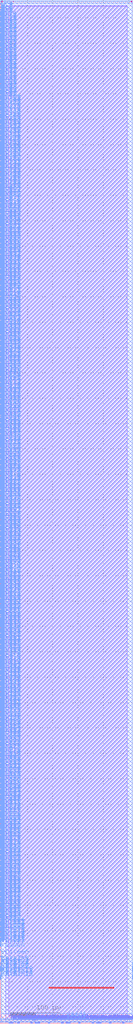
<source format=lef>
VERSION 5.7 ;
  NOWIREEXTENSIONATPIN ON ;
  DIVIDERCHAR "/" ;
  BUSBITCHARS "[]" ;
MACRO truncation_SRAM
  CLASS BLOCK ;
  FOREIGN truncation_SRAM ;
  ORIGIN 3.950 -17.900 ;
  SIZE 263.200 BY 2015.700 ;
  PIN DataOut31
    ANTENNADIFFAREA 1.638000 ;
    PORT
      LAYER met2 ;
        RECT 241.400 17.900 241.700 19.900 ;
    END
  END DataOut31
  PIN DataOut30
    ANTENNADIFFAREA 1.638000 ;
    PORT
      LAYER met2 ;
        RECT 240.100 17.900 240.400 19.900 ;
    END
  END DataOut30
  PIN DataOut29
    ANTENNADIFFAREA 1.638000 ;
    PORT
      LAYER met2 ;
        RECT 238.800 17.900 239.100 19.900 ;
    END
  END DataOut29
  PIN DataOut28
    ANTENNADIFFAREA 1.638000 ;
    PORT
      LAYER met2 ;
        RECT 237.500 17.900 237.800 19.900 ;
    END
  END DataOut28
  PIN DataOut27
    ANTENNADIFFAREA 1.638000 ;
    PORT
      LAYER met2 ;
        RECT 215.100 17.900 215.400 19.900 ;
    END
  END DataOut27
  PIN DataOut26
    ANTENNADIFFAREA 1.638000 ;
    PORT
      LAYER met2 ;
        RECT 213.800 17.900 214.100 19.900 ;
    END
  END DataOut26
  PIN DataOut25
    ANTENNADIFFAREA 1.638000 ;
    PORT
      LAYER met2 ;
        RECT 212.500 17.900 212.800 19.900 ;
    END
  END DataOut25
  PIN DataOut24
    ANTENNADIFFAREA 1.638000 ;
    PORT
      LAYER met2 ;
        RECT 211.200 17.900 211.500 19.900 ;
    END
  END DataOut24
  PIN DataOut23
    ANTENNADIFFAREA 1.638000 ;
    PORT
      LAYER met2 ;
        RECT 181.000 17.900 181.300 19.900 ;
    END
  END DataOut23
  PIN DataOut22
    ANTENNADIFFAREA 1.638000 ;
    PORT
      LAYER met2 ;
        RECT 179.700 17.900 180.000 19.900 ;
    END
  END DataOut22
  PIN DataOut21
    ANTENNADIFFAREA 1.638000 ;
    PORT
      LAYER met2 ;
        RECT 178.400 17.900 178.700 19.900 ;
    END
  END DataOut21
  PIN DataOut20
    ANTENNADIFFAREA 1.638000 ;
    PORT
      LAYER met2 ;
        RECT 177.100 17.900 177.400 19.900 ;
    END
  END DataOut20
  PIN DataOut19
    ANTENNADIFFAREA 1.638000 ;
    PORT
      LAYER met2 ;
        RECT 154.700 17.900 155.000 19.900 ;
    END
  END DataOut19
  PIN DataOut18
    ANTENNADIFFAREA 1.638000 ;
    PORT
      LAYER met2 ;
        RECT 153.400 17.900 153.700 19.900 ;
    END
  END DataOut18
  PIN DataOut17
    ANTENNADIFFAREA 1.638000 ;
    PORT
      LAYER met2 ;
        RECT 152.100 17.900 152.400 19.900 ;
    END
  END DataOut17
  PIN DataOut16
    ANTENNADIFFAREA 1.638000 ;
    PORT
      LAYER met2 ;
        RECT 150.800 17.900 151.100 19.900 ;
    END
  END DataOut16
  PIN DataOut15
    ANTENNADIFFAREA 1.638000 ;
    PORT
      LAYER met2 ;
        RECT 120.600 17.900 120.900 19.900 ;
    END
  END DataOut15
  PIN DataOut14
    ANTENNADIFFAREA 1.638000 ;
    PORT
      LAYER met2 ;
        RECT 119.300 17.900 119.600 19.900 ;
    END
  END DataOut14
  PIN DataOut13
    ANTENNADIFFAREA 1.638000 ;
    PORT
      LAYER met2 ;
        RECT 118.000 17.900 118.300 19.900 ;
    END
  END DataOut13
  PIN DataOut12
    ANTENNADIFFAREA 1.638000 ;
    PORT
      LAYER met2 ;
        RECT 116.700 17.900 117.000 19.900 ;
    END
  END DataOut12
  PIN DataOut11
    ANTENNADIFFAREA 1.638000 ;
    PORT
      LAYER met2 ;
        RECT 94.300 17.900 94.600 19.900 ;
    END
  END DataOut11
  PIN DataOut10
    ANTENNADIFFAREA 1.638000 ;
    PORT
      LAYER met2 ;
        RECT 93.000 17.900 93.300 19.900 ;
    END
  END DataOut10
  PIN DataOut9
    ANTENNADIFFAREA 1.638000 ;
    PORT
      LAYER met2 ;
        RECT 91.700 17.900 92.000 19.900 ;
    END
  END DataOut9
  PIN DataOut8
    ANTENNADIFFAREA 1.638000 ;
    PORT
      LAYER met2 ;
        RECT 90.400 17.900 90.700 19.900 ;
    END
  END DataOut8
  PIN DataOut7
    ANTENNADIFFAREA 1.638000 ;
    PORT
      LAYER met2 ;
        RECT 60.200 17.900 60.500 19.900 ;
    END
  END DataOut7
  PIN DataOut6
    ANTENNADIFFAREA 1.638000 ;
    PORT
      LAYER met2 ;
        RECT 58.900 17.900 59.200 19.900 ;
    END
  END DataOut6
  PIN DataOut5
    ANTENNADIFFAREA 1.638000 ;
    PORT
      LAYER met2 ;
        RECT 57.600 17.900 57.900 19.900 ;
    END
  END DataOut5
  PIN DataOut4
    ANTENNADIFFAREA 1.638000 ;
    PORT
      LAYER met2 ;
        RECT 56.300 17.900 56.600 19.900 ;
    END
  END DataOut4
  PIN DataOut3
    ANTENNADIFFAREA 1.638000 ;
    PORT
      LAYER met2 ;
        RECT 33.900 17.900 34.200 19.900 ;
    END
  END DataOut3
  PIN DataOut2
    ANTENNADIFFAREA 1.638000 ;
    PORT
      LAYER met2 ;
        RECT 32.600 17.900 32.900 19.900 ;
    END
  END DataOut2
  PIN DataOut1
    ANTENNADIFFAREA 1.638000 ;
    PORT
      LAYER met2 ;
        RECT 31.300 17.900 31.600 19.900 ;
    END
  END DataOut1
  PIN DataOut0
    ANTENNADIFFAREA 1.638000 ;
    PORT
      LAYER met2 ;
        RECT 30.000 17.900 30.300 19.900 ;
    END
  END DataOut0
  PIN Trunk0
    ANTENNAGATEAREA 1.134000 ;
    PORT
      LAYER met2 ;
        RECT 12.600 17.900 12.900 19.900 ;
    END
  END Trunk0
  PIN Trunk1
    ANTENNAGATEAREA 1.134000 ;
    PORT
      LAYER met2 ;
        RECT 13.900 17.900 14.200 19.900 ;
    END
  END Trunk1
  PIN Trunk2
    ANTENNAGATEAREA 1.134000 ;
    PORT
      LAYER met2 ;
        RECT 15.200 17.900 15.500 19.900 ;
    END
  END Trunk2
  PIN Trunk3
    ANTENNAGATEAREA 1.134000 ;
    PORT
      LAYER met2 ;
        RECT 16.500 17.900 16.800 19.900 ;
    END
  END Trunk3
  PIN Trunk4
    ANTENNAGATEAREA 1.134000 ;
    PORT
      LAYER met2 ;
        RECT 17.800 17.900 18.100 19.900 ;
    END
  END Trunk4
  PIN Trunk5
    ANTENNAGATEAREA 1.134000 ;
    PORT
      LAYER met2 ;
        RECT 19.100 17.900 19.400 19.900 ;
    END
  END Trunk5
  PIN Trunk6
    ANTENNAGATEAREA 1.134000 ;
    PORT
      LAYER met2 ;
        RECT 20.400 17.900 20.700 19.900 ;
    END
  END Trunk6
  PIN Trunk7
    ANTENNAGATEAREA 1.134000 ;
    PORT
      LAYER met2 ;
        RECT 21.700 17.900 22.000 19.900 ;
    END
  END Trunk7
  PIN Trunk8
    ANTENNAGATEAREA 1.134000 ;
    PORT
      LAYER met2 ;
        RECT 65.500 17.900 65.800 19.900 ;
    END
  END Trunk8
  PIN Trunk9
    ANTENNAGATEAREA 1.134000 ;
    PORT
      LAYER met2 ;
        RECT 66.800 17.900 67.100 19.900 ;
    END
  END Trunk9
  PIN Trunk10
    ANTENNAGATEAREA 1.134000 ;
    PORT
      LAYER met2 ;
        RECT 68.100 17.900 68.400 19.900 ;
    END
  END Trunk10
  PIN Trunk11
    ANTENNAGATEAREA 1.134000 ;
    PORT
      LAYER met2 ;
        RECT 69.400 17.900 69.700 19.900 ;
    END
  END Trunk11
  PIN Trunk12
    ANTENNAGATEAREA 1.134000 ;
    PORT
      LAYER met2 ;
        RECT 70.700 17.900 71.000 19.900 ;
    END
  END Trunk12
  PIN Trunk13
    ANTENNAGATEAREA 1.134000 ;
    PORT
      LAYER met2 ;
        RECT 72.000 17.900 72.300 19.900 ;
    END
  END Trunk13
  PIN Trunk14
    ANTENNAGATEAREA 1.134000 ;
    PORT
      LAYER met2 ;
        RECT 73.300 17.900 73.600 19.900 ;
    END
  END Trunk14
  PIN Trunk15
    ANTENNAGATEAREA 1.134000 ;
    PORT
      LAYER met2 ;
        RECT 74.600 17.900 74.900 19.900 ;
    END
  END Trunk15
  PIN Trunk16
    ANTENNAGATEAREA 1.134000 ;
    PORT
      LAYER met2 ;
        RECT 125.900 17.900 126.200 19.900 ;
    END
  END Trunk16
  PIN Trunk17
    ANTENNAGATEAREA 1.134000 ;
    PORT
      LAYER met2 ;
        RECT 127.200 17.900 127.500 19.900 ;
    END
  END Trunk17
  PIN Trunk18
    ANTENNAGATEAREA 1.134000 ;
    PORT
      LAYER met2 ;
        RECT 128.500 17.900 128.800 19.900 ;
    END
  END Trunk18
  PIN Trunk19
    ANTENNAGATEAREA 1.134000 ;
    PORT
      LAYER met2 ;
        RECT 129.800 17.900 130.100 19.900 ;
    END
  END Trunk19
  PIN Trunk20
    ANTENNAGATEAREA 1.134000 ;
    PORT
      LAYER met2 ;
        RECT 131.100 17.900 131.400 19.900 ;
    END
  END Trunk20
  PIN Trunk21
    ANTENNAGATEAREA 1.134000 ;
    PORT
      LAYER met2 ;
        RECT 132.400 17.900 132.700 19.900 ;
    END
  END Trunk21
  PIN Trunk22
    ANTENNAGATEAREA 1.134000 ;
    PORT
      LAYER met2 ;
        RECT 133.700 17.900 134.000 19.900 ;
    END
  END Trunk22
  PIN Trunk23
    ANTENNAGATEAREA 1.134000 ;
    PORT
      LAYER met2 ;
        RECT 135.000 17.900 135.300 19.900 ;
    END
  END Trunk23
  PIN Trunk24
    ANTENNAGATEAREA 1.134000 ;
    PORT
      LAYER met2 ;
        RECT 186.300 17.900 186.600 19.900 ;
    END
  END Trunk24
  PIN Trunk25
    ANTENNAGATEAREA 1.134000 ;
    PORT
      LAYER met2 ;
        RECT 187.600 17.900 187.900 19.900 ;
    END
  END Trunk25
  PIN Trunk26
    ANTENNAGATEAREA 1.134000 ;
    PORT
      LAYER met2 ;
        RECT 188.900 17.900 189.200 19.900 ;
    END
  END Trunk26
  PIN Trunk27
    ANTENNAGATEAREA 1.134000 ;
    PORT
      LAYER met2 ;
        RECT 190.200 17.900 190.500 19.900 ;
    END
  END Trunk27
  PIN Trunk28
    ANTENNAGATEAREA 1.134000 ;
    PORT
      LAYER met2 ;
        RECT 191.500 17.900 191.800 19.900 ;
    END
  END Trunk28
  PIN Trunk29
    ANTENNAGATEAREA 1.134000 ;
    PORT
      LAYER met2 ;
        RECT 192.800 17.900 193.100 19.900 ;
    END
  END Trunk29
  PIN Trunk30
    ANTENNAGATEAREA 1.134000 ;
    PORT
      LAYER met2 ;
        RECT 194.100 17.900 194.400 19.900 ;
    END
  END Trunk30
  PIN Trunk31
    ANTENNAGATEAREA 1.134000 ;
    PORT
      LAYER met2 ;
        RECT 195.400 17.900 195.700 19.900 ;
    END
  END Trunk31
  PIN Tail_In
    ANTENNAGATEAREA 1.134000 ;
    PORT
      LAYER met2 ;
        RECT 233.400 17.900 233.700 19.900 ;
    END
  END Tail_In
  PIN vccd1
    ANTENNADIFFAREA 1498.728394 ;
    PORT
      LAYER met2 ;
        RECT -1.750 2031.600 0.250 2033.600 ;
        RECT 21.250 2031.600 21.800 2033.200 ;
        RECT 255.250 2031.600 257.250 2033.600 ;
      LAYER via2 ;
        RECT -1.250 2032.100 -0.250 2033.100 ;
        RECT 21.350 2032.000 21.700 2033.100 ;
        RECT 255.750 2032.100 256.750 2033.100 ;
      LAYER met3 ;
        RECT -3.950 2031.600 257.250 2033.600 ;
        RECT -3.950 19.900 257.250 21.900 ;
    END
  END vccd1
  PIN vssd1
    ANTENNADIFFAREA 8225.771484 ;
    PORT
      LAYER met3 ;
        RECT -3.950 2026.600 -1.950 2028.600 ;
        RECT -3.950 24.900 257.250 26.900 ;
    END
  END vssd1
  PIN Byte_Mode_EnableBar
    ANTENNAGATEAREA 1.512000 ;
    PORT
      LAYER met2 ;
        RECT 26.650 17.900 26.950 19.900 ;
    END
  END Byte_Mode_EnableBar
  PIN PRE
    ANTENNAGATEAREA 8.294400 ;
    PORT
      LAYER met3 ;
        RECT -3.750 2021.850 -1.950 2022.050 ;
        RECT -3.750 2021.250 -1.750 2021.850 ;
        RECT -3.750 2021.050 -1.950 2021.250 ;
    END
  END PRE
  PIN writeen
    ANTENNAGATEAREA 4.032000 ;
    PORT
      LAYER met3 ;
        RECT -3.750 149.950 -1.950 150.150 ;
        RECT -3.750 149.350 -1.750 149.950 ;
        RECT -3.750 149.150 -1.950 149.350 ;
    END
  END writeen
  PIN readen
    ANTENNAGATEAREA 7.257600 ;
    PORT
      LAYER met3 ;
        RECT -3.750 162.450 -1.950 162.650 ;
        RECT -3.750 161.850 -1.750 162.450 ;
        RECT -3.750 161.650 -1.950 161.850 ;
    END
  END readen
  PIN DataIn31
    ANTENNAGATEAREA 0.378000 ;
    PORT
      LAYER met3 ;
        RECT 257.250 135.900 259.250 136.600 ;
    END
  END DataIn31
  PIN DataIn30
    ANTENNAGATEAREA 0.378000 ;
    PORT
      LAYER met3 ;
        RECT 257.250 133.800 259.250 134.500 ;
    END
  END DataIn30
  PIN DataIn29
    ANTENNAGATEAREA 0.378000 ;
    PORT
      LAYER met3 ;
        RECT 257.250 131.700 259.250 132.400 ;
    END
  END DataIn29
  PIN DataIn28
    ANTENNAGATEAREA 0.378000 ;
    PORT
      LAYER met3 ;
        RECT 257.250 129.600 259.250 130.300 ;
    END
  END DataIn28
  PIN DataIn27
    ANTENNAGATEAREA 0.378000 ;
    PORT
      LAYER met3 ;
        RECT 257.250 127.500 259.250 128.200 ;
    END
  END DataIn27
  PIN DataIn26
    ANTENNAGATEAREA 0.378000 ;
    PORT
      LAYER met3 ;
        RECT 257.250 125.400 259.250 126.100 ;
    END
  END DataIn26
  PIN DataIn25
    ANTENNAGATEAREA 0.378000 ;
    PORT
      LAYER met3 ;
        RECT 257.250 123.300 259.250 124.000 ;
    END
  END DataIn25
  PIN DataIn24
    ANTENNAGATEAREA 0.378000 ;
    PORT
      LAYER met3 ;
        RECT 257.250 121.200 259.250 121.900 ;
    END
  END DataIn24
  PIN DataIn23
    ANTENNAGATEAREA 0.378000 ;
    PORT
      LAYER met3 ;
        RECT 257.250 119.100 259.250 119.800 ;
    END
  END DataIn23
  PIN DataIn22
    ANTENNAGATEAREA 0.378000 ;
    PORT
      LAYER met3 ;
        RECT 257.250 117.000 259.250 117.700 ;
    END
  END DataIn22
  PIN DataIn21
    ANTENNAGATEAREA 0.378000 ;
    PORT
      LAYER met3 ;
        RECT 257.250 114.900 259.250 115.600 ;
    END
  END DataIn21
  PIN DataIn20
    ANTENNAGATEAREA 0.378000 ;
    PORT
      LAYER met3 ;
        RECT 257.250 112.800 259.250 113.500 ;
    END
  END DataIn20
  PIN DataIn19
    ANTENNAGATEAREA 0.378000 ;
    PORT
      LAYER met3 ;
        RECT 257.250 110.700 259.250 111.400 ;
    END
  END DataIn19
  PIN DataIn18
    ANTENNAGATEAREA 0.378000 ;
    PORT
      LAYER met3 ;
        RECT 257.250 108.600 259.250 109.300 ;
    END
  END DataIn18
  PIN DataIn17
    ANTENNAGATEAREA 0.378000 ;
    PORT
      LAYER met3 ;
        RECT 257.250 106.500 259.250 107.200 ;
    END
  END DataIn17
  PIN DataIn16
    ANTENNAGATEAREA 0.378000 ;
    PORT
      LAYER met3 ;
        RECT 257.250 104.400 259.250 105.100 ;
    END
  END DataIn16
  PIN DataIn15
    ANTENNAGATEAREA 0.378000 ;
    PORT
      LAYER met3 ;
        RECT -3.750 105.050 -1.950 105.100 ;
        RECT -3.750 104.450 -1.750 105.050 ;
        RECT -3.750 104.400 -1.950 104.450 ;
    END
  END DataIn15
  PIN DataIn14
    ANTENNAGATEAREA 0.378000 ;
    PORT
      LAYER met3 ;
        RECT -3.750 107.150 -1.950 107.200 ;
        RECT -3.750 106.550 -1.750 107.150 ;
        RECT -3.750 106.500 -1.950 106.550 ;
    END
  END DataIn14
  PIN DataIn13
    ANTENNAGATEAREA 0.378000 ;
    PORT
      LAYER met3 ;
        RECT -3.750 109.250 -1.950 109.300 ;
        RECT -3.750 108.650 -1.750 109.250 ;
        RECT -3.750 108.600 -1.950 108.650 ;
    END
  END DataIn13
  PIN DataIn12
    ANTENNAGATEAREA 0.378000 ;
    PORT
      LAYER met3 ;
        RECT -3.750 111.350 -1.950 111.400 ;
        RECT -3.750 110.750 -1.750 111.350 ;
        RECT -3.750 110.700 -1.950 110.750 ;
    END
  END DataIn12
  PIN DataIn11
    ANTENNAGATEAREA 0.378000 ;
    PORT
      LAYER met3 ;
        RECT -3.750 113.450 -1.950 113.500 ;
        RECT -3.750 112.850 -1.750 113.450 ;
        RECT -3.750 112.800 -1.950 112.850 ;
    END
  END DataIn11
  PIN DataIn10
    ANTENNAGATEAREA 0.378000 ;
    PORT
      LAYER met3 ;
        RECT -3.750 115.550 -1.950 115.600 ;
        RECT -3.750 114.950 -1.750 115.550 ;
        RECT -3.750 114.900 -1.950 114.950 ;
    END
  END DataIn10
  PIN DataIn9
    ANTENNAGATEAREA 0.378000 ;
    PORT
      LAYER met3 ;
        RECT -3.750 117.650 -1.950 117.700 ;
        RECT -3.750 117.050 -1.750 117.650 ;
        RECT -3.750 117.000 -1.950 117.050 ;
    END
  END DataIn9
  PIN DataIn8
    ANTENNAGATEAREA 0.378000 ;
    PORT
      LAYER met3 ;
        RECT -3.750 119.750 -1.950 119.800 ;
        RECT -3.750 119.150 -1.750 119.750 ;
        RECT -3.750 119.100 -1.950 119.150 ;
    END
  END DataIn8
  PIN DataIn7
    ANTENNAGATEAREA 0.378000 ;
    PORT
      LAYER met3 ;
        RECT -3.750 121.850 -1.950 121.900 ;
        RECT -3.750 121.250 -1.750 121.850 ;
        RECT -3.750 121.200 -1.950 121.250 ;
    END
  END DataIn7
  PIN DataIn6
    ANTENNAGATEAREA 0.378000 ;
    PORT
      LAYER met3 ;
        RECT -3.750 123.950 -1.950 124.000 ;
        RECT -3.750 123.350 -1.750 123.950 ;
        RECT -3.750 123.300 -1.950 123.350 ;
    END
  END DataIn6
  PIN DataIn5
    ANTENNAGATEAREA 0.378000 ;
    PORT
      LAYER met3 ;
        RECT -3.750 126.050 -1.950 126.100 ;
        RECT -3.750 125.450 -1.750 126.050 ;
        RECT -3.750 125.400 -1.950 125.450 ;
    END
  END DataIn5
  PIN DataIn4
    ANTENNAGATEAREA 0.378000 ;
    PORT
      LAYER met3 ;
        RECT -3.750 128.150 -1.950 128.200 ;
        RECT -3.750 127.550 -1.750 128.150 ;
        RECT -3.750 127.500 -1.950 127.550 ;
    END
  END DataIn4
  PIN DataIn3
    ANTENNAGATEAREA 0.378000 ;
    PORT
      LAYER met3 ;
        RECT -3.750 130.250 -1.950 130.300 ;
        RECT -3.750 129.650 -1.750 130.250 ;
        RECT -3.750 129.600 -1.950 129.650 ;
    END
  END DataIn3
  PIN DataIn2
    ANTENNAGATEAREA 0.378000 ;
    PORT
      LAYER met3 ;
        RECT -3.750 132.350 -1.950 132.400 ;
        RECT -3.750 131.750 -1.750 132.350 ;
        RECT -3.750 131.700 -1.950 131.750 ;
    END
  END DataIn2
  PIN DataIn1
    ANTENNAGATEAREA 0.378000 ;
    PORT
      LAYER met3 ;
        RECT -3.750 134.450 -1.950 134.500 ;
        RECT -3.750 133.850 -1.750 134.450 ;
        RECT -3.750 133.800 -1.950 133.850 ;
    END
  END DataIn1
  PIN DataIn0
    ANTENNAGATEAREA 0.378000 ;
    PORT
      LAYER met3 ;
        RECT -3.750 136.550 -1.950 136.600 ;
        RECT -3.750 135.950 -1.750 136.550 ;
        RECT -3.750 135.900 -1.950 135.950 ;
    END
  END DataIn0
  PIN WL0
    ANTENNAGATEAREA 0.378000 ;
    PORT
      LAYER met3 ;
        RECT -3.750 2016.650 -1.950 2016.850 ;
        RECT -3.750 2016.050 -1.750 2016.650 ;
        RECT -3.750 2015.850 -1.950 2016.050 ;
    END
  END WL0
  PIN WL1
    ANTENNAGATEAREA 0.378000 ;
    PORT
      LAYER met3 ;
        RECT -3.750 2015.300 -1.950 2015.500 ;
        RECT -3.750 2014.700 -1.750 2015.300 ;
        RECT -3.750 2014.500 -1.950 2014.700 ;
    END
  END WL1
  PIN WL2
    ANTENNAGATEAREA 0.378000 ;
    PORT
      LAYER met3 ;
        RECT -3.750 2013.050 -1.950 2013.250 ;
        RECT -3.750 2012.450 -1.750 2013.050 ;
        RECT -3.750 2012.250 -1.950 2012.450 ;
    END
  END WL2
  PIN WL3
    ANTENNAGATEAREA 0.378000 ;
    PORT
      LAYER met3 ;
        RECT -3.750 2011.700 -1.950 2011.900 ;
        RECT -3.750 2011.100 -1.750 2011.700 ;
        RECT -3.750 2010.900 -1.950 2011.100 ;
    END
  END WL3
  PIN WL4
    ANTENNAGATEAREA 0.378000 ;
    PORT
      LAYER met3 ;
        RECT -3.750 2009.450 -1.950 2009.650 ;
        RECT -3.750 2008.850 -1.750 2009.450 ;
        RECT -3.750 2008.650 -1.950 2008.850 ;
    END
  END WL4
  PIN WL5
    ANTENNAGATEAREA 0.378000 ;
    PORT
      LAYER met3 ;
        RECT -3.750 2008.100 -1.950 2008.300 ;
        RECT -3.750 2007.500 -1.750 2008.100 ;
        RECT -3.750 2007.300 -1.950 2007.500 ;
    END
  END WL5
  PIN WL6
    ANTENNAGATEAREA 0.378000 ;
    PORT
      LAYER met3 ;
        RECT -3.750 2005.850 -1.950 2006.050 ;
        RECT -3.750 2005.250 -1.750 2005.850 ;
        RECT -3.750 2005.050 -1.950 2005.250 ;
    END
  END WL6
  PIN WL7
    ANTENNAGATEAREA 0.378000 ;
    PORT
      LAYER met3 ;
        RECT -3.750 2004.500 -1.950 2004.700 ;
        RECT -3.750 2003.900 -1.750 2004.500 ;
        RECT -3.750 2003.700 -1.950 2003.900 ;
    END
  END WL7
  PIN WL8
    ANTENNAGATEAREA 0.378000 ;
    PORT
      LAYER met3 ;
        RECT -3.750 2002.250 -1.950 2002.450 ;
        RECT -3.750 2001.650 -1.750 2002.250 ;
        RECT -3.750 2001.450 -1.950 2001.650 ;
    END
  END WL8
  PIN WL9
    ANTENNAGATEAREA 0.378000 ;
    PORT
      LAYER met3 ;
        RECT -3.750 2000.900 -1.950 2001.100 ;
        RECT -3.750 2000.300 -1.750 2000.900 ;
        RECT -3.750 2000.100 -1.950 2000.300 ;
    END
  END WL9
  PIN WL10
    ANTENNAGATEAREA 0.378000 ;
    PORT
      LAYER met3 ;
        RECT -3.750 1998.650 -1.950 1998.850 ;
        RECT -3.750 1998.050 -1.750 1998.650 ;
        RECT -3.750 1997.850 -1.950 1998.050 ;
    END
  END WL10
  PIN WL11
    ANTENNAGATEAREA 0.378000 ;
    PORT
      LAYER met3 ;
        RECT -3.750 1997.300 -1.950 1997.500 ;
        RECT -3.750 1996.700 -1.750 1997.300 ;
        RECT -3.750 1996.500 -1.950 1996.700 ;
    END
  END WL11
  PIN WL12
    ANTENNAGATEAREA 0.378000 ;
    PORT
      LAYER met3 ;
        RECT -3.750 1995.050 -1.950 1995.250 ;
        RECT -3.750 1994.450 -1.750 1995.050 ;
        RECT -3.750 1994.250 -1.950 1994.450 ;
    END
  END WL12
  PIN WL13
    ANTENNAGATEAREA 0.378000 ;
    PORT
      LAYER met3 ;
        RECT -3.750 1993.700 -1.950 1993.900 ;
        RECT -3.750 1993.100 -1.750 1993.700 ;
        RECT -3.750 1992.900 -1.950 1993.100 ;
    END
  END WL13
  PIN WL14
    ANTENNAGATEAREA 0.378000 ;
    PORT
      LAYER met3 ;
        RECT -3.750 1991.450 -1.950 1991.650 ;
        RECT -3.750 1990.850 -1.750 1991.450 ;
        RECT -3.750 1990.650 -1.950 1990.850 ;
    END
  END WL14
  PIN WL15
    ANTENNAGATEAREA 0.378000 ;
    PORT
      LAYER met3 ;
        RECT -3.750 1990.100 -1.950 1990.300 ;
        RECT -3.750 1989.500 -1.750 1990.100 ;
        RECT -3.750 1989.300 -1.950 1989.500 ;
    END
  END WL15
  PIN WL16
    ANTENNAGATEAREA 0.378000 ;
    PORT
      LAYER met3 ;
        RECT -3.750 1987.850 -1.950 1988.050 ;
        RECT -3.750 1987.250 -1.750 1987.850 ;
        RECT -3.750 1987.050 -1.950 1987.250 ;
    END
  END WL16
  PIN WL17
    ANTENNAGATEAREA 0.378000 ;
    PORT
      LAYER met3 ;
        RECT -3.750 1986.500 -1.950 1986.700 ;
        RECT -3.750 1985.900 -1.750 1986.500 ;
        RECT -3.750 1985.700 -1.950 1985.900 ;
    END
  END WL17
  PIN WL18
    ANTENNAGATEAREA 0.378000 ;
    PORT
      LAYER met3 ;
        RECT -3.750 1984.250 -1.950 1984.450 ;
        RECT -3.750 1983.650 -1.750 1984.250 ;
        RECT -3.750 1983.450 -1.950 1983.650 ;
    END
  END WL18
  PIN WL19
    ANTENNAGATEAREA 0.378000 ;
    PORT
      LAYER met3 ;
        RECT -3.750 1982.900 -1.950 1983.100 ;
        RECT -3.750 1982.300 -1.750 1982.900 ;
        RECT -3.750 1982.100 -1.950 1982.300 ;
    END
  END WL19
  PIN WL20
    ANTENNAGATEAREA 0.378000 ;
    PORT
      LAYER met3 ;
        RECT -3.750 1980.650 -1.950 1980.850 ;
        RECT -3.750 1980.050 -1.750 1980.650 ;
        RECT -3.750 1979.850 -1.950 1980.050 ;
    END
  END WL20
  PIN WL21
    ANTENNAGATEAREA 0.378000 ;
    PORT
      LAYER met3 ;
        RECT -3.750 1979.300 -1.950 1979.500 ;
        RECT -3.750 1978.700 -1.750 1979.300 ;
        RECT -3.750 1978.500 -1.950 1978.700 ;
    END
  END WL21
  PIN WL22
    ANTENNAGATEAREA 0.378000 ;
    PORT
      LAYER met3 ;
        RECT -3.750 1977.050 -1.950 1977.250 ;
        RECT -3.750 1976.450 -1.750 1977.050 ;
        RECT -3.750 1976.250 -1.950 1976.450 ;
    END
  END WL22
  PIN WL23
    ANTENNAGATEAREA 0.378000 ;
    PORT
      LAYER met3 ;
        RECT -3.750 1975.700 -1.950 1975.900 ;
        RECT -3.750 1975.100 -1.750 1975.700 ;
        RECT -3.750 1974.900 -1.950 1975.100 ;
    END
  END WL23
  PIN WL24
    ANTENNAGATEAREA 0.378000 ;
    PORT
      LAYER met3 ;
        RECT -3.750 1973.450 -1.950 1973.650 ;
        RECT -3.750 1972.850 -1.750 1973.450 ;
        RECT -3.750 1972.650 -1.950 1972.850 ;
    END
  END WL24
  PIN WL25
    ANTENNAGATEAREA 0.378000 ;
    PORT
      LAYER met3 ;
        RECT -3.750 1972.100 -1.950 1972.300 ;
        RECT -3.750 1971.500 -1.750 1972.100 ;
        RECT -3.750 1971.300 -1.950 1971.500 ;
    END
  END WL25
  PIN WL26
    ANTENNAGATEAREA 0.378000 ;
    PORT
      LAYER met3 ;
        RECT -3.750 1969.850 -1.950 1970.050 ;
        RECT -3.750 1969.250 -1.750 1969.850 ;
        RECT -3.750 1969.050 -1.950 1969.250 ;
    END
  END WL26
  PIN WL27
    ANTENNAGATEAREA 0.378000 ;
    PORT
      LAYER met3 ;
        RECT -3.750 1968.500 -1.950 1968.700 ;
        RECT -3.750 1967.900 -1.750 1968.500 ;
        RECT -3.750 1967.700 -1.950 1967.900 ;
    END
  END WL27
  PIN WL28
    ANTENNAGATEAREA 0.378000 ;
    PORT
      LAYER met3 ;
        RECT -3.750 1966.250 -1.950 1966.450 ;
        RECT -3.750 1965.650 -1.750 1966.250 ;
        RECT -3.750 1965.450 -1.950 1965.650 ;
    END
  END WL28
  PIN WL29
    ANTENNAGATEAREA 0.378000 ;
    PORT
      LAYER met3 ;
        RECT -3.750 1964.900 -1.950 1965.100 ;
        RECT -3.750 1964.300 -1.750 1964.900 ;
        RECT -3.750 1964.100 -1.950 1964.300 ;
    END
  END WL29
  PIN WL30
    ANTENNAGATEAREA 0.378000 ;
    PORT
      LAYER met3 ;
        RECT -3.750 1962.650 -1.950 1962.850 ;
        RECT -3.750 1962.050 -1.750 1962.650 ;
        RECT -3.750 1961.850 -1.950 1962.050 ;
    END
  END WL30
  PIN WL31
    ANTENNAGATEAREA 0.378000 ;
    PORT
      LAYER met3 ;
        RECT -3.750 1961.300 -1.950 1961.500 ;
        RECT -3.750 1960.700 -1.750 1961.300 ;
        RECT -3.750 1960.500 -1.950 1960.700 ;
    END
  END WL31
  PIN WL32
    ANTENNAGATEAREA 0.378000 ;
    PORT
      LAYER met3 ;
        RECT -3.750 1959.050 -1.950 1959.250 ;
        RECT -3.750 1958.450 -1.750 1959.050 ;
        RECT -3.750 1958.250 -1.950 1958.450 ;
    END
  END WL32
  PIN WL33
    ANTENNAGATEAREA 0.378000 ;
    PORT
      LAYER met3 ;
        RECT -3.750 1957.700 -1.950 1957.900 ;
        RECT -3.750 1957.100 -1.750 1957.700 ;
        RECT -3.750 1956.900 -1.950 1957.100 ;
    END
  END WL33
  PIN WL34
    ANTENNAGATEAREA 0.378000 ;
    PORT
      LAYER met3 ;
        RECT -3.750 1955.450 -1.950 1955.650 ;
        RECT -3.750 1954.850 -1.750 1955.450 ;
        RECT -3.750 1954.650 -1.950 1954.850 ;
    END
  END WL34
  PIN WL35
    ANTENNAGATEAREA 0.378000 ;
    PORT
      LAYER met3 ;
        RECT -3.750 1954.100 -1.950 1954.300 ;
        RECT -3.750 1953.500 -1.750 1954.100 ;
        RECT -3.750 1953.300 -1.950 1953.500 ;
    END
  END WL35
  PIN WL36
    ANTENNAGATEAREA 0.378000 ;
    PORT
      LAYER met3 ;
        RECT -3.750 1951.850 -1.950 1952.050 ;
        RECT -3.750 1951.250 -1.750 1951.850 ;
        RECT -3.750 1951.050 -1.950 1951.250 ;
    END
  END WL36
  PIN WL37
    ANTENNAGATEAREA 0.378000 ;
    PORT
      LAYER met3 ;
        RECT -3.750 1950.500 -1.950 1950.700 ;
        RECT -3.750 1949.900 -1.750 1950.500 ;
        RECT -3.750 1949.700 -1.950 1949.900 ;
    END
  END WL37
  PIN WL38
    ANTENNAGATEAREA 0.378000 ;
    PORT
      LAYER met3 ;
        RECT -3.750 1948.250 -1.950 1948.450 ;
        RECT -3.750 1947.650 -1.750 1948.250 ;
        RECT -3.750 1947.450 -1.950 1947.650 ;
    END
  END WL38
  PIN WL39
    ANTENNAGATEAREA 0.378000 ;
    PORT
      LAYER met3 ;
        RECT -3.750 1946.900 -1.950 1947.100 ;
        RECT -3.750 1946.300 -1.750 1946.900 ;
        RECT -3.750 1946.100 -1.950 1946.300 ;
    END
  END WL39
  PIN WL40
    ANTENNAGATEAREA 0.378000 ;
    PORT
      LAYER met3 ;
        RECT -3.750 1944.650 -1.950 1944.850 ;
        RECT -3.750 1944.050 -1.750 1944.650 ;
        RECT -3.750 1943.850 -1.950 1944.050 ;
    END
  END WL40
  PIN WL41
    ANTENNAGATEAREA 0.378000 ;
    PORT
      LAYER met3 ;
        RECT -3.750 1943.300 -1.950 1943.500 ;
        RECT -3.750 1942.700 -1.750 1943.300 ;
        RECT -3.750 1942.500 -1.950 1942.700 ;
    END
  END WL41
  PIN WL42
    ANTENNAGATEAREA 0.378000 ;
    PORT
      LAYER met3 ;
        RECT -3.750 1941.050 -1.950 1941.250 ;
        RECT -3.750 1940.450 -1.750 1941.050 ;
        RECT -3.750 1940.250 -1.950 1940.450 ;
    END
  END WL42
  PIN WL43
    ANTENNAGATEAREA 0.378000 ;
    PORT
      LAYER met3 ;
        RECT -3.750 1939.700 -1.950 1939.900 ;
        RECT -3.750 1939.100 -1.750 1939.700 ;
        RECT -3.750 1938.900 -1.950 1939.100 ;
    END
  END WL43
  PIN WL44
    ANTENNAGATEAREA 0.378000 ;
    PORT
      LAYER met3 ;
        RECT -3.750 1937.450 -1.950 1937.650 ;
        RECT -3.750 1936.850 -1.750 1937.450 ;
        RECT -3.750 1936.650 -1.950 1936.850 ;
    END
  END WL44
  PIN WL45
    ANTENNAGATEAREA 0.378000 ;
    PORT
      LAYER met3 ;
        RECT -3.750 1936.100 -1.950 1936.300 ;
        RECT -3.750 1935.500 -1.750 1936.100 ;
        RECT -3.750 1935.300 -1.950 1935.500 ;
    END
  END WL45
  PIN WL46
    ANTENNAGATEAREA 0.378000 ;
    PORT
      LAYER met3 ;
        RECT -3.750 1933.850 -1.950 1934.050 ;
        RECT -3.750 1933.250 -1.750 1933.850 ;
        RECT -3.750 1933.050 -1.950 1933.250 ;
    END
  END WL46
  PIN WL47
    ANTENNAGATEAREA 0.378000 ;
    PORT
      LAYER met3 ;
        RECT -3.750 1932.500 -1.950 1932.700 ;
        RECT -3.750 1931.900 -1.750 1932.500 ;
        RECT -3.750 1931.700 -1.950 1931.900 ;
    END
  END WL47
  PIN WL48
    ANTENNAGATEAREA 0.378000 ;
    PORT
      LAYER met3 ;
        RECT -3.750 1930.250 -1.950 1930.450 ;
        RECT -3.750 1929.650 -1.750 1930.250 ;
        RECT -3.750 1929.450 -1.950 1929.650 ;
    END
  END WL48
  PIN WL49
    ANTENNAGATEAREA 0.378000 ;
    PORT
      LAYER met3 ;
        RECT -3.750 1928.900 -1.950 1929.100 ;
        RECT -3.750 1928.300 -1.750 1928.900 ;
        RECT -3.750 1928.100 -1.950 1928.300 ;
    END
  END WL49
  PIN WL50
    ANTENNAGATEAREA 0.378000 ;
    PORT
      LAYER met3 ;
        RECT -3.750 1926.650 -1.950 1926.850 ;
        RECT -3.750 1926.050 -1.750 1926.650 ;
        RECT -3.750 1925.850 -1.950 1926.050 ;
    END
  END WL50
  PIN WL51
    ANTENNAGATEAREA 0.378000 ;
    PORT
      LAYER met3 ;
        RECT -3.750 1925.300 -1.950 1925.500 ;
        RECT -3.750 1924.700 -1.750 1925.300 ;
        RECT -3.750 1924.500 -1.950 1924.700 ;
    END
  END WL51
  PIN WL52
    ANTENNAGATEAREA 0.378000 ;
    PORT
      LAYER met3 ;
        RECT -3.750 1923.050 -1.950 1923.250 ;
        RECT -3.750 1922.450 -1.750 1923.050 ;
        RECT -3.750 1922.250 -1.950 1922.450 ;
    END
  END WL52
  PIN WL53
    ANTENNAGATEAREA 0.378000 ;
    PORT
      LAYER met3 ;
        RECT -3.750 1921.700 -1.950 1921.900 ;
        RECT -3.750 1921.100 -1.750 1921.700 ;
        RECT -3.750 1920.900 -1.950 1921.100 ;
    END
  END WL53
  PIN WL54
    ANTENNAGATEAREA 0.378000 ;
    PORT
      LAYER met3 ;
        RECT -3.750 1919.450 -1.950 1919.650 ;
        RECT -3.750 1918.850 -1.750 1919.450 ;
        RECT -3.750 1918.650 -1.950 1918.850 ;
    END
  END WL54
  PIN WL55
    ANTENNAGATEAREA 0.378000 ;
    PORT
      LAYER met3 ;
        RECT -3.750 1918.100 -1.950 1918.300 ;
        RECT -3.750 1917.500 -1.750 1918.100 ;
        RECT -3.750 1917.300 -1.950 1917.500 ;
    END
  END WL55
  PIN WL56
    ANTENNAGATEAREA 0.378000 ;
    PORT
      LAYER met3 ;
        RECT -3.750 1915.850 -1.950 1916.050 ;
        RECT -3.750 1915.250 -1.750 1915.850 ;
        RECT -3.750 1915.050 -1.950 1915.250 ;
    END
  END WL56
  PIN WL57
    ANTENNAGATEAREA 0.378000 ;
    PORT
      LAYER met3 ;
        RECT -3.750 1914.500 -1.950 1914.700 ;
        RECT -3.750 1913.900 -1.750 1914.500 ;
        RECT -3.750 1913.700 -1.950 1913.900 ;
    END
  END WL57
  PIN WL58
    ANTENNAGATEAREA 0.378000 ;
    PORT
      LAYER met3 ;
        RECT -3.750 1912.250 -1.950 1912.450 ;
        RECT -3.750 1911.650 -1.750 1912.250 ;
        RECT -3.750 1911.450 -1.950 1911.650 ;
    END
  END WL58
  PIN WL59
    ANTENNAGATEAREA 0.378000 ;
    PORT
      LAYER met3 ;
        RECT -3.750 1910.900 -1.950 1911.100 ;
        RECT -3.750 1910.300 -1.750 1910.900 ;
        RECT -3.750 1910.100 -1.950 1910.300 ;
    END
  END WL59
  PIN WL60
    ANTENNAGATEAREA 0.378000 ;
    PORT
      LAYER met3 ;
        RECT -3.750 1908.650 -1.950 1908.850 ;
        RECT -3.750 1908.050 -1.750 1908.650 ;
        RECT -3.750 1907.850 -1.950 1908.050 ;
    END
  END WL60
  PIN WL61
    ANTENNAGATEAREA 0.378000 ;
    PORT
      LAYER met3 ;
        RECT -3.750 1907.300 -1.950 1907.500 ;
        RECT -3.750 1906.700 -1.750 1907.300 ;
        RECT -3.750 1906.500 -1.950 1906.700 ;
    END
  END WL61
  PIN WL62
    ANTENNAGATEAREA 0.378000 ;
    PORT
      LAYER met3 ;
        RECT -3.750 1905.050 -1.950 1905.250 ;
        RECT -3.750 1904.450 -1.750 1905.050 ;
        RECT -3.750 1904.250 -1.950 1904.450 ;
    END
  END WL62
  PIN WL63
    ANTENNAGATEAREA 0.378000 ;
    PORT
      LAYER met3 ;
        RECT -3.750 1903.700 -1.950 1903.900 ;
        RECT -3.750 1903.100 -1.750 1903.700 ;
        RECT -3.750 1902.900 -1.950 1903.100 ;
    END
  END WL63
  PIN WL64
    ANTENNAGATEAREA 0.378000 ;
    PORT
      LAYER met3 ;
        RECT -3.750 1901.450 -1.950 1901.650 ;
        RECT -3.750 1900.850 -1.750 1901.450 ;
        RECT -3.750 1900.650 -1.950 1900.850 ;
    END
  END WL64
  PIN WL65
    ANTENNAGATEAREA 0.378000 ;
    PORT
      LAYER met3 ;
        RECT -3.750 1900.100 -1.950 1900.300 ;
        RECT -3.750 1899.500 -1.750 1900.100 ;
        RECT -3.750 1899.300 -1.950 1899.500 ;
    END
  END WL65
  PIN WL66
    ANTENNAGATEAREA 0.378000 ;
    PORT
      LAYER met3 ;
        RECT -3.750 1897.850 -1.950 1898.050 ;
        RECT -3.750 1897.250 -1.750 1897.850 ;
        RECT -3.750 1897.050 -1.950 1897.250 ;
    END
  END WL66
  PIN WL67
    ANTENNAGATEAREA 0.378000 ;
    PORT
      LAYER met3 ;
        RECT -3.750 1896.500 -1.950 1896.700 ;
        RECT -3.750 1895.900 -1.750 1896.500 ;
        RECT -3.750 1895.700 -1.950 1895.900 ;
    END
  END WL67
  PIN WL68
    ANTENNAGATEAREA 0.378000 ;
    PORT
      LAYER met3 ;
        RECT -3.750 1894.250 -1.950 1894.450 ;
        RECT -3.750 1893.650 -1.750 1894.250 ;
        RECT -3.750 1893.450 -1.950 1893.650 ;
    END
  END WL68
  PIN WL69
    ANTENNAGATEAREA 0.378000 ;
    PORT
      LAYER met3 ;
        RECT -3.750 1892.900 -1.950 1893.100 ;
        RECT -3.750 1892.300 -1.750 1892.900 ;
        RECT -3.750 1892.100 -1.950 1892.300 ;
    END
  END WL69
  PIN WL70
    ANTENNAGATEAREA 0.378000 ;
    PORT
      LAYER met3 ;
        RECT -3.750 1890.650 -1.950 1890.850 ;
        RECT -3.750 1890.050 -1.750 1890.650 ;
        RECT -3.750 1889.850 -1.950 1890.050 ;
    END
  END WL70
  PIN WL71
    ANTENNAGATEAREA 0.378000 ;
    PORT
      LAYER met3 ;
        RECT -3.750 1889.300 -1.950 1889.500 ;
        RECT -3.750 1888.700 -1.750 1889.300 ;
        RECT -3.750 1888.500 -1.950 1888.700 ;
    END
  END WL71
  PIN WL72
    ANTENNAGATEAREA 0.378000 ;
    PORT
      LAYER met3 ;
        RECT -3.750 1887.050 -1.950 1887.250 ;
        RECT -3.750 1886.450 -1.750 1887.050 ;
        RECT -3.750 1886.250 -1.950 1886.450 ;
    END
  END WL72
  PIN WL73
    ANTENNAGATEAREA 0.378000 ;
    PORT
      LAYER met3 ;
        RECT -3.750 1885.700 -1.950 1885.900 ;
        RECT -3.750 1885.100 -1.750 1885.700 ;
        RECT -3.750 1884.900 -1.950 1885.100 ;
    END
  END WL73
  PIN WL74
    ANTENNAGATEAREA 0.378000 ;
    PORT
      LAYER met3 ;
        RECT -3.750 1883.450 -1.950 1883.650 ;
        RECT -3.750 1882.850 -1.750 1883.450 ;
        RECT -3.750 1882.650 -1.950 1882.850 ;
    END
  END WL74
  PIN WL75
    ANTENNAGATEAREA 0.378000 ;
    PORT
      LAYER met3 ;
        RECT -3.750 1882.100 -1.950 1882.300 ;
        RECT -3.750 1881.500 -1.750 1882.100 ;
        RECT -3.750 1881.300 -1.950 1881.500 ;
    END
  END WL75
  PIN WL76
    ANTENNAGATEAREA 0.378000 ;
    PORT
      LAYER met3 ;
        RECT -3.750 1879.850 -1.950 1880.050 ;
        RECT -3.750 1879.250 -1.750 1879.850 ;
        RECT -3.750 1879.050 -1.950 1879.250 ;
    END
  END WL76
  PIN WL77
    ANTENNAGATEAREA 0.378000 ;
    PORT
      LAYER met3 ;
        RECT -3.750 1878.500 -1.950 1878.700 ;
        RECT -3.750 1877.900 -1.750 1878.500 ;
        RECT -3.750 1877.700 -1.950 1877.900 ;
    END
  END WL77
  PIN WL78
    ANTENNAGATEAREA 0.378000 ;
    PORT
      LAYER met3 ;
        RECT -3.750 1876.250 -1.950 1876.450 ;
        RECT -3.750 1875.650 -1.750 1876.250 ;
        RECT -3.750 1875.450 -1.950 1875.650 ;
    END
  END WL78
  PIN WL79
    ANTENNAGATEAREA 0.378000 ;
    PORT
      LAYER met3 ;
        RECT -3.750 1874.900 -1.950 1875.100 ;
        RECT -3.750 1874.300 -1.750 1874.900 ;
        RECT -3.750 1874.100 -1.950 1874.300 ;
    END
  END WL79
  PIN WL80
    ANTENNAGATEAREA 0.378000 ;
    PORT
      LAYER met3 ;
        RECT -3.750 1872.650 -1.950 1872.850 ;
        RECT -3.750 1872.050 -1.750 1872.650 ;
        RECT -3.750 1871.850 -1.950 1872.050 ;
    END
  END WL80
  PIN WL81
    ANTENNAGATEAREA 0.378000 ;
    PORT
      LAYER met3 ;
        RECT -3.750 1871.300 -1.950 1871.500 ;
        RECT -3.750 1870.700 -1.750 1871.300 ;
        RECT -3.750 1870.500 -1.950 1870.700 ;
    END
  END WL81
  PIN WL82
    ANTENNAGATEAREA 0.378000 ;
    PORT
      LAYER met3 ;
        RECT -3.750 1869.050 -1.950 1869.250 ;
        RECT -3.750 1868.450 -1.750 1869.050 ;
        RECT -3.750 1868.250 -1.950 1868.450 ;
    END
  END WL82
  PIN WL83
    ANTENNAGATEAREA 0.378000 ;
    PORT
      LAYER met3 ;
        RECT -3.750 1867.700 -1.950 1867.900 ;
        RECT -3.750 1867.100 -1.750 1867.700 ;
        RECT -3.750 1866.900 -1.950 1867.100 ;
    END
  END WL83
  PIN WL84
    ANTENNAGATEAREA 0.378000 ;
    PORT
      LAYER met3 ;
        RECT -3.750 1865.450 -1.950 1865.650 ;
        RECT -3.750 1864.850 -1.750 1865.450 ;
        RECT -3.750 1864.650 -1.950 1864.850 ;
    END
  END WL84
  PIN WL85
    ANTENNAGATEAREA 0.378000 ;
    PORT
      LAYER met3 ;
        RECT -3.750 1864.100 -1.950 1864.300 ;
        RECT -3.750 1863.500 -1.750 1864.100 ;
        RECT -3.750 1863.300 -1.950 1863.500 ;
    END
  END WL85
  PIN WL86
    ANTENNAGATEAREA 0.378000 ;
    PORT
      LAYER met3 ;
        RECT -3.750 1861.850 -1.950 1862.050 ;
        RECT -3.750 1861.250 -1.750 1861.850 ;
        RECT -3.750 1861.050 -1.950 1861.250 ;
    END
  END WL86
  PIN WL87
    ANTENNAGATEAREA 0.378000 ;
    PORT
      LAYER met3 ;
        RECT -3.750 1860.500 -1.950 1860.700 ;
        RECT -3.750 1859.900 -1.750 1860.500 ;
        RECT -3.750 1859.700 -1.950 1859.900 ;
    END
  END WL87
  PIN WL88
    ANTENNAGATEAREA 0.378000 ;
    PORT
      LAYER met3 ;
        RECT -3.750 1858.250 -1.950 1858.450 ;
        RECT -3.750 1857.650 -1.750 1858.250 ;
        RECT -3.750 1857.450 -1.950 1857.650 ;
    END
  END WL88
  PIN WL89
    ANTENNAGATEAREA 0.378000 ;
    PORT
      LAYER met3 ;
        RECT -3.750 1856.900 -1.950 1857.100 ;
        RECT -3.750 1856.300 -1.750 1856.900 ;
        RECT -3.750 1856.100 -1.950 1856.300 ;
    END
  END WL89
  PIN WL90
    ANTENNAGATEAREA 0.378000 ;
    PORT
      LAYER met3 ;
        RECT -3.750 1854.650 -1.950 1854.850 ;
        RECT -3.750 1854.050 -1.750 1854.650 ;
        RECT -3.750 1853.850 -1.950 1854.050 ;
    END
  END WL90
  PIN WL91
    ANTENNAGATEAREA 0.378000 ;
    PORT
      LAYER met3 ;
        RECT -3.750 1853.300 -1.950 1853.500 ;
        RECT -3.750 1852.700 -1.750 1853.300 ;
        RECT -3.750 1852.500 -1.950 1852.700 ;
    END
  END WL91
  PIN WL92
    ANTENNAGATEAREA 0.378000 ;
    PORT
      LAYER met3 ;
        RECT -3.750 1851.050 -1.950 1851.250 ;
        RECT -3.750 1850.450 -1.750 1851.050 ;
        RECT -3.750 1850.250 -1.950 1850.450 ;
    END
  END WL92
  PIN WL93
    ANTENNAGATEAREA 0.378000 ;
    PORT
      LAYER met3 ;
        RECT -3.750 1849.700 -1.950 1849.900 ;
        RECT -3.750 1849.100 -1.750 1849.700 ;
        RECT -3.750 1848.900 -1.950 1849.100 ;
    END
  END WL93
  PIN WL94
    ANTENNAGATEAREA 0.378000 ;
    PORT
      LAYER met3 ;
        RECT -3.750 1847.450 -1.950 1847.650 ;
        RECT -3.750 1846.850 -1.750 1847.450 ;
        RECT -3.750 1846.650 -1.950 1846.850 ;
    END
  END WL94
  PIN WL95
    ANTENNAGATEAREA 0.378000 ;
    PORT
      LAYER met3 ;
        RECT -3.750 1846.100 -1.950 1846.300 ;
        RECT -3.750 1845.500 -1.750 1846.100 ;
        RECT -3.750 1845.300 -1.950 1845.500 ;
    END
  END WL95
  PIN WL96
    ANTENNAGATEAREA 0.378000 ;
    PORT
      LAYER met3 ;
        RECT -3.750 1843.850 -1.950 1844.050 ;
        RECT -3.750 1843.250 -1.750 1843.850 ;
        RECT -3.750 1843.050 -1.950 1843.250 ;
    END
  END WL96
  PIN WL97
    ANTENNAGATEAREA 0.378000 ;
    PORT
      LAYER met3 ;
        RECT -3.750 1842.500 -1.950 1842.700 ;
        RECT -3.750 1841.900 -1.750 1842.500 ;
        RECT -3.750 1841.700 -1.950 1841.900 ;
    END
  END WL97
  PIN WL98
    ANTENNAGATEAREA 0.378000 ;
    PORT
      LAYER met3 ;
        RECT -3.750 1840.250 -1.950 1840.450 ;
        RECT -3.750 1839.650 -1.750 1840.250 ;
        RECT -3.750 1839.450 -1.950 1839.650 ;
    END
  END WL98
  PIN WL99
    ANTENNAGATEAREA 0.378000 ;
    PORT
      LAYER met3 ;
        RECT -3.750 1838.900 -1.950 1839.100 ;
        RECT -3.750 1838.300 -1.750 1838.900 ;
        RECT -3.750 1838.100 -1.950 1838.300 ;
    END
  END WL99
  PIN WL100
    ANTENNAGATEAREA 0.378000 ;
    PORT
      LAYER met3 ;
        RECT -3.750 1836.650 -1.950 1836.850 ;
        RECT -3.750 1836.050 -1.750 1836.650 ;
        RECT -3.750 1835.850 -1.950 1836.050 ;
    END
  END WL100
  PIN WL101
    ANTENNAGATEAREA 0.378000 ;
    PORT
      LAYER met3 ;
        RECT -3.750 1835.300 -1.950 1835.500 ;
        RECT -3.750 1834.700 -1.750 1835.300 ;
        RECT -3.750 1834.500 -1.950 1834.700 ;
    END
  END WL101
  PIN WL102
    ANTENNAGATEAREA 0.378000 ;
    PORT
      LAYER met3 ;
        RECT -3.750 1833.050 -1.950 1833.250 ;
        RECT -3.750 1832.450 -1.750 1833.050 ;
        RECT -3.750 1832.250 -1.950 1832.450 ;
    END
  END WL102
  PIN WL103
    ANTENNAGATEAREA 0.378000 ;
    PORT
      LAYER met3 ;
        RECT -3.750 1831.700 -1.950 1831.900 ;
        RECT -3.750 1831.100 -1.750 1831.700 ;
        RECT -3.750 1830.900 -1.950 1831.100 ;
    END
  END WL103
  PIN WL104
    ANTENNAGATEAREA 0.378000 ;
    PORT
      LAYER met3 ;
        RECT -3.750 1829.450 -1.950 1829.650 ;
        RECT -3.750 1828.850 -1.750 1829.450 ;
        RECT -3.750 1828.650 -1.950 1828.850 ;
    END
  END WL104
  PIN WL105
    ANTENNAGATEAREA 0.378000 ;
    PORT
      LAYER met3 ;
        RECT -3.750 1828.100 -1.950 1828.300 ;
        RECT -3.750 1827.500 -1.750 1828.100 ;
        RECT -3.750 1827.300 -1.950 1827.500 ;
    END
  END WL105
  PIN WL106
    ANTENNAGATEAREA 0.378000 ;
    PORT
      LAYER met3 ;
        RECT -3.750 1825.850 -1.950 1826.050 ;
        RECT -3.750 1825.250 -1.750 1825.850 ;
        RECT -3.750 1825.050 -1.950 1825.250 ;
    END
  END WL106
  PIN WL107
    ANTENNAGATEAREA 0.378000 ;
    PORT
      LAYER met3 ;
        RECT -3.750 1824.500 -1.950 1824.700 ;
        RECT -3.750 1823.900 -1.750 1824.500 ;
        RECT -3.750 1823.700 -1.950 1823.900 ;
    END
  END WL107
  PIN WL108
    ANTENNAGATEAREA 0.378000 ;
    PORT
      LAYER met3 ;
        RECT -3.750 1822.250 -1.950 1822.450 ;
        RECT -3.750 1821.650 -1.750 1822.250 ;
        RECT -3.750 1821.450 -1.950 1821.650 ;
    END
  END WL108
  PIN WL109
    ANTENNAGATEAREA 0.378000 ;
    PORT
      LAYER met3 ;
        RECT -3.750 1820.900 -1.950 1821.100 ;
        RECT -3.750 1820.300 -1.750 1820.900 ;
        RECT -3.750 1820.100 -1.950 1820.300 ;
    END
  END WL109
  PIN WL110
    ANTENNAGATEAREA 0.378000 ;
    PORT
      LAYER met3 ;
        RECT -3.750 1818.650 -1.950 1818.850 ;
        RECT -3.750 1818.050 -1.750 1818.650 ;
        RECT -3.750 1817.850 -1.950 1818.050 ;
    END
  END WL110
  PIN WL111
    ANTENNAGATEAREA 0.378000 ;
    PORT
      LAYER met3 ;
        RECT -3.750 1817.300 -1.950 1817.500 ;
        RECT -3.750 1816.700 -1.750 1817.300 ;
        RECT -3.750 1816.500 -1.950 1816.700 ;
    END
  END WL111
  PIN WL112
    ANTENNAGATEAREA 0.378000 ;
    PORT
      LAYER met3 ;
        RECT -3.750 1815.050 -1.950 1815.250 ;
        RECT -3.750 1814.450 -1.750 1815.050 ;
        RECT -3.750 1814.250 -1.950 1814.450 ;
    END
  END WL112
  PIN WL113
    ANTENNAGATEAREA 0.378000 ;
    PORT
      LAYER met3 ;
        RECT -3.750 1813.700 -1.950 1813.900 ;
        RECT -3.750 1813.100 -1.750 1813.700 ;
        RECT -3.750 1812.900 -1.950 1813.100 ;
    END
  END WL113
  PIN WL114
    ANTENNAGATEAREA 0.378000 ;
    PORT
      LAYER met3 ;
        RECT -3.750 1810.900 -1.950 1811.100 ;
        RECT -3.750 1810.300 -1.750 1810.900 ;
        RECT -3.750 1810.100 -1.950 1810.300 ;
    END
  END WL114
  PIN WL115
    ANTENNAGATEAREA 0.378000 ;
    PORT
      LAYER met3 ;
        RECT -3.750 1809.550 -1.950 1809.750 ;
        RECT -3.750 1808.950 -1.750 1809.550 ;
        RECT -3.750 1808.750 -1.950 1808.950 ;
    END
  END WL115
  PIN WL116
    ANTENNAGATEAREA 0.378000 ;
    PORT
      LAYER met3 ;
        RECT -3.750 1807.300 -1.950 1807.500 ;
        RECT -3.750 1806.700 -1.750 1807.300 ;
        RECT -3.750 1806.500 -1.950 1806.700 ;
    END
  END WL116
  PIN WL117
    ANTENNAGATEAREA 0.378000 ;
    PORT
      LAYER met3 ;
        RECT -3.750 1805.950 -1.950 1806.150 ;
        RECT -3.750 1805.350 -1.750 1805.950 ;
        RECT -3.750 1805.150 -1.950 1805.350 ;
    END
  END WL117
  PIN WL118
    ANTENNAGATEAREA 0.378000 ;
    PORT
      LAYER met3 ;
        RECT -3.750 1803.700 -1.950 1803.900 ;
        RECT -3.750 1803.100 -1.750 1803.700 ;
        RECT -3.750 1802.900 -1.950 1803.100 ;
    END
  END WL118
  PIN WL119
    ANTENNAGATEAREA 0.378000 ;
    PORT
      LAYER met3 ;
        RECT -3.750 1802.350 -1.950 1802.550 ;
        RECT -3.750 1801.750 -1.750 1802.350 ;
        RECT -3.750 1801.550 -1.950 1801.750 ;
    END
  END WL119
  PIN WL120
    ANTENNAGATEAREA 0.378000 ;
    PORT
      LAYER met3 ;
        RECT -3.750 1800.100 -1.950 1800.300 ;
        RECT -3.750 1799.500 -1.750 1800.100 ;
        RECT -3.750 1799.300 -1.950 1799.500 ;
    END
  END WL120
  PIN WL121
    ANTENNAGATEAREA 0.378000 ;
    PORT
      LAYER met3 ;
        RECT -3.750 1798.750 -1.950 1798.950 ;
        RECT -3.750 1798.150 -1.750 1798.750 ;
        RECT -3.750 1797.950 -1.950 1798.150 ;
    END
  END WL121
  PIN WL122
    ANTENNAGATEAREA 0.378000 ;
    PORT
      LAYER met3 ;
        RECT -3.750 1796.500 -1.950 1796.700 ;
        RECT -3.750 1795.900 -1.750 1796.500 ;
        RECT -3.750 1795.700 -1.950 1795.900 ;
    END
  END WL122
  PIN WL123
    ANTENNAGATEAREA 0.378000 ;
    PORT
      LAYER met3 ;
        RECT -3.750 1795.150 -1.950 1795.350 ;
        RECT -3.750 1794.550 -1.750 1795.150 ;
        RECT -3.750 1794.350 -1.950 1794.550 ;
    END
  END WL123
  PIN WL124
    ANTENNAGATEAREA 0.378000 ;
    PORT
      LAYER met3 ;
        RECT -3.750 1792.900 -1.950 1793.100 ;
        RECT -3.750 1792.300 -1.750 1792.900 ;
        RECT -3.750 1792.100 -1.950 1792.300 ;
    END
  END WL124
  PIN WL125
    ANTENNAGATEAREA 0.378000 ;
    PORT
      LAYER met3 ;
        RECT -3.750 1791.550 -1.950 1791.750 ;
        RECT -3.750 1790.950 -1.750 1791.550 ;
        RECT -3.750 1790.750 -1.950 1790.950 ;
    END
  END WL125
  PIN WL126
    ANTENNAGATEAREA 0.378000 ;
    PORT
      LAYER met3 ;
        RECT -3.750 1789.300 -1.950 1789.500 ;
        RECT -3.750 1788.700 -1.750 1789.300 ;
        RECT -3.750 1788.500 -1.950 1788.700 ;
    END
  END WL126
  PIN WL127
    ANTENNAGATEAREA 0.378000 ;
    PORT
      LAYER met3 ;
        RECT -3.750 1787.950 -1.950 1788.150 ;
        RECT -3.750 1787.350 -1.750 1787.950 ;
        RECT -3.750 1787.150 -1.950 1787.350 ;
    END
  END WL127
  PIN WL128
    ANTENNAGATEAREA 0.378000 ;
    PORT
      LAYER met3 ;
        RECT -3.750 1785.700 -1.950 1785.900 ;
        RECT -3.750 1785.100 -1.750 1785.700 ;
        RECT -3.750 1784.900 -1.950 1785.100 ;
    END
  END WL128
  PIN WL129
    ANTENNAGATEAREA 0.378000 ;
    PORT
      LAYER met3 ;
        RECT -3.750 1784.350 -1.950 1784.550 ;
        RECT -3.750 1783.750 -1.750 1784.350 ;
        RECT -3.750 1783.550 -1.950 1783.750 ;
    END
  END WL129
  PIN WL130
    ANTENNAGATEAREA 0.378000 ;
    PORT
      LAYER met3 ;
        RECT -3.750 1782.100 -1.950 1782.300 ;
        RECT -3.750 1781.500 -1.750 1782.100 ;
        RECT -3.750 1781.300 -1.950 1781.500 ;
    END
  END WL130
  PIN WL131
    ANTENNAGATEAREA 0.378000 ;
    PORT
      LAYER met3 ;
        RECT -3.750 1780.750 -1.950 1780.950 ;
        RECT -3.750 1780.150 -1.750 1780.750 ;
        RECT -3.750 1779.950 -1.950 1780.150 ;
    END
  END WL131
  PIN WL132
    ANTENNAGATEAREA 0.378000 ;
    PORT
      LAYER met3 ;
        RECT -3.750 1778.500 -1.950 1778.700 ;
        RECT -3.750 1777.900 -1.750 1778.500 ;
        RECT -3.750 1777.700 -1.950 1777.900 ;
    END
  END WL132
  PIN WL133
    ANTENNAGATEAREA 0.378000 ;
    PORT
      LAYER met3 ;
        RECT -3.750 1777.150 -1.950 1777.350 ;
        RECT -3.750 1776.550 -1.750 1777.150 ;
        RECT -3.750 1776.350 -1.950 1776.550 ;
    END
  END WL133
  PIN WL134
    ANTENNAGATEAREA 0.378000 ;
    PORT
      LAYER met3 ;
        RECT -3.750 1774.900 -1.950 1775.100 ;
        RECT -3.750 1774.300 -1.750 1774.900 ;
        RECT -3.750 1774.100 -1.950 1774.300 ;
    END
  END WL134
  PIN WL135
    ANTENNAGATEAREA 0.378000 ;
    PORT
      LAYER met3 ;
        RECT -3.750 1773.550 -1.950 1773.750 ;
        RECT -3.750 1772.950 -1.750 1773.550 ;
        RECT -3.750 1772.750 -1.950 1772.950 ;
    END
  END WL135
  PIN WL136
    ANTENNAGATEAREA 0.378000 ;
    PORT
      LAYER met3 ;
        RECT -3.750 1771.300 -1.950 1771.500 ;
        RECT -3.750 1770.700 -1.750 1771.300 ;
        RECT -3.750 1770.500 -1.950 1770.700 ;
    END
  END WL136
  PIN WL137
    ANTENNAGATEAREA 0.378000 ;
    PORT
      LAYER met3 ;
        RECT -3.750 1769.950 -1.950 1770.150 ;
        RECT -3.750 1769.350 -1.750 1769.950 ;
        RECT -3.750 1769.150 -1.950 1769.350 ;
    END
  END WL137
  PIN WL138
    ANTENNAGATEAREA 0.378000 ;
    PORT
      LAYER met3 ;
        RECT -3.750 1767.700 -1.950 1767.900 ;
        RECT -3.750 1767.100 -1.750 1767.700 ;
        RECT -3.750 1766.900 -1.950 1767.100 ;
    END
  END WL138
  PIN WL139
    ANTENNAGATEAREA 0.378000 ;
    PORT
      LAYER met3 ;
        RECT -3.750 1766.350 -1.950 1766.550 ;
        RECT -3.750 1765.750 -1.750 1766.350 ;
        RECT -3.750 1765.550 -1.950 1765.750 ;
    END
  END WL139
  PIN WL140
    ANTENNAGATEAREA 0.378000 ;
    PORT
      LAYER met3 ;
        RECT -3.750 1764.100 -1.950 1764.300 ;
        RECT -3.750 1763.500 -1.750 1764.100 ;
        RECT -3.750 1763.300 -1.950 1763.500 ;
    END
  END WL140
  PIN WL141
    ANTENNAGATEAREA 0.378000 ;
    PORT
      LAYER met3 ;
        RECT -3.750 1762.750 -1.950 1762.950 ;
        RECT -3.750 1762.150 -1.750 1762.750 ;
        RECT -3.750 1761.950 -1.950 1762.150 ;
    END
  END WL141
  PIN WL142
    ANTENNAGATEAREA 0.378000 ;
    PORT
      LAYER met3 ;
        RECT -3.750 1760.500 -1.950 1760.700 ;
        RECT -3.750 1759.900 -1.750 1760.500 ;
        RECT -3.750 1759.700 -1.950 1759.900 ;
    END
  END WL142
  PIN WL143
    ANTENNAGATEAREA 0.378000 ;
    PORT
      LAYER met3 ;
        RECT -3.750 1759.150 -1.950 1759.350 ;
        RECT -3.750 1758.550 -1.750 1759.150 ;
        RECT -3.750 1758.350 -1.950 1758.550 ;
    END
  END WL143
  PIN WL144
    ANTENNAGATEAREA 0.378000 ;
    PORT
      LAYER met3 ;
        RECT -3.750 1756.900 -1.950 1757.100 ;
        RECT -3.750 1756.300 -1.750 1756.900 ;
        RECT -3.750 1756.100 -1.950 1756.300 ;
    END
  END WL144
  PIN WL145
    ANTENNAGATEAREA 0.378000 ;
    PORT
      LAYER met3 ;
        RECT -3.750 1755.550 -1.950 1755.750 ;
        RECT -3.750 1754.950 -1.750 1755.550 ;
        RECT -3.750 1754.750 -1.950 1754.950 ;
    END
  END WL145
  PIN WL146
    ANTENNAGATEAREA 0.378000 ;
    PORT
      LAYER met3 ;
        RECT -3.750 1753.300 -1.950 1753.500 ;
        RECT -3.750 1752.700 -1.750 1753.300 ;
        RECT -3.750 1752.500 -1.950 1752.700 ;
    END
  END WL146
  PIN WL147
    ANTENNAGATEAREA 0.378000 ;
    PORT
      LAYER met3 ;
        RECT -3.750 1751.950 -1.950 1752.150 ;
        RECT -3.750 1751.350 -1.750 1751.950 ;
        RECT -3.750 1751.150 -1.950 1751.350 ;
    END
  END WL147
  PIN WL148
    ANTENNAGATEAREA 0.378000 ;
    PORT
      LAYER met3 ;
        RECT -3.750 1749.700 -1.950 1749.900 ;
        RECT -3.750 1749.100 -1.750 1749.700 ;
        RECT -3.750 1748.900 -1.950 1749.100 ;
    END
  END WL148
  PIN WL149
    ANTENNAGATEAREA 0.378000 ;
    PORT
      LAYER met3 ;
        RECT -3.750 1748.350 -1.950 1748.550 ;
        RECT -3.750 1747.750 -1.750 1748.350 ;
        RECT -3.750 1747.550 -1.950 1747.750 ;
    END
  END WL149
  PIN WL150
    ANTENNAGATEAREA 0.378000 ;
    PORT
      LAYER met3 ;
        RECT -3.750 1746.100 -1.950 1746.300 ;
        RECT -3.750 1745.500 -1.750 1746.100 ;
        RECT -3.750 1745.300 -1.950 1745.500 ;
    END
  END WL150
  PIN WL151
    ANTENNAGATEAREA 0.378000 ;
    PORT
      LAYER met3 ;
        RECT -3.750 1744.750 -1.950 1744.950 ;
        RECT -3.750 1744.150 -1.750 1744.750 ;
        RECT -3.750 1743.950 -1.950 1744.150 ;
    END
  END WL151
  PIN WL152
    ANTENNAGATEAREA 0.378000 ;
    PORT
      LAYER met3 ;
        RECT -3.750 1742.500 -1.950 1742.700 ;
        RECT -3.750 1741.900 -1.750 1742.500 ;
        RECT -3.750 1741.700 -1.950 1741.900 ;
    END
  END WL152
  PIN WL153
    ANTENNAGATEAREA 0.378000 ;
    PORT
      LAYER met3 ;
        RECT -3.750 1741.150 -1.950 1741.350 ;
        RECT -3.750 1740.550 -1.750 1741.150 ;
        RECT -3.750 1740.350 -1.950 1740.550 ;
    END
  END WL153
  PIN WL154
    ANTENNAGATEAREA 0.378000 ;
    PORT
      LAYER met3 ;
        RECT -3.750 1738.900 -1.950 1739.100 ;
        RECT -3.750 1738.300 -1.750 1738.900 ;
        RECT -3.750 1738.100 -1.950 1738.300 ;
    END
  END WL154
  PIN WL155
    ANTENNAGATEAREA 0.378000 ;
    PORT
      LAYER met3 ;
        RECT -3.750 1737.550 -1.950 1737.750 ;
        RECT -3.750 1736.950 -1.750 1737.550 ;
        RECT -3.750 1736.750 -1.950 1736.950 ;
    END
  END WL155
  PIN WL156
    ANTENNAGATEAREA 0.378000 ;
    PORT
      LAYER met3 ;
        RECT -3.750 1735.300 -1.950 1735.500 ;
        RECT -3.750 1734.700 -1.750 1735.300 ;
        RECT -3.750 1734.500 -1.950 1734.700 ;
    END
  END WL156
  PIN WL157
    ANTENNAGATEAREA 0.378000 ;
    PORT
      LAYER met3 ;
        RECT -3.750 1733.950 -1.950 1734.150 ;
        RECT -3.750 1733.350 -1.750 1733.950 ;
        RECT -3.750 1733.150 -1.950 1733.350 ;
    END
  END WL157
  PIN WL158
    ANTENNAGATEAREA 0.378000 ;
    PORT
      LAYER met3 ;
        RECT -3.750 1731.700 -1.950 1731.900 ;
        RECT -3.750 1731.100 -1.750 1731.700 ;
        RECT -3.750 1730.900 -1.950 1731.100 ;
    END
  END WL158
  PIN WL159
    ANTENNAGATEAREA 0.378000 ;
    PORT
      LAYER met3 ;
        RECT -3.750 1730.350 -1.950 1730.550 ;
        RECT -3.750 1729.750 -1.750 1730.350 ;
        RECT -3.750 1729.550 -1.950 1729.750 ;
    END
  END WL159
  PIN WL160
    ANTENNAGATEAREA 0.378000 ;
    PORT
      LAYER met3 ;
        RECT -3.750 1728.100 -1.950 1728.300 ;
        RECT -3.750 1727.500 -1.750 1728.100 ;
        RECT -3.750 1727.300 -1.950 1727.500 ;
    END
  END WL160
  PIN WL161
    ANTENNAGATEAREA 0.378000 ;
    PORT
      LAYER met3 ;
        RECT -3.750 1726.750 -1.950 1726.950 ;
        RECT -3.750 1726.150 -1.750 1726.750 ;
        RECT -3.750 1725.950 -1.950 1726.150 ;
    END
  END WL161
  PIN WL162
    ANTENNAGATEAREA 0.378000 ;
    PORT
      LAYER met3 ;
        RECT -3.750 1724.500 -1.950 1724.700 ;
        RECT -3.750 1723.900 -1.750 1724.500 ;
        RECT -3.750 1723.700 -1.950 1723.900 ;
    END
  END WL162
  PIN WL163
    ANTENNAGATEAREA 0.378000 ;
    PORT
      LAYER met3 ;
        RECT -3.750 1723.150 -1.950 1723.350 ;
        RECT -3.750 1722.550 -1.750 1723.150 ;
        RECT -3.750 1722.350 -1.950 1722.550 ;
    END
  END WL163
  PIN WL164
    ANTENNAGATEAREA 0.378000 ;
    PORT
      LAYER met3 ;
        RECT -3.750 1720.900 -1.950 1721.100 ;
        RECT -3.750 1720.300 -1.750 1720.900 ;
        RECT -3.750 1720.100 -1.950 1720.300 ;
    END
  END WL164
  PIN WL165
    ANTENNAGATEAREA 0.378000 ;
    PORT
      LAYER met3 ;
        RECT -3.750 1719.550 -1.950 1719.750 ;
        RECT -3.750 1718.950 -1.750 1719.550 ;
        RECT -3.750 1718.750 -1.950 1718.950 ;
    END
  END WL165
  PIN WL166
    ANTENNAGATEAREA 0.378000 ;
    PORT
      LAYER met3 ;
        RECT -3.750 1717.300 -1.950 1717.500 ;
        RECT -3.750 1716.700 -1.750 1717.300 ;
        RECT -3.750 1716.500 -1.950 1716.700 ;
    END
  END WL166
  PIN WL167
    ANTENNAGATEAREA 0.378000 ;
    PORT
      LAYER met3 ;
        RECT -3.750 1715.950 -1.950 1716.150 ;
        RECT -3.750 1715.350 -1.750 1715.950 ;
        RECT -3.750 1715.150 -1.950 1715.350 ;
    END
  END WL167
  PIN WL168
    ANTENNAGATEAREA 0.378000 ;
    PORT
      LAYER met3 ;
        RECT -3.750 1713.700 -1.950 1713.900 ;
        RECT -3.750 1713.100 -1.750 1713.700 ;
        RECT -3.750 1712.900 -1.950 1713.100 ;
    END
  END WL168
  PIN WL169
    ANTENNAGATEAREA 0.378000 ;
    PORT
      LAYER met3 ;
        RECT -3.750 1712.350 -1.950 1712.550 ;
        RECT -3.750 1711.750 -1.750 1712.350 ;
        RECT -3.750 1711.550 -1.950 1711.750 ;
    END
  END WL169
  PIN WL170
    ANTENNAGATEAREA 0.378000 ;
    PORT
      LAYER met3 ;
        RECT -3.750 1710.100 -1.950 1710.300 ;
        RECT -3.750 1709.500 -1.750 1710.100 ;
        RECT -3.750 1709.300 -1.950 1709.500 ;
    END
  END WL170
  PIN WL171
    ANTENNAGATEAREA 0.378000 ;
    PORT
      LAYER met3 ;
        RECT -3.750 1708.750 -1.950 1708.950 ;
        RECT -3.750 1708.150 -1.750 1708.750 ;
        RECT -3.750 1707.950 -1.950 1708.150 ;
    END
  END WL171
  PIN WL172
    ANTENNAGATEAREA 0.378000 ;
    PORT
      LAYER met3 ;
        RECT -3.750 1706.500 -1.950 1706.700 ;
        RECT -3.750 1705.900 -1.750 1706.500 ;
        RECT -3.750 1705.700 -1.950 1705.900 ;
    END
  END WL172
  PIN WL173
    ANTENNAGATEAREA 0.378000 ;
    PORT
      LAYER met3 ;
        RECT -3.750 1705.150 -1.950 1705.350 ;
        RECT -3.750 1704.550 -1.750 1705.150 ;
        RECT -3.750 1704.350 -1.950 1704.550 ;
    END
  END WL173
  PIN WL174
    ANTENNAGATEAREA 0.378000 ;
    PORT
      LAYER met3 ;
        RECT -3.750 1702.900 -1.950 1703.100 ;
        RECT -3.750 1702.300 -1.750 1702.900 ;
        RECT -3.750 1702.100 -1.950 1702.300 ;
    END
  END WL174
  PIN WL175
    ANTENNAGATEAREA 0.378000 ;
    PORT
      LAYER met3 ;
        RECT -3.750 1701.550 -1.950 1701.750 ;
        RECT -3.750 1700.950 -1.750 1701.550 ;
        RECT -3.750 1700.750 -1.950 1700.950 ;
    END
  END WL175
  PIN WL176
    ANTENNAGATEAREA 0.378000 ;
    PORT
      LAYER met3 ;
        RECT -3.750 1699.300 -1.950 1699.500 ;
        RECT -3.750 1698.700 -1.750 1699.300 ;
        RECT -3.750 1698.500 -1.950 1698.700 ;
    END
  END WL176
  PIN WL177
    ANTENNAGATEAREA 0.378000 ;
    PORT
      LAYER met3 ;
        RECT -3.750 1697.950 -1.950 1698.150 ;
        RECT -3.750 1697.350 -1.750 1697.950 ;
        RECT -3.750 1697.150 -1.950 1697.350 ;
    END
  END WL177
  PIN WL178
    ANTENNAGATEAREA 0.378000 ;
    PORT
      LAYER met3 ;
        RECT -3.750 1695.700 -1.950 1695.900 ;
        RECT -3.750 1695.100 -1.750 1695.700 ;
        RECT -3.750 1694.900 -1.950 1695.100 ;
    END
  END WL178
  PIN WL179
    ANTENNAGATEAREA 0.378000 ;
    PORT
      LAYER met3 ;
        RECT -3.750 1694.350 -1.950 1694.550 ;
        RECT -3.750 1693.750 -1.750 1694.350 ;
        RECT -3.750 1693.550 -1.950 1693.750 ;
    END
  END WL179
  PIN WL180
    ANTENNAGATEAREA 0.378000 ;
    PORT
      LAYER met3 ;
        RECT -3.750 1692.100 -1.950 1692.300 ;
        RECT -3.750 1691.500 -1.750 1692.100 ;
        RECT -3.750 1691.300 -1.950 1691.500 ;
    END
  END WL180
  PIN WL181
    ANTENNAGATEAREA 0.378000 ;
    PORT
      LAYER met3 ;
        RECT -3.750 1690.750 -1.950 1690.950 ;
        RECT -3.750 1690.150 -1.750 1690.750 ;
        RECT -3.750 1689.950 -1.950 1690.150 ;
    END
  END WL181
  PIN WL182
    ANTENNAGATEAREA 0.378000 ;
    PORT
      LAYER met3 ;
        RECT -3.750 1688.500 -1.950 1688.700 ;
        RECT -3.750 1687.900 -1.750 1688.500 ;
        RECT -3.750 1687.700 -1.950 1687.900 ;
    END
  END WL182
  PIN WL183
    ANTENNAGATEAREA 0.378000 ;
    PORT
      LAYER met3 ;
        RECT -3.750 1687.150 -1.950 1687.350 ;
        RECT -3.750 1686.550 -1.750 1687.150 ;
        RECT -3.750 1686.350 -1.950 1686.550 ;
    END
  END WL183
  PIN WL184
    ANTENNAGATEAREA 0.378000 ;
    PORT
      LAYER met3 ;
        RECT -3.750 1684.900 -1.950 1685.100 ;
        RECT -3.750 1684.300 -1.750 1684.900 ;
        RECT -3.750 1684.100 -1.950 1684.300 ;
    END
  END WL184
  PIN WL185
    ANTENNAGATEAREA 0.378000 ;
    PORT
      LAYER met3 ;
        RECT -3.750 1683.550 -1.950 1683.750 ;
        RECT -3.750 1682.950 -1.750 1683.550 ;
        RECT -3.750 1682.750 -1.950 1682.950 ;
    END
  END WL185
  PIN WL186
    ANTENNAGATEAREA 0.378000 ;
    PORT
      LAYER met3 ;
        RECT -3.750 1681.300 -1.950 1681.500 ;
        RECT -3.750 1680.700 -1.750 1681.300 ;
        RECT -3.750 1680.500 -1.950 1680.700 ;
    END
  END WL186
  PIN WL187
    ANTENNAGATEAREA 0.378000 ;
    PORT
      LAYER met3 ;
        RECT -3.750 1679.950 -1.950 1680.150 ;
        RECT -3.750 1679.350 -1.750 1679.950 ;
        RECT -3.750 1679.150 -1.950 1679.350 ;
    END
  END WL187
  PIN WL188
    ANTENNAGATEAREA 0.378000 ;
    PORT
      LAYER met3 ;
        RECT -3.750 1677.700 -1.950 1677.900 ;
        RECT -3.750 1677.100 -1.750 1677.700 ;
        RECT -3.750 1676.900 -1.950 1677.100 ;
    END
  END WL188
  PIN WL189
    ANTENNAGATEAREA 0.378000 ;
    PORT
      LAYER met3 ;
        RECT -3.750 1676.350 -1.950 1676.550 ;
        RECT -3.750 1675.750 -1.750 1676.350 ;
        RECT -3.750 1675.550 -1.950 1675.750 ;
    END
  END WL189
  PIN WL190
    ANTENNAGATEAREA 0.378000 ;
    PORT
      LAYER met3 ;
        RECT -3.750 1674.100 -1.950 1674.300 ;
        RECT -3.750 1673.500 -1.750 1674.100 ;
        RECT -3.750 1673.300 -1.950 1673.500 ;
    END
  END WL190
  PIN WL191
    ANTENNAGATEAREA 0.378000 ;
    PORT
      LAYER met3 ;
        RECT -3.750 1672.750 -1.950 1672.950 ;
        RECT -3.750 1672.150 -1.750 1672.750 ;
        RECT -3.750 1671.950 -1.950 1672.150 ;
    END
  END WL191
  PIN WL192
    ANTENNAGATEAREA 0.378000 ;
    PORT
      LAYER met3 ;
        RECT -3.750 1670.500 -1.950 1670.700 ;
        RECT -3.750 1669.900 -1.750 1670.500 ;
        RECT -3.750 1669.700 -1.950 1669.900 ;
    END
  END WL192
  PIN WL193
    ANTENNAGATEAREA 0.378000 ;
    PORT
      LAYER met3 ;
        RECT -3.750 1669.150 -1.950 1669.350 ;
        RECT -3.750 1668.550 -1.750 1669.150 ;
        RECT -3.750 1668.350 -1.950 1668.550 ;
    END
  END WL193
  PIN WL194
    ANTENNAGATEAREA 0.378000 ;
    PORT
      LAYER met3 ;
        RECT -3.750 1666.900 -1.950 1667.100 ;
        RECT -3.750 1666.300 -1.750 1666.900 ;
        RECT -3.750 1666.100 -1.950 1666.300 ;
    END
  END WL194
  PIN WL195
    ANTENNAGATEAREA 0.378000 ;
    PORT
      LAYER met3 ;
        RECT -3.750 1665.550 -1.950 1665.750 ;
        RECT -3.750 1664.950 -1.750 1665.550 ;
        RECT -3.750 1664.750 -1.950 1664.950 ;
    END
  END WL195
  PIN WL196
    ANTENNAGATEAREA 0.378000 ;
    PORT
      LAYER met3 ;
        RECT -3.750 1663.300 -1.950 1663.500 ;
        RECT -3.750 1662.700 -1.750 1663.300 ;
        RECT -3.750 1662.500 -1.950 1662.700 ;
    END
  END WL196
  PIN WL197
    ANTENNAGATEAREA 0.378000 ;
    PORT
      LAYER met3 ;
        RECT -3.750 1661.950 -1.950 1662.150 ;
        RECT -3.750 1661.350 -1.750 1661.950 ;
        RECT -3.750 1661.150 -1.950 1661.350 ;
    END
  END WL197
  PIN WL198
    ANTENNAGATEAREA 0.378000 ;
    PORT
      LAYER met3 ;
        RECT -3.750 1659.700 -1.950 1659.900 ;
        RECT -3.750 1659.100 -1.750 1659.700 ;
        RECT -3.750 1658.900 -1.950 1659.100 ;
    END
  END WL198
  PIN WL199
    ANTENNAGATEAREA 0.378000 ;
    PORT
      LAYER met3 ;
        RECT -3.750 1658.350 -1.950 1658.550 ;
        RECT -3.750 1657.750 -1.750 1658.350 ;
        RECT -3.750 1657.550 -1.950 1657.750 ;
    END
  END WL199
  PIN WL200
    ANTENNAGATEAREA 0.378000 ;
    PORT
      LAYER met3 ;
        RECT -3.750 1656.100 -1.950 1656.300 ;
        RECT -3.750 1655.500 -1.750 1656.100 ;
        RECT -3.750 1655.300 -1.950 1655.500 ;
    END
  END WL200
  PIN WL201
    ANTENNAGATEAREA 0.378000 ;
    PORT
      LAYER met3 ;
        RECT -3.750 1654.750 -1.950 1654.950 ;
        RECT -3.750 1654.150 -1.750 1654.750 ;
        RECT -3.750 1653.950 -1.950 1654.150 ;
    END
  END WL201
  PIN WL202
    ANTENNAGATEAREA 0.378000 ;
    PORT
      LAYER met3 ;
        RECT -3.750 1652.500 -1.950 1652.700 ;
        RECT -3.750 1651.900 -1.750 1652.500 ;
        RECT -3.750 1651.700 -1.950 1651.900 ;
    END
  END WL202
  PIN WL203
    ANTENNAGATEAREA 0.378000 ;
    PORT
      LAYER met3 ;
        RECT -3.750 1651.150 -1.950 1651.350 ;
        RECT -3.750 1650.550 -1.750 1651.150 ;
        RECT -3.750 1650.350 -1.950 1650.550 ;
    END
  END WL203
  PIN WL204
    ANTENNAGATEAREA 0.378000 ;
    PORT
      LAYER met3 ;
        RECT -3.750 1648.900 -1.950 1649.100 ;
        RECT -3.750 1648.300 -1.750 1648.900 ;
        RECT -3.750 1648.100 -1.950 1648.300 ;
    END
  END WL204
  PIN WL205
    ANTENNAGATEAREA 0.378000 ;
    PORT
      LAYER met3 ;
        RECT -3.750 1647.550 -1.950 1647.750 ;
        RECT -3.750 1646.950 -1.750 1647.550 ;
        RECT -3.750 1646.750 -1.950 1646.950 ;
    END
  END WL205
  PIN WL206
    ANTENNAGATEAREA 0.378000 ;
    PORT
      LAYER met3 ;
        RECT -3.750 1645.300 -1.950 1645.500 ;
        RECT -3.750 1644.700 -1.750 1645.300 ;
        RECT -3.750 1644.500 -1.950 1644.700 ;
    END
  END WL206
  PIN WL207
    ANTENNAGATEAREA 0.378000 ;
    PORT
      LAYER met3 ;
        RECT -3.750 1643.950 -1.950 1644.150 ;
        RECT -3.750 1643.350 -1.750 1643.950 ;
        RECT -3.750 1643.150 -1.950 1643.350 ;
    END
  END WL207
  PIN WL208
    ANTENNAGATEAREA 0.378000 ;
    PORT
      LAYER met3 ;
        RECT -3.750 1641.700 -1.950 1641.900 ;
        RECT -3.750 1641.100 -1.750 1641.700 ;
        RECT -3.750 1640.900 -1.950 1641.100 ;
    END
  END WL208
  PIN WL209
    ANTENNAGATEAREA 0.378000 ;
    PORT
      LAYER met3 ;
        RECT -3.750 1640.350 -1.950 1640.550 ;
        RECT -3.750 1639.750 -1.750 1640.350 ;
        RECT -3.750 1639.550 -1.950 1639.750 ;
    END
  END WL209
  PIN WL210
    ANTENNAGATEAREA 0.378000 ;
    PORT
      LAYER met3 ;
        RECT -3.750 1638.100 -1.950 1638.300 ;
        RECT -3.750 1637.500 -1.750 1638.100 ;
        RECT -3.750 1637.300 -1.950 1637.500 ;
    END
  END WL210
  PIN WL211
    ANTENNAGATEAREA 0.378000 ;
    PORT
      LAYER met3 ;
        RECT -3.750 1636.750 -1.950 1636.950 ;
        RECT -3.750 1636.150 -1.750 1636.750 ;
        RECT -3.750 1635.950 -1.950 1636.150 ;
    END
  END WL211
  PIN WL212
    ANTENNAGATEAREA 0.378000 ;
    PORT
      LAYER met3 ;
        RECT -3.750 1634.500 -1.950 1634.700 ;
        RECT -3.750 1633.900 -1.750 1634.500 ;
        RECT -3.750 1633.700 -1.950 1633.900 ;
    END
  END WL212
  PIN WL213
    ANTENNAGATEAREA 0.378000 ;
    PORT
      LAYER met3 ;
        RECT -3.750 1633.150 -1.950 1633.350 ;
        RECT -3.750 1632.550 -1.750 1633.150 ;
        RECT -3.750 1632.350 -1.950 1632.550 ;
    END
  END WL213
  PIN WL214
    ANTENNAGATEAREA 0.378000 ;
    PORT
      LAYER met3 ;
        RECT -3.750 1630.900 -1.950 1631.100 ;
        RECT -3.750 1630.300 -1.750 1630.900 ;
        RECT -3.750 1630.100 -1.950 1630.300 ;
    END
  END WL214
  PIN WL215
    ANTENNAGATEAREA 0.378000 ;
    PORT
      LAYER met3 ;
        RECT -3.750 1629.550 -1.950 1629.750 ;
        RECT -3.750 1628.950 -1.750 1629.550 ;
        RECT -3.750 1628.750 -1.950 1628.950 ;
    END
  END WL215
  PIN WL216
    ANTENNAGATEAREA 0.378000 ;
    PORT
      LAYER met3 ;
        RECT -3.750 1627.300 -1.950 1627.500 ;
        RECT -3.750 1626.700 -1.750 1627.300 ;
        RECT -3.750 1626.500 -1.950 1626.700 ;
    END
  END WL216
  PIN WL217
    ANTENNAGATEAREA 0.378000 ;
    PORT
      LAYER met3 ;
        RECT -3.750 1625.950 -1.950 1626.150 ;
        RECT -3.750 1625.350 -1.750 1625.950 ;
        RECT -3.750 1625.150 -1.950 1625.350 ;
    END
  END WL217
  PIN WL218
    ANTENNAGATEAREA 0.378000 ;
    PORT
      LAYER met3 ;
        RECT -3.750 1623.700 -1.950 1623.900 ;
        RECT -3.750 1623.100 -1.750 1623.700 ;
        RECT -3.750 1622.900 -1.950 1623.100 ;
    END
  END WL218
  PIN WL219
    ANTENNAGATEAREA 0.378000 ;
    PORT
      LAYER met3 ;
        RECT -3.750 1622.350 -1.950 1622.550 ;
        RECT -3.750 1621.750 -1.750 1622.350 ;
        RECT -3.750 1621.550 -1.950 1621.750 ;
    END
  END WL219
  PIN WL220
    ANTENNAGATEAREA 0.378000 ;
    PORT
      LAYER met3 ;
        RECT -3.750 1620.100 -1.950 1620.300 ;
        RECT -3.750 1619.500 -1.750 1620.100 ;
        RECT -3.750 1619.300 -1.950 1619.500 ;
    END
  END WL220
  PIN WL221
    ANTENNAGATEAREA 0.378000 ;
    PORT
      LAYER met3 ;
        RECT -3.750 1618.750 -1.950 1618.950 ;
        RECT -3.750 1618.150 -1.750 1618.750 ;
        RECT -3.750 1617.950 -1.950 1618.150 ;
    END
  END WL221
  PIN WL222
    ANTENNAGATEAREA 0.378000 ;
    PORT
      LAYER met3 ;
        RECT -3.750 1616.500 -1.950 1616.700 ;
        RECT -3.750 1615.900 -1.750 1616.500 ;
        RECT -3.750 1615.700 -1.950 1615.900 ;
    END
  END WL222
  PIN WL223
    ANTENNAGATEAREA 0.378000 ;
    PORT
      LAYER met3 ;
        RECT -3.750 1615.150 -1.950 1615.350 ;
        RECT -3.750 1614.550 -1.750 1615.150 ;
        RECT -3.750 1614.350 -1.950 1614.550 ;
    END
  END WL223
  PIN WL224
    ANTENNAGATEAREA 0.378000 ;
    PORT
      LAYER met3 ;
        RECT -3.750 1612.350 -1.950 1612.550 ;
        RECT -3.750 1611.750 -1.750 1612.350 ;
        RECT -3.750 1611.550 -1.950 1611.750 ;
    END
  END WL224
  PIN WL225
    ANTENNAGATEAREA 0.378000 ;
    PORT
      LAYER met3 ;
        RECT -3.750 1611.000 -1.950 1611.200 ;
        RECT -3.750 1610.400 -1.750 1611.000 ;
        RECT -3.750 1610.200 -1.950 1610.400 ;
    END
  END WL225
  PIN WL226
    ANTENNAGATEAREA 0.378000 ;
    PORT
      LAYER met3 ;
        RECT -3.750 1608.750 -1.950 1608.950 ;
        RECT -3.750 1608.150 -1.750 1608.750 ;
        RECT -3.750 1607.950 -1.950 1608.150 ;
    END
  END WL226
  PIN WL227
    ANTENNAGATEAREA 0.378000 ;
    PORT
      LAYER met3 ;
        RECT -3.750 1607.400 -1.950 1607.600 ;
        RECT -3.750 1606.800 -1.750 1607.400 ;
        RECT -3.750 1606.600 -1.950 1606.800 ;
    END
  END WL227
  PIN WL228
    ANTENNAGATEAREA 0.378000 ;
    PORT
      LAYER met3 ;
        RECT -3.750 1605.150 -1.950 1605.350 ;
        RECT -3.750 1604.550 -1.750 1605.150 ;
        RECT -3.750 1604.350 -1.950 1604.550 ;
    END
  END WL228
  PIN WL229
    ANTENNAGATEAREA 0.378000 ;
    PORT
      LAYER met3 ;
        RECT -3.750 1603.800 -1.950 1604.000 ;
        RECT -3.750 1603.200 -1.750 1603.800 ;
        RECT -3.750 1603.000 -1.950 1603.200 ;
    END
  END WL229
  PIN WL230
    ANTENNAGATEAREA 0.378000 ;
    PORT
      LAYER met3 ;
        RECT -3.750 1601.550 -1.950 1601.750 ;
        RECT -3.750 1600.950 -1.750 1601.550 ;
        RECT -3.750 1600.750 -1.950 1600.950 ;
    END
  END WL230
  PIN WL231
    ANTENNAGATEAREA 0.378000 ;
    PORT
      LAYER met3 ;
        RECT -3.750 1600.200 -1.950 1600.400 ;
        RECT -3.750 1599.600 -1.750 1600.200 ;
        RECT -3.750 1599.400 -1.950 1599.600 ;
    END
  END WL231
  PIN WL232
    ANTENNAGATEAREA 0.378000 ;
    PORT
      LAYER met3 ;
        RECT -3.750 1597.950 -1.950 1598.150 ;
        RECT -3.750 1597.350 -1.750 1597.950 ;
        RECT -3.750 1597.150 -1.950 1597.350 ;
    END
  END WL232
  PIN WL233
    ANTENNAGATEAREA 0.378000 ;
    PORT
      LAYER met3 ;
        RECT -3.750 1596.600 -1.950 1596.800 ;
        RECT -3.750 1596.000 -1.750 1596.600 ;
        RECT -3.750 1595.800 -1.950 1596.000 ;
    END
  END WL233
  PIN WL234
    ANTENNAGATEAREA 0.378000 ;
    PORT
      LAYER met3 ;
        RECT -3.750 1594.350 -1.950 1594.550 ;
        RECT -3.750 1593.750 -1.750 1594.350 ;
        RECT -3.750 1593.550 -1.950 1593.750 ;
    END
  END WL234
  PIN WL235
    ANTENNAGATEAREA 0.378000 ;
    PORT
      LAYER met3 ;
        RECT -3.750 1593.000 -1.950 1593.200 ;
        RECT -3.750 1592.400 -1.750 1593.000 ;
        RECT -3.750 1592.200 -1.950 1592.400 ;
    END
  END WL235
  PIN WL236
    ANTENNAGATEAREA 0.378000 ;
    PORT
      LAYER met3 ;
        RECT -3.750 1590.750 -1.950 1590.950 ;
        RECT -3.750 1590.150 -1.750 1590.750 ;
        RECT -3.750 1589.950 -1.950 1590.150 ;
    END
  END WL236
  PIN WL237
    ANTENNAGATEAREA 0.378000 ;
    PORT
      LAYER met3 ;
        RECT -3.750 1589.400 -1.950 1589.600 ;
        RECT -3.750 1588.800 -1.750 1589.400 ;
        RECT -3.750 1588.600 -1.950 1588.800 ;
    END
  END WL237
  PIN WL238
    ANTENNAGATEAREA 0.378000 ;
    PORT
      LAYER met3 ;
        RECT -3.750 1587.150 -1.950 1587.350 ;
        RECT -3.750 1586.550 -1.750 1587.150 ;
        RECT -3.750 1586.350 -1.950 1586.550 ;
    END
  END WL238
  PIN WL239
    ANTENNAGATEAREA 0.378000 ;
    PORT
      LAYER met3 ;
        RECT -3.750 1585.800 -1.950 1586.000 ;
        RECT -3.750 1585.200 -1.750 1585.800 ;
        RECT -3.750 1585.000 -1.950 1585.200 ;
    END
  END WL239
  PIN WL240
    ANTENNAGATEAREA 0.378000 ;
    PORT
      LAYER met3 ;
        RECT -3.750 1583.550 -1.950 1583.750 ;
        RECT -3.750 1582.950 -1.750 1583.550 ;
        RECT -3.750 1582.750 -1.950 1582.950 ;
    END
  END WL240
  PIN WL241
    ANTENNAGATEAREA 0.378000 ;
    PORT
      LAYER met3 ;
        RECT -3.750 1582.200 -1.950 1582.400 ;
        RECT -3.750 1581.600 -1.750 1582.200 ;
        RECT -3.750 1581.400 -1.950 1581.600 ;
    END
  END WL241
  PIN WL242
    ANTENNAGATEAREA 0.378000 ;
    PORT
      LAYER met3 ;
        RECT -3.750 1579.950 -1.950 1580.150 ;
        RECT -3.750 1579.350 -1.750 1579.950 ;
        RECT -3.750 1579.150 -1.950 1579.350 ;
    END
  END WL242
  PIN WL243
    ANTENNAGATEAREA 0.378000 ;
    PORT
      LAYER met3 ;
        RECT -3.750 1578.600 -1.950 1578.800 ;
        RECT -3.750 1578.000 -1.750 1578.600 ;
        RECT -3.750 1577.800 -1.950 1578.000 ;
    END
  END WL243
  PIN WL244
    ANTENNAGATEAREA 0.378000 ;
    PORT
      LAYER met3 ;
        RECT -3.750 1576.350 -1.950 1576.550 ;
        RECT -3.750 1575.750 -1.750 1576.350 ;
        RECT -3.750 1575.550 -1.950 1575.750 ;
    END
  END WL244
  PIN WL245
    ANTENNAGATEAREA 0.378000 ;
    PORT
      LAYER met3 ;
        RECT -3.750 1575.000 -1.950 1575.200 ;
        RECT -3.750 1574.400 -1.750 1575.000 ;
        RECT -3.750 1574.200 -1.950 1574.400 ;
    END
  END WL245
  PIN WL246
    ANTENNAGATEAREA 0.378000 ;
    PORT
      LAYER met3 ;
        RECT -3.750 1572.750 -1.950 1572.950 ;
        RECT -3.750 1572.150 -1.750 1572.750 ;
        RECT -3.750 1571.950 -1.950 1572.150 ;
    END
  END WL246
  PIN WL247
    ANTENNAGATEAREA 0.378000 ;
    PORT
      LAYER met3 ;
        RECT -3.750 1571.400 -1.950 1571.600 ;
        RECT -3.750 1570.800 -1.750 1571.400 ;
        RECT -3.750 1570.600 -1.950 1570.800 ;
    END
  END WL247
  PIN WL248
    ANTENNAGATEAREA 0.378000 ;
    PORT
      LAYER met3 ;
        RECT -3.750 1569.150 -1.950 1569.350 ;
        RECT -3.750 1568.550 -1.750 1569.150 ;
        RECT -3.750 1568.350 -1.950 1568.550 ;
    END
  END WL248
  PIN WL249
    ANTENNAGATEAREA 0.378000 ;
    PORT
      LAYER met3 ;
        RECT -3.750 1567.800 -1.950 1568.000 ;
        RECT -3.750 1567.200 -1.750 1567.800 ;
        RECT -3.750 1567.000 -1.950 1567.200 ;
    END
  END WL249
  PIN WL250
    ANTENNAGATEAREA 0.378000 ;
    PORT
      LAYER met3 ;
        RECT -3.750 1565.550 -1.950 1565.750 ;
        RECT -3.750 1564.950 -1.750 1565.550 ;
        RECT -3.750 1564.750 -1.950 1564.950 ;
    END
  END WL250
  PIN WL251
    ANTENNAGATEAREA 0.378000 ;
    PORT
      LAYER met3 ;
        RECT -3.750 1564.200 -1.950 1564.400 ;
        RECT -3.750 1563.600 -1.750 1564.200 ;
        RECT -3.750 1563.400 -1.950 1563.600 ;
    END
  END WL251
  PIN WL252
    ANTENNAGATEAREA 0.378000 ;
    PORT
      LAYER met3 ;
        RECT -3.750 1561.950 -1.950 1562.150 ;
        RECT -3.750 1561.350 -1.750 1561.950 ;
        RECT -3.750 1561.150 -1.950 1561.350 ;
    END
  END WL252
  PIN WL253
    ANTENNAGATEAREA 0.378000 ;
    PORT
      LAYER met3 ;
        RECT -3.750 1560.600 -1.950 1560.800 ;
        RECT -3.750 1560.000 -1.750 1560.600 ;
        RECT -3.750 1559.800 -1.950 1560.000 ;
    END
  END WL253
  PIN WL254
    ANTENNAGATEAREA 0.378000 ;
    PORT
      LAYER met3 ;
        RECT -3.750 1558.350 -1.950 1558.550 ;
        RECT -3.750 1557.750 -1.750 1558.350 ;
        RECT -3.750 1557.550 -1.950 1557.750 ;
    END
  END WL254
  PIN WL255
    ANTENNAGATEAREA 0.378000 ;
    PORT
      LAYER met3 ;
        RECT -3.750 1557.000 -1.950 1557.200 ;
        RECT -3.750 1556.400 -1.750 1557.000 ;
        RECT -3.750 1556.200 -1.950 1556.400 ;
    END
  END WL255
  PIN WL256
    ANTENNAGATEAREA 0.378000 ;
    PORT
      LAYER met3 ;
        RECT -3.750 1554.750 -1.950 1554.950 ;
        RECT -3.750 1554.150 -1.750 1554.750 ;
        RECT -3.750 1553.950 -1.950 1554.150 ;
    END
  END WL256
  PIN WL257
    ANTENNAGATEAREA 0.378000 ;
    PORT
      LAYER met3 ;
        RECT -3.750 1553.400 -1.950 1553.600 ;
        RECT -3.750 1552.800 -1.750 1553.400 ;
        RECT -3.750 1552.600 -1.950 1552.800 ;
    END
  END WL257
  PIN WL258
    ANTENNAGATEAREA 0.378000 ;
    PORT
      LAYER met3 ;
        RECT -3.750 1551.150 -1.950 1551.350 ;
        RECT -3.750 1550.550 -1.750 1551.150 ;
        RECT -3.750 1550.350 -1.950 1550.550 ;
    END
  END WL258
  PIN WL259
    ANTENNAGATEAREA 0.378000 ;
    PORT
      LAYER met3 ;
        RECT -3.750 1549.800 -1.950 1550.000 ;
        RECT -3.750 1549.200 -1.750 1549.800 ;
        RECT -3.750 1549.000 -1.950 1549.200 ;
    END
  END WL259
  PIN WL260
    ANTENNAGATEAREA 0.378000 ;
    PORT
      LAYER met3 ;
        RECT -3.750 1547.550 -1.950 1547.750 ;
        RECT -3.750 1546.950 -1.750 1547.550 ;
        RECT -3.750 1546.750 -1.950 1546.950 ;
    END
  END WL260
  PIN WL261
    ANTENNAGATEAREA 0.378000 ;
    PORT
      LAYER met3 ;
        RECT -3.750 1546.200 -1.950 1546.400 ;
        RECT -3.750 1545.600 -1.750 1546.200 ;
        RECT -3.750 1545.400 -1.950 1545.600 ;
    END
  END WL261
  PIN WL262
    ANTENNAGATEAREA 0.378000 ;
    PORT
      LAYER met3 ;
        RECT -3.750 1543.950 -1.950 1544.150 ;
        RECT -3.750 1543.350 -1.750 1543.950 ;
        RECT -3.750 1543.150 -1.950 1543.350 ;
    END
  END WL262
  PIN WL263
    ANTENNAGATEAREA 0.378000 ;
    PORT
      LAYER met3 ;
        RECT -3.750 1542.600 -1.950 1542.800 ;
        RECT -3.750 1542.000 -1.750 1542.600 ;
        RECT -3.750 1541.800 -1.950 1542.000 ;
    END
  END WL263
  PIN WL264
    ANTENNAGATEAREA 0.378000 ;
    PORT
      LAYER met3 ;
        RECT -3.750 1540.350 -1.950 1540.550 ;
        RECT -3.750 1539.750 -1.750 1540.350 ;
        RECT -3.750 1539.550 -1.950 1539.750 ;
    END
  END WL264
  PIN WL265
    ANTENNAGATEAREA 0.378000 ;
    PORT
      LAYER met3 ;
        RECT -3.750 1539.000 -1.950 1539.200 ;
        RECT -3.750 1538.400 -1.750 1539.000 ;
        RECT -3.750 1538.200 -1.950 1538.400 ;
    END
  END WL265
  PIN WL266
    ANTENNAGATEAREA 0.378000 ;
    PORT
      LAYER met3 ;
        RECT -3.750 1536.750 -1.950 1536.950 ;
        RECT -3.750 1536.150 -1.750 1536.750 ;
        RECT -3.750 1535.950 -1.950 1536.150 ;
    END
  END WL266
  PIN WL267
    ANTENNAGATEAREA 0.378000 ;
    PORT
      LAYER met3 ;
        RECT -3.750 1535.400 -1.950 1535.600 ;
        RECT -3.750 1534.800 -1.750 1535.400 ;
        RECT -3.750 1534.600 -1.950 1534.800 ;
    END
  END WL267
  PIN WL268
    ANTENNAGATEAREA 0.378000 ;
    PORT
      LAYER met3 ;
        RECT -3.750 1533.150 -1.950 1533.350 ;
        RECT -3.750 1532.550 -1.750 1533.150 ;
        RECT -3.750 1532.350 -1.950 1532.550 ;
    END
  END WL268
  PIN WL269
    ANTENNAGATEAREA 0.378000 ;
    PORT
      LAYER met3 ;
        RECT -3.750 1531.800 -1.950 1532.000 ;
        RECT -3.750 1531.200 -1.750 1531.800 ;
        RECT -3.750 1531.000 -1.950 1531.200 ;
    END
  END WL269
  PIN WL270
    ANTENNAGATEAREA 0.378000 ;
    PORT
      LAYER met3 ;
        RECT -3.750 1529.550 -1.950 1529.750 ;
        RECT -3.750 1528.950 -1.750 1529.550 ;
        RECT -3.750 1528.750 -1.950 1528.950 ;
    END
  END WL270
  PIN WL271
    ANTENNAGATEAREA 0.378000 ;
    PORT
      LAYER met3 ;
        RECT -3.750 1528.200 -1.950 1528.400 ;
        RECT -3.750 1527.600 -1.750 1528.200 ;
        RECT -3.750 1527.400 -1.950 1527.600 ;
    END
  END WL271
  PIN WL272
    ANTENNAGATEAREA 0.378000 ;
    PORT
      LAYER met3 ;
        RECT -3.750 1525.950 -1.950 1526.150 ;
        RECT -3.750 1525.350 -1.750 1525.950 ;
        RECT -3.750 1525.150 -1.950 1525.350 ;
    END
  END WL272
  PIN WL273
    ANTENNAGATEAREA 0.378000 ;
    PORT
      LAYER met3 ;
        RECT -3.750 1524.600 -1.950 1524.800 ;
        RECT -3.750 1524.000 -1.750 1524.600 ;
        RECT -3.750 1523.800 -1.950 1524.000 ;
    END
  END WL273
  PIN WL274
    ANTENNAGATEAREA 0.378000 ;
    PORT
      LAYER met3 ;
        RECT -3.750 1522.350 -1.950 1522.550 ;
        RECT -3.750 1521.750 -1.750 1522.350 ;
        RECT -3.750 1521.550 -1.950 1521.750 ;
    END
  END WL274
  PIN WL275
    ANTENNAGATEAREA 0.378000 ;
    PORT
      LAYER met3 ;
        RECT -3.750 1521.000 -1.950 1521.200 ;
        RECT -3.750 1520.400 -1.750 1521.000 ;
        RECT -3.750 1520.200 -1.950 1520.400 ;
    END
  END WL275
  PIN WL276
    ANTENNAGATEAREA 0.378000 ;
    PORT
      LAYER met3 ;
        RECT -3.750 1518.750 -1.950 1518.950 ;
        RECT -3.750 1518.150 -1.750 1518.750 ;
        RECT -3.750 1517.950 -1.950 1518.150 ;
    END
  END WL276
  PIN WL277
    ANTENNAGATEAREA 0.378000 ;
    PORT
      LAYER met3 ;
        RECT -3.750 1517.400 -1.950 1517.600 ;
        RECT -3.750 1516.800 -1.750 1517.400 ;
        RECT -3.750 1516.600 -1.950 1516.800 ;
    END
  END WL277
  PIN WL278
    ANTENNAGATEAREA 0.378000 ;
    PORT
      LAYER met3 ;
        RECT -3.750 1515.150 -1.950 1515.350 ;
        RECT -3.750 1514.550 -1.750 1515.150 ;
        RECT -3.750 1514.350 -1.950 1514.550 ;
    END
  END WL278
  PIN WL279
    ANTENNAGATEAREA 0.378000 ;
    PORT
      LAYER met3 ;
        RECT -3.750 1513.800 -1.950 1514.000 ;
        RECT -3.750 1513.200 -1.750 1513.800 ;
        RECT -3.750 1513.000 -1.950 1513.200 ;
    END
  END WL279
  PIN WL280
    ANTENNAGATEAREA 0.378000 ;
    PORT
      LAYER met3 ;
        RECT -3.750 1511.550 -1.950 1511.750 ;
        RECT -3.750 1510.950 -1.750 1511.550 ;
        RECT -3.750 1510.750 -1.950 1510.950 ;
    END
  END WL280
  PIN WL281
    ANTENNAGATEAREA 0.378000 ;
    PORT
      LAYER met3 ;
        RECT -3.750 1510.200 -1.950 1510.400 ;
        RECT -3.750 1509.600 -1.750 1510.200 ;
        RECT -3.750 1509.400 -1.950 1509.600 ;
    END
  END WL281
  PIN WL282
    ANTENNAGATEAREA 0.378000 ;
    PORT
      LAYER met3 ;
        RECT -3.750 1507.950 -1.950 1508.150 ;
        RECT -3.750 1507.350 -1.750 1507.950 ;
        RECT -3.750 1507.150 -1.950 1507.350 ;
    END
  END WL282
  PIN WL283
    ANTENNAGATEAREA 0.378000 ;
    PORT
      LAYER met3 ;
        RECT -3.750 1506.600 -1.950 1506.800 ;
        RECT -3.750 1506.000 -1.750 1506.600 ;
        RECT -3.750 1505.800 -1.950 1506.000 ;
    END
  END WL283
  PIN WL284
    ANTENNAGATEAREA 0.378000 ;
    PORT
      LAYER met3 ;
        RECT -3.750 1504.350 -1.950 1504.550 ;
        RECT -3.750 1503.750 -1.750 1504.350 ;
        RECT -3.750 1503.550 -1.950 1503.750 ;
    END
  END WL284
  PIN WL285
    ANTENNAGATEAREA 0.378000 ;
    PORT
      LAYER met3 ;
        RECT -3.750 1503.000 -1.950 1503.200 ;
        RECT -3.750 1502.400 -1.750 1503.000 ;
        RECT -3.750 1502.200 -1.950 1502.400 ;
    END
  END WL285
  PIN WL286
    ANTENNAGATEAREA 0.378000 ;
    PORT
      LAYER met3 ;
        RECT -3.750 1500.750 -1.950 1500.950 ;
        RECT -3.750 1500.150 -1.750 1500.750 ;
        RECT -3.750 1499.950 -1.950 1500.150 ;
    END
  END WL286
  PIN WL287
    ANTENNAGATEAREA 0.378000 ;
    PORT
      LAYER met3 ;
        RECT -3.750 1499.400 -1.950 1499.600 ;
        RECT -3.750 1498.800 -1.750 1499.400 ;
        RECT -3.750 1498.600 -1.950 1498.800 ;
    END
  END WL287
  PIN WL288
    ANTENNAGATEAREA 0.378000 ;
    PORT
      LAYER met3 ;
        RECT -3.750 1497.150 -1.950 1497.350 ;
        RECT -3.750 1496.550 -1.750 1497.150 ;
        RECT -3.750 1496.350 -1.950 1496.550 ;
    END
  END WL288
  PIN WL289
    ANTENNAGATEAREA 0.378000 ;
    PORT
      LAYER met3 ;
        RECT -3.750 1495.800 -1.950 1496.000 ;
        RECT -3.750 1495.200 -1.750 1495.800 ;
        RECT -3.750 1495.000 -1.950 1495.200 ;
    END
  END WL289
  PIN WL290
    ANTENNAGATEAREA 0.378000 ;
    PORT
      LAYER met3 ;
        RECT -3.750 1493.550 -1.950 1493.750 ;
        RECT -3.750 1492.950 -1.750 1493.550 ;
        RECT -3.750 1492.750 -1.950 1492.950 ;
    END
  END WL290
  PIN WL291
    ANTENNAGATEAREA 0.378000 ;
    PORT
      LAYER met3 ;
        RECT -3.750 1492.200 -1.950 1492.400 ;
        RECT -3.750 1491.600 -1.750 1492.200 ;
        RECT -3.750 1491.400 -1.950 1491.600 ;
    END
  END WL291
  PIN WL292
    ANTENNAGATEAREA 0.378000 ;
    PORT
      LAYER met3 ;
        RECT -3.750 1489.950 -1.950 1490.150 ;
        RECT -3.750 1489.350 -1.750 1489.950 ;
        RECT -3.750 1489.150 -1.950 1489.350 ;
    END
  END WL292
  PIN WL293
    ANTENNAGATEAREA 0.378000 ;
    PORT
      LAYER met3 ;
        RECT -3.750 1488.600 -1.950 1488.800 ;
        RECT -3.750 1488.000 -1.750 1488.600 ;
        RECT -3.750 1487.800 -1.950 1488.000 ;
    END
  END WL293
  PIN WL294
    ANTENNAGATEAREA 0.378000 ;
    PORT
      LAYER met3 ;
        RECT -3.750 1486.350 -1.950 1486.550 ;
        RECT -3.750 1485.750 -1.750 1486.350 ;
        RECT -3.750 1485.550 -1.950 1485.750 ;
    END
  END WL294
  PIN WL295
    ANTENNAGATEAREA 0.378000 ;
    PORT
      LAYER met3 ;
        RECT -3.750 1485.000 -1.950 1485.200 ;
        RECT -3.750 1484.400 -1.750 1485.000 ;
        RECT -3.750 1484.200 -1.950 1484.400 ;
    END
  END WL295
  PIN WL296
    ANTENNAGATEAREA 0.378000 ;
    PORT
      LAYER met3 ;
        RECT -3.750 1482.750 -1.950 1482.950 ;
        RECT -3.750 1482.150 -1.750 1482.750 ;
        RECT -3.750 1481.950 -1.950 1482.150 ;
    END
  END WL296
  PIN WL297
    ANTENNAGATEAREA 0.378000 ;
    PORT
      LAYER met3 ;
        RECT -3.750 1481.400 -1.950 1481.600 ;
        RECT -3.750 1480.800 -1.750 1481.400 ;
        RECT -3.750 1480.600 -1.950 1480.800 ;
    END
  END WL297
  PIN WL298
    ANTENNAGATEAREA 0.378000 ;
    PORT
      LAYER met3 ;
        RECT -3.750 1479.150 -1.950 1479.350 ;
        RECT -3.750 1478.550 -1.750 1479.150 ;
        RECT -3.750 1478.350 -1.950 1478.550 ;
    END
  END WL298
  PIN WL299
    ANTENNAGATEAREA 0.378000 ;
    PORT
      LAYER met3 ;
        RECT -3.750 1477.800 -1.950 1478.000 ;
        RECT -3.750 1477.200 -1.750 1477.800 ;
        RECT -3.750 1477.000 -1.950 1477.200 ;
    END
  END WL299
  PIN WL300
    ANTENNAGATEAREA 0.378000 ;
    PORT
      LAYER met3 ;
        RECT -3.750 1475.550 -1.950 1475.750 ;
        RECT -3.750 1474.950 -1.750 1475.550 ;
        RECT -3.750 1474.750 -1.950 1474.950 ;
    END
  END WL300
  PIN WL301
    ANTENNAGATEAREA 0.378000 ;
    PORT
      LAYER met3 ;
        RECT -3.750 1474.200 -1.950 1474.400 ;
        RECT -3.750 1473.600 -1.750 1474.200 ;
        RECT -3.750 1473.400 -1.950 1473.600 ;
    END
  END WL301
  PIN WL302
    ANTENNAGATEAREA 0.378000 ;
    PORT
      LAYER met3 ;
        RECT -3.750 1471.950 -1.950 1472.150 ;
        RECT -3.750 1471.350 -1.750 1471.950 ;
        RECT -3.750 1471.150 -1.950 1471.350 ;
    END
  END WL302
  PIN WL303
    ANTENNAGATEAREA 0.378000 ;
    PORT
      LAYER met3 ;
        RECT -3.750 1470.600 -1.950 1470.800 ;
        RECT -3.750 1470.000 -1.750 1470.600 ;
        RECT -3.750 1469.800 -1.950 1470.000 ;
    END
  END WL303
  PIN WL304
    ANTENNAGATEAREA 0.378000 ;
    PORT
      LAYER met3 ;
        RECT -3.750 1468.350 -1.950 1468.550 ;
        RECT -3.750 1467.750 -1.750 1468.350 ;
        RECT -3.750 1467.550 -1.950 1467.750 ;
    END
  END WL304
  PIN WL305
    ANTENNAGATEAREA 0.378000 ;
    PORT
      LAYER met3 ;
        RECT -3.750 1467.000 -1.950 1467.200 ;
        RECT -3.750 1466.400 -1.750 1467.000 ;
        RECT -3.750 1466.200 -1.950 1466.400 ;
    END
  END WL305
  PIN WL306
    ANTENNAGATEAREA 0.378000 ;
    PORT
      LAYER met3 ;
        RECT -3.750 1464.750 -1.950 1464.950 ;
        RECT -3.750 1464.150 -1.750 1464.750 ;
        RECT -3.750 1463.950 -1.950 1464.150 ;
    END
  END WL306
  PIN WL307
    ANTENNAGATEAREA 0.378000 ;
    PORT
      LAYER met3 ;
        RECT -3.750 1463.400 -1.950 1463.600 ;
        RECT -3.750 1462.800 -1.750 1463.400 ;
        RECT -3.750 1462.600 -1.950 1462.800 ;
    END
  END WL307
  PIN WL308
    ANTENNAGATEAREA 0.378000 ;
    PORT
      LAYER met3 ;
        RECT -3.750 1461.150 -1.950 1461.350 ;
        RECT -3.750 1460.550 -1.750 1461.150 ;
        RECT -3.750 1460.350 -1.950 1460.550 ;
    END
  END WL308
  PIN WL309
    ANTENNAGATEAREA 0.378000 ;
    PORT
      LAYER met3 ;
        RECT -3.750 1459.800 -1.950 1460.000 ;
        RECT -3.750 1459.200 -1.750 1459.800 ;
        RECT -3.750 1459.000 -1.950 1459.200 ;
    END
  END WL309
  PIN WL310
    ANTENNAGATEAREA 0.378000 ;
    PORT
      LAYER met3 ;
        RECT -3.750 1457.550 -1.950 1457.750 ;
        RECT -3.750 1456.950 -1.750 1457.550 ;
        RECT -3.750 1456.750 -1.950 1456.950 ;
    END
  END WL310
  PIN WL311
    ANTENNAGATEAREA 0.378000 ;
    PORT
      LAYER met3 ;
        RECT -3.750 1456.200 -1.950 1456.400 ;
        RECT -3.750 1455.600 -1.750 1456.200 ;
        RECT -3.750 1455.400 -1.950 1455.600 ;
    END
  END WL311
  PIN WL312
    ANTENNAGATEAREA 0.378000 ;
    PORT
      LAYER met3 ;
        RECT -3.750 1453.950 -1.950 1454.150 ;
        RECT -3.750 1453.350 -1.750 1453.950 ;
        RECT -3.750 1453.150 -1.950 1453.350 ;
    END
  END WL312
  PIN WL313
    ANTENNAGATEAREA 0.378000 ;
    PORT
      LAYER met3 ;
        RECT -3.750 1452.600 -1.950 1452.800 ;
        RECT -3.750 1452.000 -1.750 1452.600 ;
        RECT -3.750 1451.800 -1.950 1452.000 ;
    END
  END WL313
  PIN WL314
    ANTENNAGATEAREA 0.378000 ;
    PORT
      LAYER met3 ;
        RECT -3.750 1450.350 -1.950 1450.550 ;
        RECT -3.750 1449.750 -1.750 1450.350 ;
        RECT -3.750 1449.550 -1.950 1449.750 ;
    END
  END WL314
  PIN WL315
    ANTENNAGATEAREA 0.378000 ;
    PORT
      LAYER met3 ;
        RECT -3.750 1449.000 -1.950 1449.200 ;
        RECT -3.750 1448.400 -1.750 1449.000 ;
        RECT -3.750 1448.200 -1.950 1448.400 ;
    END
  END WL315
  PIN WL316
    ANTENNAGATEAREA 0.378000 ;
    PORT
      LAYER met3 ;
        RECT -3.750 1446.750 -1.950 1446.950 ;
        RECT -3.750 1446.150 -1.750 1446.750 ;
        RECT -3.750 1445.950 -1.950 1446.150 ;
    END
  END WL316
  PIN WL317
    ANTENNAGATEAREA 0.378000 ;
    PORT
      LAYER met3 ;
        RECT -3.750 1445.400 -1.950 1445.600 ;
        RECT -3.750 1444.800 -1.750 1445.400 ;
        RECT -3.750 1444.600 -1.950 1444.800 ;
    END
  END WL317
  PIN WL318
    ANTENNAGATEAREA 0.378000 ;
    PORT
      LAYER met3 ;
        RECT -3.750 1443.150 -1.950 1443.350 ;
        RECT -3.750 1442.550 -1.750 1443.150 ;
        RECT -3.750 1442.350 -1.950 1442.550 ;
    END
  END WL318
  PIN WL319
    ANTENNAGATEAREA 0.378000 ;
    PORT
      LAYER met3 ;
        RECT -3.750 1441.800 -1.950 1442.000 ;
        RECT -3.750 1441.200 -1.750 1441.800 ;
        RECT -3.750 1441.000 -1.950 1441.200 ;
    END
  END WL319
  PIN WL320
    ANTENNAGATEAREA 0.378000 ;
    PORT
      LAYER met3 ;
        RECT -3.750 1439.550 -1.950 1439.750 ;
        RECT -3.750 1438.950 -1.750 1439.550 ;
        RECT -3.750 1438.750 -1.950 1438.950 ;
    END
  END WL320
  PIN WL321
    ANTENNAGATEAREA 0.378000 ;
    PORT
      LAYER met3 ;
        RECT -3.750 1438.200 -1.950 1438.400 ;
        RECT -3.750 1437.600 -1.750 1438.200 ;
        RECT -3.750 1437.400 -1.950 1437.600 ;
    END
  END WL321
  PIN WL322
    ANTENNAGATEAREA 0.378000 ;
    PORT
      LAYER met3 ;
        RECT -3.750 1435.950 -1.950 1436.150 ;
        RECT -3.750 1435.350 -1.750 1435.950 ;
        RECT -3.750 1435.150 -1.950 1435.350 ;
    END
  END WL322
  PIN WL323
    ANTENNAGATEAREA 0.378000 ;
    PORT
      LAYER met3 ;
        RECT -3.750 1434.600 -1.950 1434.800 ;
        RECT -3.750 1434.000 -1.750 1434.600 ;
        RECT -3.750 1433.800 -1.950 1434.000 ;
    END
  END WL323
  PIN WL324
    ANTENNAGATEAREA 0.378000 ;
    PORT
      LAYER met3 ;
        RECT -3.750 1432.350 -1.950 1432.550 ;
        RECT -3.750 1431.750 -1.750 1432.350 ;
        RECT -3.750 1431.550 -1.950 1431.750 ;
    END
  END WL324
  PIN WL325
    ANTENNAGATEAREA 0.378000 ;
    PORT
      LAYER met3 ;
        RECT -3.750 1431.000 -1.950 1431.200 ;
        RECT -3.750 1430.400 -1.750 1431.000 ;
        RECT -3.750 1430.200 -1.950 1430.400 ;
    END
  END WL325
  PIN WL326
    ANTENNAGATEAREA 0.378000 ;
    PORT
      LAYER met3 ;
        RECT -3.750 1428.750 -1.950 1428.950 ;
        RECT -3.750 1428.150 -1.750 1428.750 ;
        RECT -3.750 1427.950 -1.950 1428.150 ;
    END
  END WL326
  PIN WL327
    ANTENNAGATEAREA 0.378000 ;
    PORT
      LAYER met3 ;
        RECT -3.750 1427.400 -1.950 1427.600 ;
        RECT -3.750 1426.800 -1.750 1427.400 ;
        RECT -3.750 1426.600 -1.950 1426.800 ;
    END
  END WL327
  PIN WL328
    ANTENNAGATEAREA 0.378000 ;
    PORT
      LAYER met3 ;
        RECT -3.750 1425.150 -1.950 1425.350 ;
        RECT -3.750 1424.550 -1.750 1425.150 ;
        RECT -3.750 1424.350 -1.950 1424.550 ;
    END
  END WL328
  PIN WL329
    ANTENNAGATEAREA 0.378000 ;
    PORT
      LAYER met3 ;
        RECT -3.750 1423.800 -1.950 1424.000 ;
        RECT -3.750 1423.200 -1.750 1423.800 ;
        RECT -3.750 1423.000 -1.950 1423.200 ;
    END
  END WL329
  PIN WL330
    ANTENNAGATEAREA 0.378000 ;
    PORT
      LAYER met3 ;
        RECT -3.750 1421.550 -1.950 1421.750 ;
        RECT -3.750 1420.950 -1.750 1421.550 ;
        RECT -3.750 1420.750 -1.950 1420.950 ;
    END
  END WL330
  PIN WL331
    ANTENNAGATEAREA 0.378000 ;
    PORT
      LAYER met3 ;
        RECT -3.750 1420.200 -1.950 1420.400 ;
        RECT -3.750 1419.600 -1.750 1420.200 ;
        RECT -3.750 1419.400 -1.950 1419.600 ;
    END
  END WL331
  PIN WL332
    ANTENNAGATEAREA 0.378000 ;
    PORT
      LAYER met3 ;
        RECT -3.750 1417.950 -1.950 1418.150 ;
        RECT -3.750 1417.350 -1.750 1417.950 ;
        RECT -3.750 1417.150 -1.950 1417.350 ;
    END
  END WL332
  PIN WL333
    ANTENNAGATEAREA 0.378000 ;
    PORT
      LAYER met3 ;
        RECT -3.750 1416.600 -1.950 1416.800 ;
        RECT -3.750 1416.000 -1.750 1416.600 ;
        RECT -3.750 1415.800 -1.950 1416.000 ;
    END
  END WL333
  PIN WL334
    ANTENNAGATEAREA 0.378000 ;
    PORT
      LAYER met3 ;
        RECT -3.750 1413.800 -1.950 1414.000 ;
        RECT -3.750 1413.200 -1.750 1413.800 ;
        RECT -3.750 1413.000 -1.950 1413.200 ;
    END
  END WL334
  PIN WL335
    ANTENNAGATEAREA 0.378000 ;
    PORT
      LAYER met3 ;
        RECT -3.750 1412.450 -1.950 1412.650 ;
        RECT -3.750 1411.850 -1.750 1412.450 ;
        RECT -3.750 1411.650 -1.950 1411.850 ;
    END
  END WL335
  PIN WL336
    ANTENNAGATEAREA 0.378000 ;
    PORT
      LAYER met3 ;
        RECT -3.750 1410.200 -1.950 1410.400 ;
        RECT -3.750 1409.600 -1.750 1410.200 ;
        RECT -3.750 1409.400 -1.950 1409.600 ;
    END
  END WL336
  PIN WL337
    ANTENNAGATEAREA 0.378000 ;
    PORT
      LAYER met3 ;
        RECT -3.750 1408.850 -1.950 1409.050 ;
        RECT -3.750 1408.250 -1.750 1408.850 ;
        RECT -3.750 1408.050 -1.950 1408.250 ;
    END
  END WL337
  PIN WL338
    ANTENNAGATEAREA 0.378000 ;
    PORT
      LAYER met3 ;
        RECT -3.750 1406.600 -1.950 1406.800 ;
        RECT -3.750 1406.000 -1.750 1406.600 ;
        RECT -3.750 1405.800 -1.950 1406.000 ;
    END
  END WL338
  PIN WL339
    ANTENNAGATEAREA 0.378000 ;
    PORT
      LAYER met3 ;
        RECT -3.750 1405.250 -1.950 1405.450 ;
        RECT -3.750 1404.650 -1.750 1405.250 ;
        RECT -3.750 1404.450 -1.950 1404.650 ;
    END
  END WL339
  PIN WL340
    ANTENNAGATEAREA 0.378000 ;
    PORT
      LAYER met3 ;
        RECT -3.750 1403.000 -1.950 1403.200 ;
        RECT -3.750 1402.400 -1.750 1403.000 ;
        RECT -3.750 1402.200 -1.950 1402.400 ;
    END
  END WL340
  PIN WL341
    ANTENNAGATEAREA 0.378000 ;
    PORT
      LAYER met3 ;
        RECT -3.750 1401.650 -1.950 1401.850 ;
        RECT -3.750 1401.050 -1.750 1401.650 ;
        RECT -3.750 1400.850 -1.950 1401.050 ;
    END
  END WL341
  PIN WL342
    ANTENNAGATEAREA 0.378000 ;
    PORT
      LAYER met3 ;
        RECT -3.750 1399.400 -1.950 1399.600 ;
        RECT -3.750 1398.800 -1.750 1399.400 ;
        RECT -3.750 1398.600 -1.950 1398.800 ;
    END
  END WL342
  PIN WL343
    ANTENNAGATEAREA 0.378000 ;
    PORT
      LAYER met3 ;
        RECT -3.750 1398.050 -1.950 1398.250 ;
        RECT -3.750 1397.450 -1.750 1398.050 ;
        RECT -3.750 1397.250 -1.950 1397.450 ;
    END
  END WL343
  PIN WL344
    ANTENNAGATEAREA 0.378000 ;
    PORT
      LAYER met3 ;
        RECT -3.750 1395.800 -1.950 1396.000 ;
        RECT -3.750 1395.200 -1.750 1395.800 ;
        RECT -3.750 1395.000 -1.950 1395.200 ;
    END
  END WL344
  PIN WL345
    ANTENNAGATEAREA 0.378000 ;
    PORT
      LAYER met3 ;
        RECT -3.750 1394.450 -1.950 1394.650 ;
        RECT -3.750 1393.850 -1.750 1394.450 ;
        RECT -3.750 1393.650 -1.950 1393.850 ;
    END
  END WL345
  PIN WL346
    ANTENNAGATEAREA 0.378000 ;
    PORT
      LAYER met3 ;
        RECT -3.750 1392.200 -1.950 1392.400 ;
        RECT -3.750 1391.600 -1.750 1392.200 ;
        RECT -3.750 1391.400 -1.950 1391.600 ;
    END
  END WL346
  PIN WL347
    ANTENNAGATEAREA 0.378000 ;
    PORT
      LAYER met3 ;
        RECT -3.750 1390.850 -1.950 1391.050 ;
        RECT -3.750 1390.250 -1.750 1390.850 ;
        RECT -3.750 1390.050 -1.950 1390.250 ;
    END
  END WL347
  PIN WL348
    ANTENNAGATEAREA 0.378000 ;
    PORT
      LAYER met3 ;
        RECT -3.750 1388.600 -1.950 1388.800 ;
        RECT -3.750 1388.000 -1.750 1388.600 ;
        RECT -3.750 1387.800 -1.950 1388.000 ;
    END
  END WL348
  PIN WL349
    ANTENNAGATEAREA 0.378000 ;
    PORT
      LAYER met3 ;
        RECT -3.750 1387.250 -1.950 1387.450 ;
        RECT -3.750 1386.650 -1.750 1387.250 ;
        RECT -3.750 1386.450 -1.950 1386.650 ;
    END
  END WL349
  PIN WL350
    ANTENNAGATEAREA 0.378000 ;
    PORT
      LAYER met3 ;
        RECT -3.750 1385.000 -1.950 1385.200 ;
        RECT -3.750 1384.400 -1.750 1385.000 ;
        RECT -3.750 1384.200 -1.950 1384.400 ;
    END
  END WL350
  PIN WL351
    ANTENNAGATEAREA 0.378000 ;
    PORT
      LAYER met3 ;
        RECT -3.750 1383.650 -1.950 1383.850 ;
        RECT -3.750 1383.050 -1.750 1383.650 ;
        RECT -3.750 1382.850 -1.950 1383.050 ;
    END
  END WL351
  PIN WL352
    ANTENNAGATEAREA 0.378000 ;
    PORT
      LAYER met3 ;
        RECT -3.750 1381.400 -1.950 1381.600 ;
        RECT -3.750 1380.800 -1.750 1381.400 ;
        RECT -3.750 1380.600 -1.950 1380.800 ;
    END
  END WL352
  PIN WL353
    ANTENNAGATEAREA 0.378000 ;
    PORT
      LAYER met3 ;
        RECT -3.750 1380.050 -1.950 1380.250 ;
        RECT -3.750 1379.450 -1.750 1380.050 ;
        RECT -3.750 1379.250 -1.950 1379.450 ;
    END
  END WL353
  PIN WL354
    ANTENNAGATEAREA 0.378000 ;
    PORT
      LAYER met3 ;
        RECT -3.750 1377.800 -1.950 1378.000 ;
        RECT -3.750 1377.200 -1.750 1377.800 ;
        RECT -3.750 1377.000 -1.950 1377.200 ;
    END
  END WL354
  PIN WL355
    ANTENNAGATEAREA 0.378000 ;
    PORT
      LAYER met3 ;
        RECT -3.750 1376.450 -1.950 1376.650 ;
        RECT -3.750 1375.850 -1.750 1376.450 ;
        RECT -3.750 1375.650 -1.950 1375.850 ;
    END
  END WL355
  PIN WL356
    ANTENNAGATEAREA 0.378000 ;
    PORT
      LAYER met3 ;
        RECT -3.750 1374.200 -1.950 1374.400 ;
        RECT -3.750 1373.600 -1.750 1374.200 ;
        RECT -3.750 1373.400 -1.950 1373.600 ;
    END
  END WL356
  PIN WL357
    ANTENNAGATEAREA 0.378000 ;
    PORT
      LAYER met3 ;
        RECT -3.750 1372.850 -1.950 1373.050 ;
        RECT -3.750 1372.250 -1.750 1372.850 ;
        RECT -3.750 1372.050 -1.950 1372.250 ;
    END
  END WL357
  PIN WL358
    ANTENNAGATEAREA 0.378000 ;
    PORT
      LAYER met3 ;
        RECT -3.750 1370.600 -1.950 1370.800 ;
        RECT -3.750 1370.000 -1.750 1370.600 ;
        RECT -3.750 1369.800 -1.950 1370.000 ;
    END
  END WL358
  PIN WL359
    ANTENNAGATEAREA 0.378000 ;
    PORT
      LAYER met3 ;
        RECT -3.750 1369.250 -1.950 1369.450 ;
        RECT -3.750 1368.650 -1.750 1369.250 ;
        RECT -3.750 1368.450 -1.950 1368.650 ;
    END
  END WL359
  PIN WL360
    ANTENNAGATEAREA 0.378000 ;
    PORT
      LAYER met3 ;
        RECT -3.750 1367.000 -1.950 1367.200 ;
        RECT -3.750 1366.400 -1.750 1367.000 ;
        RECT -3.750 1366.200 -1.950 1366.400 ;
    END
  END WL360
  PIN WL361
    ANTENNAGATEAREA 0.378000 ;
    PORT
      LAYER met3 ;
        RECT -3.750 1365.650 -1.950 1365.850 ;
        RECT -3.750 1365.050 -1.750 1365.650 ;
        RECT -3.750 1364.850 -1.950 1365.050 ;
    END
  END WL361
  PIN WL362
    ANTENNAGATEAREA 0.378000 ;
    PORT
      LAYER met3 ;
        RECT -3.750 1363.400 -1.950 1363.600 ;
        RECT -3.750 1362.800 -1.750 1363.400 ;
        RECT -3.750 1362.600 -1.950 1362.800 ;
    END
  END WL362
  PIN WL363
    ANTENNAGATEAREA 0.378000 ;
    PORT
      LAYER met3 ;
        RECT -3.750 1362.050 -1.950 1362.250 ;
        RECT -3.750 1361.450 -1.750 1362.050 ;
        RECT -3.750 1361.250 -1.950 1361.450 ;
    END
  END WL363
  PIN WL364
    ANTENNAGATEAREA 0.378000 ;
    PORT
      LAYER met3 ;
        RECT -3.750 1359.800 -1.950 1360.000 ;
        RECT -3.750 1359.200 -1.750 1359.800 ;
        RECT -3.750 1359.000 -1.950 1359.200 ;
    END
  END WL364
  PIN WL365
    ANTENNAGATEAREA 0.378000 ;
    PORT
      LAYER met3 ;
        RECT -3.750 1358.450 -1.950 1358.650 ;
        RECT -3.750 1357.850 -1.750 1358.450 ;
        RECT -3.750 1357.650 -1.950 1357.850 ;
    END
  END WL365
  PIN WL366
    ANTENNAGATEAREA 0.378000 ;
    PORT
      LAYER met3 ;
        RECT -3.750 1356.200 -1.950 1356.400 ;
        RECT -3.750 1355.600 -1.750 1356.200 ;
        RECT -3.750 1355.400 -1.950 1355.600 ;
    END
  END WL366
  PIN WL367
    ANTENNAGATEAREA 0.378000 ;
    PORT
      LAYER met3 ;
        RECT -3.750 1354.850 -1.950 1355.050 ;
        RECT -3.750 1354.250 -1.750 1354.850 ;
        RECT -3.750 1354.050 -1.950 1354.250 ;
    END
  END WL367
  PIN WL368
    ANTENNAGATEAREA 0.378000 ;
    PORT
      LAYER met3 ;
        RECT -3.750 1352.600 -1.950 1352.800 ;
        RECT -3.750 1352.000 -1.750 1352.600 ;
        RECT -3.750 1351.800 -1.950 1352.000 ;
    END
  END WL368
  PIN WL369
    ANTENNAGATEAREA 0.378000 ;
    PORT
      LAYER met3 ;
        RECT -3.750 1351.250 -1.950 1351.450 ;
        RECT -3.750 1350.650 -1.750 1351.250 ;
        RECT -3.750 1350.450 -1.950 1350.650 ;
    END
  END WL369
  PIN WL370
    ANTENNAGATEAREA 0.378000 ;
    PORT
      LAYER met3 ;
        RECT -3.750 1349.000 -1.950 1349.200 ;
        RECT -3.750 1348.400 -1.750 1349.000 ;
        RECT -3.750 1348.200 -1.950 1348.400 ;
    END
  END WL370
  PIN WL371
    ANTENNAGATEAREA 0.378000 ;
    PORT
      LAYER met3 ;
        RECT -3.750 1347.650 -1.950 1347.850 ;
        RECT -3.750 1347.050 -1.750 1347.650 ;
        RECT -3.750 1346.850 -1.950 1347.050 ;
    END
  END WL371
  PIN WL372
    ANTENNAGATEAREA 0.378000 ;
    PORT
      LAYER met3 ;
        RECT -3.750 1345.400 -1.950 1345.600 ;
        RECT -3.750 1344.800 -1.750 1345.400 ;
        RECT -3.750 1344.600 -1.950 1344.800 ;
    END
  END WL372
  PIN WL373
    ANTENNAGATEAREA 0.378000 ;
    PORT
      LAYER met3 ;
        RECT -3.750 1344.050 -1.950 1344.250 ;
        RECT -3.750 1343.450 -1.750 1344.050 ;
        RECT -3.750 1343.250 -1.950 1343.450 ;
    END
  END WL373
  PIN WL374
    ANTENNAGATEAREA 0.378000 ;
    PORT
      LAYER met3 ;
        RECT -3.750 1341.800 -1.950 1342.000 ;
        RECT -3.750 1341.200 -1.750 1341.800 ;
        RECT -3.750 1341.000 -1.950 1341.200 ;
    END
  END WL374
  PIN WL375
    ANTENNAGATEAREA 0.378000 ;
    PORT
      LAYER met3 ;
        RECT -3.750 1340.450 -1.950 1340.650 ;
        RECT -3.750 1339.850 -1.750 1340.450 ;
        RECT -3.750 1339.650 -1.950 1339.850 ;
    END
  END WL375
  PIN WL376
    ANTENNAGATEAREA 0.378000 ;
    PORT
      LAYER met3 ;
        RECT -3.750 1338.200 -1.950 1338.400 ;
        RECT -3.750 1337.600 -1.750 1338.200 ;
        RECT -3.750 1337.400 -1.950 1337.600 ;
    END
  END WL376
  PIN WL377
    ANTENNAGATEAREA 0.378000 ;
    PORT
      LAYER met3 ;
        RECT -3.750 1336.850 -1.950 1337.050 ;
        RECT -3.750 1336.250 -1.750 1336.850 ;
        RECT -3.750 1336.050 -1.950 1336.250 ;
    END
  END WL377
  PIN WL378
    ANTENNAGATEAREA 0.378000 ;
    PORT
      LAYER met3 ;
        RECT -3.750 1334.600 -1.950 1334.800 ;
        RECT -3.750 1334.000 -1.750 1334.600 ;
        RECT -3.750 1333.800 -1.950 1334.000 ;
    END
  END WL378
  PIN WL379
    ANTENNAGATEAREA 0.378000 ;
    PORT
      LAYER met3 ;
        RECT -3.750 1333.250 -1.950 1333.450 ;
        RECT -3.750 1332.650 -1.750 1333.250 ;
        RECT -3.750 1332.450 -1.950 1332.650 ;
    END
  END WL379
  PIN WL380
    ANTENNAGATEAREA 0.378000 ;
    PORT
      LAYER met3 ;
        RECT -3.750 1331.000 -1.950 1331.200 ;
        RECT -3.750 1330.400 -1.750 1331.000 ;
        RECT -3.750 1330.200 -1.950 1330.400 ;
    END
  END WL380
  PIN WL381
    ANTENNAGATEAREA 0.378000 ;
    PORT
      LAYER met3 ;
        RECT -3.750 1329.650 -1.950 1329.850 ;
        RECT -3.750 1329.050 -1.750 1329.650 ;
        RECT -3.750 1328.850 -1.950 1329.050 ;
    END
  END WL381
  PIN WL382
    ANTENNAGATEAREA 0.378000 ;
    PORT
      LAYER met3 ;
        RECT -3.750 1327.400 -1.950 1327.600 ;
        RECT -3.750 1326.800 -1.750 1327.400 ;
        RECT -3.750 1326.600 -1.950 1326.800 ;
    END
  END WL382
  PIN WL383
    ANTENNAGATEAREA 0.378000 ;
    PORT
      LAYER met3 ;
        RECT -3.750 1326.050 -1.950 1326.250 ;
        RECT -3.750 1325.450 -1.750 1326.050 ;
        RECT -3.750 1325.250 -1.950 1325.450 ;
    END
  END WL383
  PIN WL384
    ANTENNAGATEAREA 0.378000 ;
    PORT
      LAYER met3 ;
        RECT -3.750 1323.800 -1.950 1324.000 ;
        RECT -3.750 1323.200 -1.750 1323.800 ;
        RECT -3.750 1323.000 -1.950 1323.200 ;
    END
  END WL384
  PIN WL385
    ANTENNAGATEAREA 0.378000 ;
    PORT
      LAYER met3 ;
        RECT -3.750 1322.450 -1.950 1322.650 ;
        RECT -3.750 1321.850 -1.750 1322.450 ;
        RECT -3.750 1321.650 -1.950 1321.850 ;
    END
  END WL385
  PIN WL386
    ANTENNAGATEAREA 0.378000 ;
    PORT
      LAYER met3 ;
        RECT -3.750 1320.200 -1.950 1320.400 ;
        RECT -3.750 1319.600 -1.750 1320.200 ;
        RECT -3.750 1319.400 -1.950 1319.600 ;
    END
  END WL386
  PIN WL387
    ANTENNAGATEAREA 0.378000 ;
    PORT
      LAYER met3 ;
        RECT -3.750 1318.850 -1.950 1319.050 ;
        RECT -3.750 1318.250 -1.750 1318.850 ;
        RECT -3.750 1318.050 -1.950 1318.250 ;
    END
  END WL387
  PIN WL388
    ANTENNAGATEAREA 0.378000 ;
    PORT
      LAYER met3 ;
        RECT -3.750 1316.600 -1.950 1316.800 ;
        RECT -3.750 1316.000 -1.750 1316.600 ;
        RECT -3.750 1315.800 -1.950 1316.000 ;
    END
  END WL388
  PIN WL389
    ANTENNAGATEAREA 0.378000 ;
    PORT
      LAYER met3 ;
        RECT -3.750 1315.250 -1.950 1315.450 ;
        RECT -3.750 1314.650 -1.750 1315.250 ;
        RECT -3.750 1314.450 -1.950 1314.650 ;
    END
  END WL389
  PIN WL390
    ANTENNAGATEAREA 0.378000 ;
    PORT
      LAYER met3 ;
        RECT -3.750 1313.000 -1.950 1313.200 ;
        RECT -3.750 1312.400 -1.750 1313.000 ;
        RECT -3.750 1312.200 -1.950 1312.400 ;
    END
  END WL390
  PIN WL391
    ANTENNAGATEAREA 0.378000 ;
    PORT
      LAYER met3 ;
        RECT -3.750 1311.650 -1.950 1311.850 ;
        RECT -3.750 1311.050 -1.750 1311.650 ;
        RECT -3.750 1310.850 -1.950 1311.050 ;
    END
  END WL391
  PIN WL392
    ANTENNAGATEAREA 0.378000 ;
    PORT
      LAYER met3 ;
        RECT -3.750 1309.400 -1.950 1309.600 ;
        RECT -3.750 1308.800 -1.750 1309.400 ;
        RECT -3.750 1308.600 -1.950 1308.800 ;
    END
  END WL392
  PIN WL393
    ANTENNAGATEAREA 0.378000 ;
    PORT
      LAYER met3 ;
        RECT -3.750 1308.050 -1.950 1308.250 ;
        RECT -3.750 1307.450 -1.750 1308.050 ;
        RECT -3.750 1307.250 -1.950 1307.450 ;
    END
  END WL393
  PIN WL394
    ANTENNAGATEAREA 0.378000 ;
    PORT
      LAYER met3 ;
        RECT -3.750 1305.800 -1.950 1306.000 ;
        RECT -3.750 1305.200 -1.750 1305.800 ;
        RECT -3.750 1305.000 -1.950 1305.200 ;
    END
  END WL394
  PIN WL395
    ANTENNAGATEAREA 0.378000 ;
    PORT
      LAYER met3 ;
        RECT -3.750 1304.450 -1.950 1304.650 ;
        RECT -3.750 1303.850 -1.750 1304.450 ;
        RECT -3.750 1303.650 -1.950 1303.850 ;
    END
  END WL395
  PIN WL396
    ANTENNAGATEAREA 0.378000 ;
    PORT
      LAYER met3 ;
        RECT -3.750 1302.200 -1.950 1302.400 ;
        RECT -3.750 1301.600 -1.750 1302.200 ;
        RECT -3.750 1301.400 -1.950 1301.600 ;
    END
  END WL396
  PIN WL397
    ANTENNAGATEAREA 0.378000 ;
    PORT
      LAYER met3 ;
        RECT -3.750 1300.850 -1.950 1301.050 ;
        RECT -3.750 1300.250 -1.750 1300.850 ;
        RECT -3.750 1300.050 -1.950 1300.250 ;
    END
  END WL397
  PIN WL398
    ANTENNAGATEAREA 0.378000 ;
    PORT
      LAYER met3 ;
        RECT -3.750 1298.600 -1.950 1298.800 ;
        RECT -3.750 1298.000 -1.750 1298.600 ;
        RECT -3.750 1297.800 -1.950 1298.000 ;
    END
  END WL398
  PIN WL399
    ANTENNAGATEAREA 0.378000 ;
    PORT
      LAYER met3 ;
        RECT -3.750 1297.250 -1.950 1297.450 ;
        RECT -3.750 1296.650 -1.750 1297.250 ;
        RECT -3.750 1296.450 -1.950 1296.650 ;
    END
  END WL399
  PIN WL400
    ANTENNAGATEAREA 0.378000 ;
    PORT
      LAYER met3 ;
        RECT -3.750 1295.000 -1.950 1295.200 ;
        RECT -3.750 1294.400 -1.750 1295.000 ;
        RECT -3.750 1294.200 -1.950 1294.400 ;
    END
  END WL400
  PIN WL401
    ANTENNAGATEAREA 0.378000 ;
    PORT
      LAYER met3 ;
        RECT -3.750 1293.650 -1.950 1293.850 ;
        RECT -3.750 1293.050 -1.750 1293.650 ;
        RECT -3.750 1292.850 -1.950 1293.050 ;
    END
  END WL401
  PIN WL402
    ANTENNAGATEAREA 0.378000 ;
    PORT
      LAYER met3 ;
        RECT -3.750 1291.400 -1.950 1291.600 ;
        RECT -3.750 1290.800 -1.750 1291.400 ;
        RECT -3.750 1290.600 -1.950 1290.800 ;
    END
  END WL402
  PIN WL403
    ANTENNAGATEAREA 0.378000 ;
    PORT
      LAYER met3 ;
        RECT -3.750 1290.050 -1.950 1290.250 ;
        RECT -3.750 1289.450 -1.750 1290.050 ;
        RECT -3.750 1289.250 -1.950 1289.450 ;
    END
  END WL403
  PIN WL404
    ANTENNAGATEAREA 0.378000 ;
    PORT
      LAYER met3 ;
        RECT -3.750 1287.800 -1.950 1288.000 ;
        RECT -3.750 1287.200 -1.750 1287.800 ;
        RECT -3.750 1287.000 -1.950 1287.200 ;
    END
  END WL404
  PIN WL405
    ANTENNAGATEAREA 0.378000 ;
    PORT
      LAYER met3 ;
        RECT -3.750 1286.450 -1.950 1286.650 ;
        RECT -3.750 1285.850 -1.750 1286.450 ;
        RECT -3.750 1285.650 -1.950 1285.850 ;
    END
  END WL405
  PIN WL406
    ANTENNAGATEAREA 0.378000 ;
    PORT
      LAYER met3 ;
        RECT -3.750 1284.200 -1.950 1284.400 ;
        RECT -3.750 1283.600 -1.750 1284.200 ;
        RECT -3.750 1283.400 -1.950 1283.600 ;
    END
  END WL406
  PIN WL407
    ANTENNAGATEAREA 0.378000 ;
    PORT
      LAYER met3 ;
        RECT -3.750 1282.850 -1.950 1283.050 ;
        RECT -3.750 1282.250 -1.750 1282.850 ;
        RECT -3.750 1282.050 -1.950 1282.250 ;
    END
  END WL407
  PIN WL408
    ANTENNAGATEAREA 0.378000 ;
    PORT
      LAYER met3 ;
        RECT -3.750 1280.600 -1.950 1280.800 ;
        RECT -3.750 1280.000 -1.750 1280.600 ;
        RECT -3.750 1279.800 -1.950 1280.000 ;
    END
  END WL408
  PIN WL409
    ANTENNAGATEAREA 0.378000 ;
    PORT
      LAYER met3 ;
        RECT -3.750 1279.250 -1.950 1279.450 ;
        RECT -3.750 1278.650 -1.750 1279.250 ;
        RECT -3.750 1278.450 -1.950 1278.650 ;
    END
  END WL409
  PIN WL410
    ANTENNAGATEAREA 0.378000 ;
    PORT
      LAYER met3 ;
        RECT -3.750 1277.000 -1.950 1277.200 ;
        RECT -3.750 1276.400 -1.750 1277.000 ;
        RECT -3.750 1276.200 -1.950 1276.400 ;
    END
  END WL410
  PIN WL411
    ANTENNAGATEAREA 0.378000 ;
    PORT
      LAYER met3 ;
        RECT -3.750 1275.650 -1.950 1275.850 ;
        RECT -3.750 1275.050 -1.750 1275.650 ;
        RECT -3.750 1274.850 -1.950 1275.050 ;
    END
  END WL411
  PIN WL412
    ANTENNAGATEAREA 0.378000 ;
    PORT
      LAYER met3 ;
        RECT -3.750 1273.400 -1.950 1273.600 ;
        RECT -3.750 1272.800 -1.750 1273.400 ;
        RECT -3.750 1272.600 -1.950 1272.800 ;
    END
  END WL412
  PIN WL413
    ANTENNAGATEAREA 0.378000 ;
    PORT
      LAYER met3 ;
        RECT -3.750 1272.050 -1.950 1272.250 ;
        RECT -3.750 1271.450 -1.750 1272.050 ;
        RECT -3.750 1271.250 -1.950 1271.450 ;
    END
  END WL413
  PIN WL414
    ANTENNAGATEAREA 0.378000 ;
    PORT
      LAYER met3 ;
        RECT -3.750 1269.800 -1.950 1270.000 ;
        RECT -3.750 1269.200 -1.750 1269.800 ;
        RECT -3.750 1269.000 -1.950 1269.200 ;
    END
  END WL414
  PIN WL415
    ANTENNAGATEAREA 0.378000 ;
    PORT
      LAYER met3 ;
        RECT -3.750 1268.450 -1.950 1268.650 ;
        RECT -3.750 1267.850 -1.750 1268.450 ;
        RECT -3.750 1267.650 -1.950 1267.850 ;
    END
  END WL415
  PIN WL416
    ANTENNAGATEAREA 0.378000 ;
    PORT
      LAYER met3 ;
        RECT -3.750 1266.200 -1.950 1266.400 ;
        RECT -3.750 1265.600 -1.750 1266.200 ;
        RECT -3.750 1265.400 -1.950 1265.600 ;
    END
  END WL416
  PIN WL417
    ANTENNAGATEAREA 0.378000 ;
    PORT
      LAYER met3 ;
        RECT -3.750 1264.850 -1.950 1265.050 ;
        RECT -3.750 1264.250 -1.750 1264.850 ;
        RECT -3.750 1264.050 -1.950 1264.250 ;
    END
  END WL417
  PIN WL418
    ANTENNAGATEAREA 0.378000 ;
    PORT
      LAYER met3 ;
        RECT -3.750 1262.600 -1.950 1262.800 ;
        RECT -3.750 1262.000 -1.750 1262.600 ;
        RECT -3.750 1261.800 -1.950 1262.000 ;
    END
  END WL418
  PIN WL419
    ANTENNAGATEAREA 0.378000 ;
    PORT
      LAYER met3 ;
        RECT -3.750 1261.250 -1.950 1261.450 ;
        RECT -3.750 1260.650 -1.750 1261.250 ;
        RECT -3.750 1260.450 -1.950 1260.650 ;
    END
  END WL419
  PIN WL420
    ANTENNAGATEAREA 0.378000 ;
    PORT
      LAYER met3 ;
        RECT -3.750 1259.000 -1.950 1259.200 ;
        RECT -3.750 1258.400 -1.750 1259.000 ;
        RECT -3.750 1258.200 -1.950 1258.400 ;
    END
  END WL420
  PIN WL421
    ANTENNAGATEAREA 0.378000 ;
    PORT
      LAYER met3 ;
        RECT -3.750 1257.650 -1.950 1257.850 ;
        RECT -3.750 1257.050 -1.750 1257.650 ;
        RECT -3.750 1256.850 -1.950 1257.050 ;
    END
  END WL421
  PIN WL422
    ANTENNAGATEAREA 0.378000 ;
    PORT
      LAYER met3 ;
        RECT -3.750 1255.400 -1.950 1255.600 ;
        RECT -3.750 1254.800 -1.750 1255.400 ;
        RECT -3.750 1254.600 -1.950 1254.800 ;
    END
  END WL422
  PIN WL423
    ANTENNAGATEAREA 0.378000 ;
    PORT
      LAYER met3 ;
        RECT -3.750 1254.050 -1.950 1254.250 ;
        RECT -3.750 1253.450 -1.750 1254.050 ;
        RECT -3.750 1253.250 -1.950 1253.450 ;
    END
  END WL423
  PIN WL424
    ANTENNAGATEAREA 0.378000 ;
    PORT
      LAYER met3 ;
        RECT -3.750 1251.800 -1.950 1252.000 ;
        RECT -3.750 1251.200 -1.750 1251.800 ;
        RECT -3.750 1251.000 -1.950 1251.200 ;
    END
  END WL424
  PIN WL425
    ANTENNAGATEAREA 0.378000 ;
    PORT
      LAYER met3 ;
        RECT -3.750 1250.450 -1.950 1250.650 ;
        RECT -3.750 1249.850 -1.750 1250.450 ;
        RECT -3.750 1249.650 -1.950 1249.850 ;
    END
  END WL425
  PIN WL426
    ANTENNAGATEAREA 0.378000 ;
    PORT
      LAYER met3 ;
        RECT -3.750 1248.200 -1.950 1248.400 ;
        RECT -3.750 1247.600 -1.750 1248.200 ;
        RECT -3.750 1247.400 -1.950 1247.600 ;
    END
  END WL426
  PIN WL427
    ANTENNAGATEAREA 0.378000 ;
    PORT
      LAYER met3 ;
        RECT -3.750 1246.850 -1.950 1247.050 ;
        RECT -3.750 1246.250 -1.750 1246.850 ;
        RECT -3.750 1246.050 -1.950 1246.250 ;
    END
  END WL427
  PIN WL428
    ANTENNAGATEAREA 0.378000 ;
    PORT
      LAYER met3 ;
        RECT -3.750 1244.600 -1.950 1244.800 ;
        RECT -3.750 1244.000 -1.750 1244.600 ;
        RECT -3.750 1243.800 -1.950 1244.000 ;
    END
  END WL428
  PIN WL429
    ANTENNAGATEAREA 0.378000 ;
    PORT
      LAYER met3 ;
        RECT -3.750 1243.250 -1.950 1243.450 ;
        RECT -3.750 1242.650 -1.750 1243.250 ;
        RECT -3.750 1242.450 -1.950 1242.650 ;
    END
  END WL429
  PIN WL430
    ANTENNAGATEAREA 0.378000 ;
    PORT
      LAYER met3 ;
        RECT -3.750 1241.000 -1.950 1241.200 ;
        RECT -3.750 1240.400 -1.750 1241.000 ;
        RECT -3.750 1240.200 -1.950 1240.400 ;
    END
  END WL430
  PIN WL431
    ANTENNAGATEAREA 0.378000 ;
    PORT
      LAYER met3 ;
        RECT -3.750 1239.650 -1.950 1239.850 ;
        RECT -3.750 1239.050 -1.750 1239.650 ;
        RECT -3.750 1238.850 -1.950 1239.050 ;
    END
  END WL431
  PIN WL432
    ANTENNAGATEAREA 0.378000 ;
    PORT
      LAYER met3 ;
        RECT -3.750 1237.400 -1.950 1237.600 ;
        RECT -3.750 1236.800 -1.750 1237.400 ;
        RECT -3.750 1236.600 -1.950 1236.800 ;
    END
  END WL432
  PIN WL433
    ANTENNAGATEAREA 0.378000 ;
    PORT
      LAYER met3 ;
        RECT -3.750 1236.050 -1.950 1236.250 ;
        RECT -3.750 1235.450 -1.750 1236.050 ;
        RECT -3.750 1235.250 -1.950 1235.450 ;
    END
  END WL433
  PIN WL434
    ANTENNAGATEAREA 0.378000 ;
    PORT
      LAYER met3 ;
        RECT -3.750 1233.800 -1.950 1234.000 ;
        RECT -3.750 1233.200 -1.750 1233.800 ;
        RECT -3.750 1233.000 -1.950 1233.200 ;
    END
  END WL434
  PIN WL435
    ANTENNAGATEAREA 0.378000 ;
    PORT
      LAYER met3 ;
        RECT -3.750 1232.450 -1.950 1232.650 ;
        RECT -3.750 1231.850 -1.750 1232.450 ;
        RECT -3.750 1231.650 -1.950 1231.850 ;
    END
  END WL435
  PIN WL436
    ANTENNAGATEAREA 0.378000 ;
    PORT
      LAYER met3 ;
        RECT -3.750 1230.200 -1.950 1230.400 ;
        RECT -3.750 1229.600 -1.750 1230.200 ;
        RECT -3.750 1229.400 -1.950 1229.600 ;
    END
  END WL436
  PIN WL437
    ANTENNAGATEAREA 0.378000 ;
    PORT
      LAYER met3 ;
        RECT -3.750 1228.850 -1.950 1229.050 ;
        RECT -3.750 1228.250 -1.750 1228.850 ;
        RECT -3.750 1228.050 -1.950 1228.250 ;
    END
  END WL437
  PIN WL438
    ANTENNAGATEAREA 0.378000 ;
    PORT
      LAYER met3 ;
        RECT -3.750 1226.600 -1.950 1226.800 ;
        RECT -3.750 1226.000 -1.750 1226.600 ;
        RECT -3.750 1225.800 -1.950 1226.000 ;
    END
  END WL438
  PIN WL439
    ANTENNAGATEAREA 0.378000 ;
    PORT
      LAYER met3 ;
        RECT -3.750 1225.250 -1.950 1225.450 ;
        RECT -3.750 1224.650 -1.750 1225.250 ;
        RECT -3.750 1224.450 -1.950 1224.650 ;
    END
  END WL439
  PIN WL440
    ANTENNAGATEAREA 0.378000 ;
    PORT
      LAYER met3 ;
        RECT -3.750 1223.000 -1.950 1223.200 ;
        RECT -3.750 1222.400 -1.750 1223.000 ;
        RECT -3.750 1222.200 -1.950 1222.400 ;
    END
  END WL440
  PIN WL441
    ANTENNAGATEAREA 0.378000 ;
    PORT
      LAYER met3 ;
        RECT -3.750 1221.650 -1.950 1221.850 ;
        RECT -3.750 1221.050 -1.750 1221.650 ;
        RECT -3.750 1220.850 -1.950 1221.050 ;
    END
  END WL441
  PIN WL442
    ANTENNAGATEAREA 0.378000 ;
    PORT
      LAYER met3 ;
        RECT -3.750 1219.400 -1.950 1219.600 ;
        RECT -3.750 1218.800 -1.750 1219.400 ;
        RECT -3.750 1218.600 -1.950 1218.800 ;
    END
  END WL442
  PIN WL443
    ANTENNAGATEAREA 0.378000 ;
    PORT
      LAYER met3 ;
        RECT -3.750 1218.050 -1.950 1218.250 ;
        RECT -3.750 1217.450 -1.750 1218.050 ;
        RECT -3.750 1217.250 -1.950 1217.450 ;
    END
  END WL443
  PIN WL444
    ANTENNAGATEAREA 0.378000 ;
    PORT
      LAYER met3 ;
        RECT -3.750 1215.250 -1.950 1215.450 ;
        RECT -3.750 1214.650 -1.750 1215.250 ;
        RECT -3.750 1214.450 -1.950 1214.650 ;
    END
  END WL444
  PIN WL445
    ANTENNAGATEAREA 0.378000 ;
    PORT
      LAYER met3 ;
        RECT -3.750 1213.900 -1.950 1214.100 ;
        RECT -3.750 1213.300 -1.750 1213.900 ;
        RECT -3.750 1213.100 -1.950 1213.300 ;
    END
  END WL445
  PIN WL446
    ANTENNAGATEAREA 0.378000 ;
    PORT
      LAYER met3 ;
        RECT -3.750 1211.650 -1.950 1211.850 ;
        RECT -3.750 1211.050 -1.750 1211.650 ;
        RECT -3.750 1210.850 -1.950 1211.050 ;
    END
  END WL446
  PIN WL447
    ANTENNAGATEAREA 0.378000 ;
    PORT
      LAYER met3 ;
        RECT -3.750 1210.300 -1.950 1210.500 ;
        RECT -3.750 1209.700 -1.750 1210.300 ;
        RECT -3.750 1209.500 -1.950 1209.700 ;
    END
  END WL447
  PIN WL448
    ANTENNAGATEAREA 0.378000 ;
    PORT
      LAYER met3 ;
        RECT -3.750 1208.050 -1.950 1208.250 ;
        RECT -3.750 1207.450 -1.750 1208.050 ;
        RECT -3.750 1207.250 -1.950 1207.450 ;
    END
  END WL448
  PIN WL449
    ANTENNAGATEAREA 0.378000 ;
    PORT
      LAYER met3 ;
        RECT -3.750 1206.700 -1.950 1206.900 ;
        RECT -3.750 1206.100 -1.750 1206.700 ;
        RECT -3.750 1205.900 -1.950 1206.100 ;
    END
  END WL449
  PIN WL450
    ANTENNAGATEAREA 0.378000 ;
    PORT
      LAYER met3 ;
        RECT -3.750 1204.450 -1.950 1204.650 ;
        RECT -3.750 1203.850 -1.750 1204.450 ;
        RECT -3.750 1203.650 -1.950 1203.850 ;
    END
  END WL450
  PIN WL451
    ANTENNAGATEAREA 0.378000 ;
    PORT
      LAYER met3 ;
        RECT -3.750 1203.100 -1.950 1203.300 ;
        RECT -3.750 1202.500 -1.750 1203.100 ;
        RECT -3.750 1202.300 -1.950 1202.500 ;
    END
  END WL451
  PIN WL452
    ANTENNAGATEAREA 0.378000 ;
    PORT
      LAYER met3 ;
        RECT -3.750 1200.850 -1.950 1201.050 ;
        RECT -3.750 1200.250 -1.750 1200.850 ;
        RECT -3.750 1200.050 -1.950 1200.250 ;
    END
  END WL452
  PIN WL453
    ANTENNAGATEAREA 0.378000 ;
    PORT
      LAYER met3 ;
        RECT -3.750 1199.500 -1.950 1199.700 ;
        RECT -3.750 1198.900 -1.750 1199.500 ;
        RECT -3.750 1198.700 -1.950 1198.900 ;
    END
  END WL453
  PIN WL454
    ANTENNAGATEAREA 0.378000 ;
    PORT
      LAYER met3 ;
        RECT -3.750 1197.250 -1.950 1197.450 ;
        RECT -3.750 1196.650 -1.750 1197.250 ;
        RECT -3.750 1196.450 -1.950 1196.650 ;
    END
  END WL454
  PIN WL455
    ANTENNAGATEAREA 0.378000 ;
    PORT
      LAYER met3 ;
        RECT -3.750 1195.900 -1.950 1196.100 ;
        RECT -3.750 1195.300 -1.750 1195.900 ;
        RECT -3.750 1195.100 -1.950 1195.300 ;
    END
  END WL455
  PIN WL456
    ANTENNAGATEAREA 0.378000 ;
    PORT
      LAYER met3 ;
        RECT -3.750 1193.650 -1.950 1193.850 ;
        RECT -3.750 1193.050 -1.750 1193.650 ;
        RECT -3.750 1192.850 -1.950 1193.050 ;
    END
  END WL456
  PIN WL457
    ANTENNAGATEAREA 0.378000 ;
    PORT
      LAYER met3 ;
        RECT -3.750 1192.300 -1.950 1192.500 ;
        RECT -3.750 1191.700 -1.750 1192.300 ;
        RECT -3.750 1191.500 -1.950 1191.700 ;
    END
  END WL457
  PIN WL458
    ANTENNAGATEAREA 0.378000 ;
    PORT
      LAYER met3 ;
        RECT -3.750 1190.050 -1.950 1190.250 ;
        RECT -3.750 1189.450 -1.750 1190.050 ;
        RECT -3.750 1189.250 -1.950 1189.450 ;
    END
  END WL458
  PIN WL459
    ANTENNAGATEAREA 0.378000 ;
    PORT
      LAYER met3 ;
        RECT -3.750 1188.700 -1.950 1188.900 ;
        RECT -3.750 1188.100 -1.750 1188.700 ;
        RECT -3.750 1187.900 -1.950 1188.100 ;
    END
  END WL459
  PIN WL460
    ANTENNAGATEAREA 0.378000 ;
    PORT
      LAYER met3 ;
        RECT -3.750 1186.450 -1.950 1186.650 ;
        RECT -3.750 1185.850 -1.750 1186.450 ;
        RECT -3.750 1185.650 -1.950 1185.850 ;
    END
  END WL460
  PIN WL461
    ANTENNAGATEAREA 0.378000 ;
    PORT
      LAYER met3 ;
        RECT -3.750 1185.100 -1.950 1185.300 ;
        RECT -3.750 1184.500 -1.750 1185.100 ;
        RECT -3.750 1184.300 -1.950 1184.500 ;
    END
  END WL461
  PIN WL462
    ANTENNAGATEAREA 0.378000 ;
    PORT
      LAYER met3 ;
        RECT -3.750 1182.850 -1.950 1183.050 ;
        RECT -3.750 1182.250 -1.750 1182.850 ;
        RECT -3.750 1182.050 -1.950 1182.250 ;
    END
  END WL462
  PIN WL463
    ANTENNAGATEAREA 0.378000 ;
    PORT
      LAYER met3 ;
        RECT -3.750 1181.500 -1.950 1181.700 ;
        RECT -3.750 1180.900 -1.750 1181.500 ;
        RECT -3.750 1180.700 -1.950 1180.900 ;
    END
  END WL463
  PIN WL464
    ANTENNAGATEAREA 0.378000 ;
    PORT
      LAYER met3 ;
        RECT -3.750 1179.250 -1.950 1179.450 ;
        RECT -3.750 1178.650 -1.750 1179.250 ;
        RECT -3.750 1178.450 -1.950 1178.650 ;
    END
  END WL464
  PIN WL465
    ANTENNAGATEAREA 0.378000 ;
    PORT
      LAYER met3 ;
        RECT -3.750 1177.900 -1.950 1178.100 ;
        RECT -3.750 1177.300 -1.750 1177.900 ;
        RECT -3.750 1177.100 -1.950 1177.300 ;
    END
  END WL465
  PIN WL466
    ANTENNAGATEAREA 0.378000 ;
    PORT
      LAYER met3 ;
        RECT -3.750 1175.650 -1.950 1175.850 ;
        RECT -3.750 1175.050 -1.750 1175.650 ;
        RECT -3.750 1174.850 -1.950 1175.050 ;
    END
  END WL466
  PIN WL467
    ANTENNAGATEAREA 0.378000 ;
    PORT
      LAYER met3 ;
        RECT -3.750 1174.300 -1.950 1174.500 ;
        RECT -3.750 1173.700 -1.750 1174.300 ;
        RECT -3.750 1173.500 -1.950 1173.700 ;
    END
  END WL467
  PIN WL468
    ANTENNAGATEAREA 0.378000 ;
    PORT
      LAYER met3 ;
        RECT -3.750 1172.050 -1.950 1172.250 ;
        RECT -3.750 1171.450 -1.750 1172.050 ;
        RECT -3.750 1171.250 -1.950 1171.450 ;
    END
  END WL468
  PIN WL469
    ANTENNAGATEAREA 0.378000 ;
    PORT
      LAYER met3 ;
        RECT -3.750 1170.700 -1.950 1170.900 ;
        RECT -3.750 1170.100 -1.750 1170.700 ;
        RECT -3.750 1169.900 -1.950 1170.100 ;
    END
  END WL469
  PIN WL470
    ANTENNAGATEAREA 0.378000 ;
    PORT
      LAYER met3 ;
        RECT -3.750 1168.450 -1.950 1168.650 ;
        RECT -3.750 1167.850 -1.750 1168.450 ;
        RECT -3.750 1167.650 -1.950 1167.850 ;
    END
  END WL470
  PIN WL471
    ANTENNAGATEAREA 0.378000 ;
    PORT
      LAYER met3 ;
        RECT -3.750 1167.100 -1.950 1167.300 ;
        RECT -3.750 1166.500 -1.750 1167.100 ;
        RECT -3.750 1166.300 -1.950 1166.500 ;
    END
  END WL471
  PIN WL472
    ANTENNAGATEAREA 0.378000 ;
    PORT
      LAYER met3 ;
        RECT -3.750 1164.850 -1.950 1165.050 ;
        RECT -3.750 1164.250 -1.750 1164.850 ;
        RECT -3.750 1164.050 -1.950 1164.250 ;
    END
  END WL472
  PIN WL473
    ANTENNAGATEAREA 0.378000 ;
    PORT
      LAYER met3 ;
        RECT -3.750 1163.500 -1.950 1163.700 ;
        RECT -3.750 1162.900 -1.750 1163.500 ;
        RECT -3.750 1162.700 -1.950 1162.900 ;
    END
  END WL473
  PIN WL474
    ANTENNAGATEAREA 0.378000 ;
    PORT
      LAYER met3 ;
        RECT -3.750 1161.250 -1.950 1161.450 ;
        RECT -3.750 1160.650 -1.750 1161.250 ;
        RECT -3.750 1160.450 -1.950 1160.650 ;
    END
  END WL474
  PIN WL475
    ANTENNAGATEAREA 0.378000 ;
    PORT
      LAYER met3 ;
        RECT -3.750 1159.900 -1.950 1160.100 ;
        RECT -3.750 1159.300 -1.750 1159.900 ;
        RECT -3.750 1159.100 -1.950 1159.300 ;
    END
  END WL475
  PIN WL476
    ANTENNAGATEAREA 0.378000 ;
    PORT
      LAYER met3 ;
        RECT -3.750 1157.650 -1.950 1157.850 ;
        RECT -3.750 1157.050 -1.750 1157.650 ;
        RECT -3.750 1156.850 -1.950 1157.050 ;
    END
  END WL476
  PIN WL477
    ANTENNAGATEAREA 0.378000 ;
    PORT
      LAYER met3 ;
        RECT -3.750 1156.300 -1.950 1156.500 ;
        RECT -3.750 1155.700 -1.750 1156.300 ;
        RECT -3.750 1155.500 -1.950 1155.700 ;
    END
  END WL477
  PIN WL478
    ANTENNAGATEAREA 0.378000 ;
    PORT
      LAYER met3 ;
        RECT -3.750 1154.050 -1.950 1154.250 ;
        RECT -3.750 1153.450 -1.750 1154.050 ;
        RECT -3.750 1153.250 -1.950 1153.450 ;
    END
  END WL478
  PIN WL479
    ANTENNAGATEAREA 0.378000 ;
    PORT
      LAYER met3 ;
        RECT -3.750 1152.700 -1.950 1152.900 ;
        RECT -3.750 1152.100 -1.750 1152.700 ;
        RECT -3.750 1151.900 -1.950 1152.100 ;
    END
  END WL479
  PIN WL480
    ANTENNAGATEAREA 0.378000 ;
    PORT
      LAYER met3 ;
        RECT -3.750 1150.450 -1.950 1150.650 ;
        RECT -3.750 1149.850 -1.750 1150.450 ;
        RECT -3.750 1149.650 -1.950 1149.850 ;
    END
  END WL480
  PIN WL481
    ANTENNAGATEAREA 0.378000 ;
    PORT
      LAYER met3 ;
        RECT -3.750 1149.100 -1.950 1149.300 ;
        RECT -3.750 1148.500 -1.750 1149.100 ;
        RECT -3.750 1148.300 -1.950 1148.500 ;
    END
  END WL481
  PIN WL482
    ANTENNAGATEAREA 0.378000 ;
    PORT
      LAYER met3 ;
        RECT -3.750 1146.850 -1.950 1147.050 ;
        RECT -3.750 1146.250 -1.750 1146.850 ;
        RECT -3.750 1146.050 -1.950 1146.250 ;
    END
  END WL482
  PIN WL483
    ANTENNAGATEAREA 0.378000 ;
    PORT
      LAYER met3 ;
        RECT -3.750 1145.500 -1.950 1145.700 ;
        RECT -3.750 1144.900 -1.750 1145.500 ;
        RECT -3.750 1144.700 -1.950 1144.900 ;
    END
  END WL483
  PIN WL484
    ANTENNAGATEAREA 0.378000 ;
    PORT
      LAYER met3 ;
        RECT -3.750 1143.250 -1.950 1143.450 ;
        RECT -3.750 1142.650 -1.750 1143.250 ;
        RECT -3.750 1142.450 -1.950 1142.650 ;
    END
  END WL484
  PIN WL485
    ANTENNAGATEAREA 0.378000 ;
    PORT
      LAYER met3 ;
        RECT -3.750 1141.900 -1.950 1142.100 ;
        RECT -3.750 1141.300 -1.750 1141.900 ;
        RECT -3.750 1141.100 -1.950 1141.300 ;
    END
  END WL485
  PIN WL486
    ANTENNAGATEAREA 0.378000 ;
    PORT
      LAYER met3 ;
        RECT -3.750 1139.650 -1.950 1139.850 ;
        RECT -3.750 1139.050 -1.750 1139.650 ;
        RECT -3.750 1138.850 -1.950 1139.050 ;
    END
  END WL486
  PIN WL487
    ANTENNAGATEAREA 0.378000 ;
    PORT
      LAYER met3 ;
        RECT -3.750 1138.300 -1.950 1138.500 ;
        RECT -3.750 1137.700 -1.750 1138.300 ;
        RECT -3.750 1137.500 -1.950 1137.700 ;
    END
  END WL487
  PIN WL488
    ANTENNAGATEAREA 0.378000 ;
    PORT
      LAYER met3 ;
        RECT -3.750 1136.050 -1.950 1136.250 ;
        RECT -3.750 1135.450 -1.750 1136.050 ;
        RECT -3.750 1135.250 -1.950 1135.450 ;
    END
  END WL488
  PIN WL489
    ANTENNAGATEAREA 0.378000 ;
    PORT
      LAYER met3 ;
        RECT -3.750 1134.700 -1.950 1134.900 ;
        RECT -3.750 1134.100 -1.750 1134.700 ;
        RECT -3.750 1133.900 -1.950 1134.100 ;
    END
  END WL489
  PIN WL490
    ANTENNAGATEAREA 0.378000 ;
    PORT
      LAYER met3 ;
        RECT -3.750 1132.450 -1.950 1132.650 ;
        RECT -3.750 1131.850 -1.750 1132.450 ;
        RECT -3.750 1131.650 -1.950 1131.850 ;
    END
  END WL490
  PIN WL491
    ANTENNAGATEAREA 0.378000 ;
    PORT
      LAYER met3 ;
        RECT -3.750 1131.100 -1.950 1131.300 ;
        RECT -3.750 1130.500 -1.750 1131.100 ;
        RECT -3.750 1130.300 -1.950 1130.500 ;
    END
  END WL491
  PIN WL492
    ANTENNAGATEAREA 0.378000 ;
    PORT
      LAYER met3 ;
        RECT -3.750 1128.850 -1.950 1129.050 ;
        RECT -3.750 1128.250 -1.750 1128.850 ;
        RECT -3.750 1128.050 -1.950 1128.250 ;
    END
  END WL492
  PIN WL493
    ANTENNAGATEAREA 0.378000 ;
    PORT
      LAYER met3 ;
        RECT -3.750 1127.500 -1.950 1127.700 ;
        RECT -3.750 1126.900 -1.750 1127.500 ;
        RECT -3.750 1126.700 -1.950 1126.900 ;
    END
  END WL493
  PIN WL494
    ANTENNAGATEAREA 0.378000 ;
    PORT
      LAYER met3 ;
        RECT -3.750 1125.250 -1.950 1125.450 ;
        RECT -3.750 1124.650 -1.750 1125.250 ;
        RECT -3.750 1124.450 -1.950 1124.650 ;
    END
  END WL494
  PIN WL495
    ANTENNAGATEAREA 0.378000 ;
    PORT
      LAYER met3 ;
        RECT -3.750 1123.900 -1.950 1124.100 ;
        RECT -3.750 1123.300 -1.750 1123.900 ;
        RECT -3.750 1123.100 -1.950 1123.300 ;
    END
  END WL495
  PIN WL496
    ANTENNAGATEAREA 0.378000 ;
    PORT
      LAYER met3 ;
        RECT -3.750 1121.650 -1.950 1121.850 ;
        RECT -3.750 1121.050 -1.750 1121.650 ;
        RECT -3.750 1120.850 -1.950 1121.050 ;
    END
  END WL496
  PIN WL497
    ANTENNAGATEAREA 0.378000 ;
    PORT
      LAYER met3 ;
        RECT -3.750 1120.300 -1.950 1120.500 ;
        RECT -3.750 1119.700 -1.750 1120.300 ;
        RECT -3.750 1119.500 -1.950 1119.700 ;
    END
  END WL497
  PIN WL498
    ANTENNAGATEAREA 0.378000 ;
    PORT
      LAYER met3 ;
        RECT -3.750 1118.050 -1.950 1118.250 ;
        RECT -3.750 1117.450 -1.750 1118.050 ;
        RECT -3.750 1117.250 -1.950 1117.450 ;
    END
  END WL498
  PIN WL499
    ANTENNAGATEAREA 0.378000 ;
    PORT
      LAYER met3 ;
        RECT -3.750 1116.700 -1.950 1116.900 ;
        RECT -3.750 1116.100 -1.750 1116.700 ;
        RECT -3.750 1115.900 -1.950 1116.100 ;
    END
  END WL499
  PIN WL500
    ANTENNAGATEAREA 0.378000 ;
    PORT
      LAYER met3 ;
        RECT -3.750 1114.450 -1.950 1114.650 ;
        RECT -3.750 1113.850 -1.750 1114.450 ;
        RECT -3.750 1113.650 -1.950 1113.850 ;
    END
  END WL500
  PIN WL501
    ANTENNAGATEAREA 0.378000 ;
    PORT
      LAYER met3 ;
        RECT -3.750 1113.100 -1.950 1113.300 ;
        RECT -3.750 1112.500 -1.750 1113.100 ;
        RECT -3.750 1112.300 -1.950 1112.500 ;
    END
  END WL501
  PIN WL502
    ANTENNAGATEAREA 0.378000 ;
    PORT
      LAYER met3 ;
        RECT -3.750 1110.850 -1.950 1111.050 ;
        RECT -3.750 1110.250 -1.750 1110.850 ;
        RECT -3.750 1110.050 -1.950 1110.250 ;
    END
  END WL502
  PIN WL503
    ANTENNAGATEAREA 0.378000 ;
    PORT
      LAYER met3 ;
        RECT -3.750 1109.500 -1.950 1109.700 ;
        RECT -3.750 1108.900 -1.750 1109.500 ;
        RECT -3.750 1108.700 -1.950 1108.900 ;
    END
  END WL503
  PIN WL504
    ANTENNAGATEAREA 0.378000 ;
    PORT
      LAYER met3 ;
        RECT -3.750 1107.250 -1.950 1107.450 ;
        RECT -3.750 1106.650 -1.750 1107.250 ;
        RECT -3.750 1106.450 -1.950 1106.650 ;
    END
  END WL504
  PIN WL505
    ANTENNAGATEAREA 0.378000 ;
    PORT
      LAYER met3 ;
        RECT -3.750 1105.900 -1.950 1106.100 ;
        RECT -3.750 1105.300 -1.750 1105.900 ;
        RECT -3.750 1105.100 -1.950 1105.300 ;
    END
  END WL505
  PIN WL506
    ANTENNAGATEAREA 0.378000 ;
    PORT
      LAYER met3 ;
        RECT -3.750 1103.650 -1.950 1103.850 ;
        RECT -3.750 1103.050 -1.750 1103.650 ;
        RECT -3.750 1102.850 -1.950 1103.050 ;
    END
  END WL506
  PIN WL507
    ANTENNAGATEAREA 0.378000 ;
    PORT
      LAYER met3 ;
        RECT -3.750 1102.300 -1.950 1102.500 ;
        RECT -3.750 1101.700 -1.750 1102.300 ;
        RECT -3.750 1101.500 -1.950 1101.700 ;
    END
  END WL507
  PIN WL508
    ANTENNAGATEAREA 0.378000 ;
    PORT
      LAYER met3 ;
        RECT -3.750 1100.050 -1.950 1100.250 ;
        RECT -3.750 1099.450 -1.750 1100.050 ;
        RECT -3.750 1099.250 -1.950 1099.450 ;
    END
  END WL508
  PIN WL509
    ANTENNAGATEAREA 0.378000 ;
    PORT
      LAYER met3 ;
        RECT -3.750 1098.700 -1.950 1098.900 ;
        RECT -3.750 1098.100 -1.750 1098.700 ;
        RECT -3.750 1097.900 -1.950 1098.100 ;
    END
  END WL509
  PIN WL510
    ANTENNAGATEAREA 0.378000 ;
    PORT
      LAYER met3 ;
        RECT -3.750 1096.450 -1.950 1096.650 ;
        RECT -3.750 1095.850 -1.750 1096.450 ;
        RECT -3.750 1095.650 -1.950 1095.850 ;
    END
  END WL510
  PIN WL511
    ANTENNAGATEAREA 0.378000 ;
    PORT
      LAYER met3 ;
        RECT -3.750 1095.100 -1.950 1095.300 ;
        RECT -3.750 1094.500 -1.750 1095.100 ;
        RECT -3.750 1094.300 -1.950 1094.500 ;
    END
  END WL511
  PIN WL512
    ANTENNAGATEAREA 0.378000 ;
    PORT
      LAYER met3 ;
        RECT -3.750 1092.850 -1.950 1093.050 ;
        RECT -3.750 1092.250 -1.750 1092.850 ;
        RECT -3.750 1092.050 -1.950 1092.250 ;
    END
  END WL512
  PIN WL513
    ANTENNAGATEAREA 0.378000 ;
    PORT
      LAYER met3 ;
        RECT -3.750 1091.500 -1.950 1091.700 ;
        RECT -3.750 1090.900 -1.750 1091.500 ;
        RECT -3.750 1090.700 -1.950 1090.900 ;
    END
  END WL513
  PIN WL514
    ANTENNAGATEAREA 0.378000 ;
    PORT
      LAYER met3 ;
        RECT -3.750 1089.250 -1.950 1089.450 ;
        RECT -3.750 1088.650 -1.750 1089.250 ;
        RECT -3.750 1088.450 -1.950 1088.650 ;
    END
  END WL514
  PIN WL515
    ANTENNAGATEAREA 0.378000 ;
    PORT
      LAYER met3 ;
        RECT -3.750 1087.900 -1.950 1088.100 ;
        RECT -3.750 1087.300 -1.750 1087.900 ;
        RECT -3.750 1087.100 -1.950 1087.300 ;
    END
  END WL515
  PIN WL516
    ANTENNAGATEAREA 0.378000 ;
    PORT
      LAYER met3 ;
        RECT -3.750 1085.650 -1.950 1085.850 ;
        RECT -3.750 1085.050 -1.750 1085.650 ;
        RECT -3.750 1084.850 -1.950 1085.050 ;
    END
  END WL516
  PIN WL517
    ANTENNAGATEAREA 0.378000 ;
    PORT
      LAYER met3 ;
        RECT -3.750 1084.300 -1.950 1084.500 ;
        RECT -3.750 1083.700 -1.750 1084.300 ;
        RECT -3.750 1083.500 -1.950 1083.700 ;
    END
  END WL517
  PIN WL518
    ANTENNAGATEAREA 0.378000 ;
    PORT
      LAYER met3 ;
        RECT -3.750 1082.050 -1.950 1082.250 ;
        RECT -3.750 1081.450 -1.750 1082.050 ;
        RECT -3.750 1081.250 -1.950 1081.450 ;
    END
  END WL518
  PIN WL519
    ANTENNAGATEAREA 0.378000 ;
    PORT
      LAYER met3 ;
        RECT -3.750 1080.700 -1.950 1080.900 ;
        RECT -3.750 1080.100 -1.750 1080.700 ;
        RECT -3.750 1079.900 -1.950 1080.100 ;
    END
  END WL519
  PIN WL520
    ANTENNAGATEAREA 0.378000 ;
    PORT
      LAYER met3 ;
        RECT -3.750 1078.450 -1.950 1078.650 ;
        RECT -3.750 1077.850 -1.750 1078.450 ;
        RECT -3.750 1077.650 -1.950 1077.850 ;
    END
  END WL520
  PIN WL521
    ANTENNAGATEAREA 0.378000 ;
    PORT
      LAYER met3 ;
        RECT -3.750 1077.100 -1.950 1077.300 ;
        RECT -3.750 1076.500 -1.750 1077.100 ;
        RECT -3.750 1076.300 -1.950 1076.500 ;
    END
  END WL521
  PIN WL522
    ANTENNAGATEAREA 0.378000 ;
    PORT
      LAYER met3 ;
        RECT -3.750 1074.850 -1.950 1075.050 ;
        RECT -3.750 1074.250 -1.750 1074.850 ;
        RECT -3.750 1074.050 -1.950 1074.250 ;
    END
  END WL522
  PIN WL523
    ANTENNAGATEAREA 0.378000 ;
    PORT
      LAYER met3 ;
        RECT -3.750 1073.500 -1.950 1073.700 ;
        RECT -3.750 1072.900 -1.750 1073.500 ;
        RECT -3.750 1072.700 -1.950 1072.900 ;
    END
  END WL523
  PIN WL524
    ANTENNAGATEAREA 0.378000 ;
    PORT
      LAYER met3 ;
        RECT -3.750 1071.250 -1.950 1071.450 ;
        RECT -3.750 1070.650 -1.750 1071.250 ;
        RECT -3.750 1070.450 -1.950 1070.650 ;
    END
  END WL524
  PIN WL525
    ANTENNAGATEAREA 0.378000 ;
    PORT
      LAYER met3 ;
        RECT -3.750 1069.900 -1.950 1070.100 ;
        RECT -3.750 1069.300 -1.750 1069.900 ;
        RECT -3.750 1069.100 -1.950 1069.300 ;
    END
  END WL525
  PIN WL526
    ANTENNAGATEAREA 0.378000 ;
    PORT
      LAYER met3 ;
        RECT -3.750 1067.650 -1.950 1067.850 ;
        RECT -3.750 1067.050 -1.750 1067.650 ;
        RECT -3.750 1066.850 -1.950 1067.050 ;
    END
  END WL526
  PIN WL527
    ANTENNAGATEAREA 0.378000 ;
    PORT
      LAYER met3 ;
        RECT -3.750 1066.300 -1.950 1066.500 ;
        RECT -3.750 1065.700 -1.750 1066.300 ;
        RECT -3.750 1065.500 -1.950 1065.700 ;
    END
  END WL527
  PIN WL528
    ANTENNAGATEAREA 0.378000 ;
    PORT
      LAYER met3 ;
        RECT -3.750 1064.050 -1.950 1064.250 ;
        RECT -3.750 1063.450 -1.750 1064.050 ;
        RECT -3.750 1063.250 -1.950 1063.450 ;
    END
  END WL528
  PIN WL529
    ANTENNAGATEAREA 0.378000 ;
    PORT
      LAYER met3 ;
        RECT -3.750 1062.700 -1.950 1062.900 ;
        RECT -3.750 1062.100 -1.750 1062.700 ;
        RECT -3.750 1061.900 -1.950 1062.100 ;
    END
  END WL529
  PIN WL530
    ANTENNAGATEAREA 0.378000 ;
    PORT
      LAYER met3 ;
        RECT -3.750 1060.450 -1.950 1060.650 ;
        RECT -3.750 1059.850 -1.750 1060.450 ;
        RECT -3.750 1059.650 -1.950 1059.850 ;
    END
  END WL530
  PIN WL531
    ANTENNAGATEAREA 0.378000 ;
    PORT
      LAYER met3 ;
        RECT -3.750 1059.100 -1.950 1059.300 ;
        RECT -3.750 1058.500 -1.750 1059.100 ;
        RECT -3.750 1058.300 -1.950 1058.500 ;
    END
  END WL531
  PIN WL532
    ANTENNAGATEAREA 0.378000 ;
    PORT
      LAYER met3 ;
        RECT -3.750 1056.850 -1.950 1057.050 ;
        RECT -3.750 1056.250 -1.750 1056.850 ;
        RECT -3.750 1056.050 -1.950 1056.250 ;
    END
  END WL532
  PIN WL533
    ANTENNAGATEAREA 0.378000 ;
    PORT
      LAYER met3 ;
        RECT -3.750 1055.500 -1.950 1055.700 ;
        RECT -3.750 1054.900 -1.750 1055.500 ;
        RECT -3.750 1054.700 -1.950 1054.900 ;
    END
  END WL533
  PIN WL534
    ANTENNAGATEAREA 0.378000 ;
    PORT
      LAYER met3 ;
        RECT -3.750 1053.250 -1.950 1053.450 ;
        RECT -3.750 1052.650 -1.750 1053.250 ;
        RECT -3.750 1052.450 -1.950 1052.650 ;
    END
  END WL534
  PIN WL535
    ANTENNAGATEAREA 0.378000 ;
    PORT
      LAYER met3 ;
        RECT -3.750 1051.900 -1.950 1052.100 ;
        RECT -3.750 1051.300 -1.750 1051.900 ;
        RECT -3.750 1051.100 -1.950 1051.300 ;
    END
  END WL535
  PIN WL536
    ANTENNAGATEAREA 0.378000 ;
    PORT
      LAYER met3 ;
        RECT -3.750 1049.650 -1.950 1049.850 ;
        RECT -3.750 1049.050 -1.750 1049.650 ;
        RECT -3.750 1048.850 -1.950 1049.050 ;
    END
  END WL536
  PIN WL537
    ANTENNAGATEAREA 0.378000 ;
    PORT
      LAYER met3 ;
        RECT -3.750 1048.300 -1.950 1048.500 ;
        RECT -3.750 1047.700 -1.750 1048.300 ;
        RECT -3.750 1047.500 -1.950 1047.700 ;
    END
  END WL537
  PIN WL538
    ANTENNAGATEAREA 0.378000 ;
    PORT
      LAYER met3 ;
        RECT -3.750 1046.050 -1.950 1046.250 ;
        RECT -3.750 1045.450 -1.750 1046.050 ;
        RECT -3.750 1045.250 -1.950 1045.450 ;
    END
  END WL538
  PIN WL539
    ANTENNAGATEAREA 0.378000 ;
    PORT
      LAYER met3 ;
        RECT -3.750 1044.700 -1.950 1044.900 ;
        RECT -3.750 1044.100 -1.750 1044.700 ;
        RECT -3.750 1043.900 -1.950 1044.100 ;
    END
  END WL539
  PIN WL540
    ANTENNAGATEAREA 0.378000 ;
    PORT
      LAYER met3 ;
        RECT -3.750 1042.450 -1.950 1042.650 ;
        RECT -3.750 1041.850 -1.750 1042.450 ;
        RECT -3.750 1041.650 -1.950 1041.850 ;
    END
  END WL540
  PIN WL541
    ANTENNAGATEAREA 0.378000 ;
    PORT
      LAYER met3 ;
        RECT -3.750 1041.100 -1.950 1041.300 ;
        RECT -3.750 1040.500 -1.750 1041.100 ;
        RECT -3.750 1040.300 -1.950 1040.500 ;
    END
  END WL541
  PIN WL542
    ANTENNAGATEAREA 0.378000 ;
    PORT
      LAYER met3 ;
        RECT -3.750 1038.850 -1.950 1039.050 ;
        RECT -3.750 1038.250 -1.750 1038.850 ;
        RECT -3.750 1038.050 -1.950 1038.250 ;
    END
  END WL542
  PIN WL543
    ANTENNAGATEAREA 0.378000 ;
    PORT
      LAYER met3 ;
        RECT -3.750 1037.500 -1.950 1037.700 ;
        RECT -3.750 1036.900 -1.750 1037.500 ;
        RECT -3.750 1036.700 -1.950 1036.900 ;
    END
  END WL543
  PIN WL544
    ANTENNAGATEAREA 0.378000 ;
    PORT
      LAYER met3 ;
        RECT -3.750 1035.250 -1.950 1035.450 ;
        RECT -3.750 1034.650 -1.750 1035.250 ;
        RECT -3.750 1034.450 -1.950 1034.650 ;
    END
  END WL544
  PIN WL545
    ANTENNAGATEAREA 0.378000 ;
    PORT
      LAYER met3 ;
        RECT -3.750 1033.900 -1.950 1034.100 ;
        RECT -3.750 1033.300 -1.750 1033.900 ;
        RECT -3.750 1033.100 -1.950 1033.300 ;
    END
  END WL545
  PIN WL546
    ANTENNAGATEAREA 0.378000 ;
    PORT
      LAYER met3 ;
        RECT -3.750 1031.650 -1.950 1031.850 ;
        RECT -3.750 1031.050 -1.750 1031.650 ;
        RECT -3.750 1030.850 -1.950 1031.050 ;
    END
  END WL546
  PIN WL547
    ANTENNAGATEAREA 0.378000 ;
    PORT
      LAYER met3 ;
        RECT -3.750 1030.300 -1.950 1030.500 ;
        RECT -3.750 1029.700 -1.750 1030.300 ;
        RECT -3.750 1029.500 -1.950 1029.700 ;
    END
  END WL547
  PIN WL548
    ANTENNAGATEAREA 0.378000 ;
    PORT
      LAYER met3 ;
        RECT -3.750 1028.050 -1.950 1028.250 ;
        RECT -3.750 1027.450 -1.750 1028.050 ;
        RECT -3.750 1027.250 -1.950 1027.450 ;
    END
  END WL548
  PIN WL549
    ANTENNAGATEAREA 0.378000 ;
    PORT
      LAYER met3 ;
        RECT -3.750 1026.700 -1.950 1026.900 ;
        RECT -3.750 1026.100 -1.750 1026.700 ;
        RECT -3.750 1025.900 -1.950 1026.100 ;
    END
  END WL549
  PIN WL550
    ANTENNAGATEAREA 0.378000 ;
    PORT
      LAYER met3 ;
        RECT -3.750 1024.450 -1.950 1024.650 ;
        RECT -3.750 1023.850 -1.750 1024.450 ;
        RECT -3.750 1023.650 -1.950 1023.850 ;
    END
  END WL550
  PIN WL551
    ANTENNAGATEAREA 0.378000 ;
    PORT
      LAYER met3 ;
        RECT -3.750 1023.100 -1.950 1023.300 ;
        RECT -3.750 1022.500 -1.750 1023.100 ;
        RECT -3.750 1022.300 -1.950 1022.500 ;
    END
  END WL551
  PIN WL552
    ANTENNAGATEAREA 0.378000 ;
    PORT
      LAYER met3 ;
        RECT -3.750 1020.850 -1.950 1021.050 ;
        RECT -3.750 1020.250 -1.750 1020.850 ;
        RECT -3.750 1020.050 -1.950 1020.250 ;
    END
  END WL552
  PIN WL553
    ANTENNAGATEAREA 0.378000 ;
    PORT
      LAYER met3 ;
        RECT -3.750 1019.500 -1.950 1019.700 ;
        RECT -3.750 1018.900 -1.750 1019.500 ;
        RECT -3.750 1018.700 -1.950 1018.900 ;
    END
  END WL553
  PIN WL554
    ANTENNAGATEAREA 0.378000 ;
    PORT
      LAYER met3 ;
        RECT -3.750 1016.700 -1.950 1016.900 ;
        RECT -3.750 1016.100 -1.750 1016.700 ;
        RECT -3.750 1015.900 -1.950 1016.100 ;
    END
  END WL554
  PIN WL555
    ANTENNAGATEAREA 0.378000 ;
    PORT
      LAYER met3 ;
        RECT -3.750 1015.350 -1.950 1015.550 ;
        RECT -3.750 1014.750 -1.750 1015.350 ;
        RECT -3.750 1014.550 -1.950 1014.750 ;
    END
  END WL555
  PIN WL556
    ANTENNAGATEAREA 0.378000 ;
    PORT
      LAYER met3 ;
        RECT -3.750 1013.100 -1.950 1013.300 ;
        RECT -3.750 1012.500 -1.750 1013.100 ;
        RECT -3.750 1012.300 -1.950 1012.500 ;
    END
  END WL556
  PIN WL557
    ANTENNAGATEAREA 0.378000 ;
    PORT
      LAYER met3 ;
        RECT -3.750 1011.750 -1.950 1011.950 ;
        RECT -3.750 1011.150 -1.750 1011.750 ;
        RECT -3.750 1010.950 -1.950 1011.150 ;
    END
  END WL557
  PIN WL558
    ANTENNAGATEAREA 0.378000 ;
    PORT
      LAYER met3 ;
        RECT -3.750 1009.500 -1.950 1009.700 ;
        RECT -3.750 1008.900 -1.750 1009.500 ;
        RECT -3.750 1008.700 -1.950 1008.900 ;
    END
  END WL558
  PIN WL559
    ANTENNAGATEAREA 0.378000 ;
    PORT
      LAYER met3 ;
        RECT -3.750 1008.150 -1.950 1008.350 ;
        RECT -3.750 1007.550 -1.750 1008.150 ;
        RECT -3.750 1007.350 -1.950 1007.550 ;
    END
  END WL559
  PIN WL560
    ANTENNAGATEAREA 0.378000 ;
    PORT
      LAYER met3 ;
        RECT -3.750 1005.900 -1.950 1006.100 ;
        RECT -3.750 1005.300 -1.750 1005.900 ;
        RECT -3.750 1005.100 -1.950 1005.300 ;
    END
  END WL560
  PIN WL561
    ANTENNAGATEAREA 0.378000 ;
    PORT
      LAYER met3 ;
        RECT -3.750 1004.550 -1.950 1004.750 ;
        RECT -3.750 1003.950 -1.750 1004.550 ;
        RECT -3.750 1003.750 -1.950 1003.950 ;
    END
  END WL561
  PIN WL562
    ANTENNAGATEAREA 0.378000 ;
    PORT
      LAYER met3 ;
        RECT -3.750 1002.300 -1.950 1002.500 ;
        RECT -3.750 1001.700 -1.750 1002.300 ;
        RECT -3.750 1001.500 -1.950 1001.700 ;
    END
  END WL562
  PIN WL563
    ANTENNAGATEAREA 0.378000 ;
    PORT
      LAYER met3 ;
        RECT -3.750 1000.950 -1.950 1001.150 ;
        RECT -3.750 1000.350 -1.750 1000.950 ;
        RECT -3.750 1000.150 -1.950 1000.350 ;
    END
  END WL563
  PIN WL564
    ANTENNAGATEAREA 0.378000 ;
    PORT
      LAYER met3 ;
        RECT -3.750 998.700 -1.950 998.900 ;
        RECT -3.750 998.100 -1.750 998.700 ;
        RECT -3.750 997.900 -1.950 998.100 ;
    END
  END WL564
  PIN WL565
    ANTENNAGATEAREA 0.378000 ;
    PORT
      LAYER met3 ;
        RECT -3.750 997.350 -1.950 997.550 ;
        RECT -3.750 996.750 -1.750 997.350 ;
        RECT -3.750 996.550 -1.950 996.750 ;
    END
  END WL565
  PIN WL566
    ANTENNAGATEAREA 0.378000 ;
    PORT
      LAYER met3 ;
        RECT -3.750 995.100 -1.950 995.300 ;
        RECT -3.750 994.500 -1.750 995.100 ;
        RECT -3.750 994.300 -1.950 994.500 ;
    END
  END WL566
  PIN WL567
    ANTENNAGATEAREA 0.378000 ;
    PORT
      LAYER met3 ;
        RECT -3.750 993.750 -1.950 993.950 ;
        RECT -3.750 993.150 -1.750 993.750 ;
        RECT -3.750 992.950 -1.950 993.150 ;
    END
  END WL567
  PIN WL568
    ANTENNAGATEAREA 0.378000 ;
    PORT
      LAYER met3 ;
        RECT -3.750 991.500 -1.950 991.700 ;
        RECT -3.750 990.900 -1.750 991.500 ;
        RECT -3.750 990.700 -1.950 990.900 ;
    END
  END WL568
  PIN WL569
    ANTENNAGATEAREA 0.378000 ;
    PORT
      LAYER met3 ;
        RECT -3.750 990.150 -1.950 990.350 ;
        RECT -3.750 989.550 -1.750 990.150 ;
        RECT -3.750 989.350 -1.950 989.550 ;
    END
  END WL569
  PIN WL570
    ANTENNAGATEAREA 0.378000 ;
    PORT
      LAYER met3 ;
        RECT -3.750 987.900 -1.950 988.100 ;
        RECT -3.750 987.300 -1.750 987.900 ;
        RECT -3.750 987.100 -1.950 987.300 ;
    END
  END WL570
  PIN WL571
    ANTENNAGATEAREA 0.378000 ;
    PORT
      LAYER met3 ;
        RECT -3.750 986.550 -1.950 986.750 ;
        RECT -3.750 985.950 -1.750 986.550 ;
        RECT -3.750 985.750 -1.950 985.950 ;
    END
  END WL571
  PIN WL572
    ANTENNAGATEAREA 0.378000 ;
    PORT
      LAYER met3 ;
        RECT -3.750 984.300 -1.950 984.500 ;
        RECT -3.750 983.700 -1.750 984.300 ;
        RECT -3.750 983.500 -1.950 983.700 ;
    END
  END WL572
  PIN WL573
    ANTENNAGATEAREA 0.378000 ;
    PORT
      LAYER met3 ;
        RECT -3.750 982.950 -1.950 983.150 ;
        RECT -3.750 982.350 -1.750 982.950 ;
        RECT -3.750 982.150 -1.950 982.350 ;
    END
  END WL573
  PIN WL574
    ANTENNAGATEAREA 0.378000 ;
    PORT
      LAYER met3 ;
        RECT -3.750 980.700 -1.950 980.900 ;
        RECT -3.750 980.100 -1.750 980.700 ;
        RECT -3.750 979.900 -1.950 980.100 ;
    END
  END WL574
  PIN WL575
    ANTENNAGATEAREA 0.378000 ;
    PORT
      LAYER met3 ;
        RECT -3.750 979.350 -1.950 979.550 ;
        RECT -3.750 978.750 -1.750 979.350 ;
        RECT -3.750 978.550 -1.950 978.750 ;
    END
  END WL575
  PIN WL576
    ANTENNAGATEAREA 0.378000 ;
    PORT
      LAYER met3 ;
        RECT -3.750 977.100 -1.950 977.300 ;
        RECT -3.750 976.500 -1.750 977.100 ;
        RECT -3.750 976.300 -1.950 976.500 ;
    END
  END WL576
  PIN WL577
    ANTENNAGATEAREA 0.378000 ;
    PORT
      LAYER met3 ;
        RECT -3.750 975.750 -1.950 975.950 ;
        RECT -3.750 975.150 -1.750 975.750 ;
        RECT -3.750 974.950 -1.950 975.150 ;
    END
  END WL577
  PIN WL578
    ANTENNAGATEAREA 0.378000 ;
    PORT
      LAYER met3 ;
        RECT -3.750 973.500 -1.950 973.700 ;
        RECT -3.750 972.900 -1.750 973.500 ;
        RECT -3.750 972.700 -1.950 972.900 ;
    END
  END WL578
  PIN WL579
    ANTENNAGATEAREA 0.378000 ;
    PORT
      LAYER met3 ;
        RECT -3.750 972.150 -1.950 972.350 ;
        RECT -3.750 971.550 -1.750 972.150 ;
        RECT -3.750 971.350 -1.950 971.550 ;
    END
  END WL579
  PIN WL580
    ANTENNAGATEAREA 0.378000 ;
    PORT
      LAYER met3 ;
        RECT -3.750 969.900 -1.950 970.100 ;
        RECT -3.750 969.300 -1.750 969.900 ;
        RECT -3.750 969.100 -1.950 969.300 ;
    END
  END WL580
  PIN WL581
    ANTENNAGATEAREA 0.378000 ;
    PORT
      LAYER met3 ;
        RECT -3.750 968.550 -1.950 968.750 ;
        RECT -3.750 967.950 -1.750 968.550 ;
        RECT -3.750 967.750 -1.950 967.950 ;
    END
  END WL581
  PIN WL582
    ANTENNAGATEAREA 0.378000 ;
    PORT
      LAYER met3 ;
        RECT -3.750 966.300 -1.950 966.500 ;
        RECT -3.750 965.700 -1.750 966.300 ;
        RECT -3.750 965.500 -1.950 965.700 ;
    END
  END WL582
  PIN WL583
    ANTENNAGATEAREA 0.378000 ;
    PORT
      LAYER met3 ;
        RECT -3.750 964.950 -1.950 965.150 ;
        RECT -3.750 964.350 -1.750 964.950 ;
        RECT -3.750 964.150 -1.950 964.350 ;
    END
  END WL583
  PIN WL584
    ANTENNAGATEAREA 0.378000 ;
    PORT
      LAYER met3 ;
        RECT -3.750 962.700 -1.950 962.900 ;
        RECT -3.750 962.100 -1.750 962.700 ;
        RECT -3.750 961.900 -1.950 962.100 ;
    END
  END WL584
  PIN WL585
    ANTENNAGATEAREA 0.378000 ;
    PORT
      LAYER met3 ;
        RECT -3.750 961.350 -1.950 961.550 ;
        RECT -3.750 960.750 -1.750 961.350 ;
        RECT -3.750 960.550 -1.950 960.750 ;
    END
  END WL585
  PIN WL586
    ANTENNAGATEAREA 0.378000 ;
    PORT
      LAYER met3 ;
        RECT -3.750 959.100 -1.950 959.300 ;
        RECT -3.750 958.500 -1.750 959.100 ;
        RECT -3.750 958.300 -1.950 958.500 ;
    END
  END WL586
  PIN WL587
    ANTENNAGATEAREA 0.378000 ;
    PORT
      LAYER met3 ;
        RECT -3.750 957.750 -1.950 957.950 ;
        RECT -3.750 957.150 -1.750 957.750 ;
        RECT -3.750 956.950 -1.950 957.150 ;
    END
  END WL587
  PIN WL588
    ANTENNAGATEAREA 0.378000 ;
    PORT
      LAYER met3 ;
        RECT -3.750 955.500 -1.950 955.700 ;
        RECT -3.750 954.900 -1.750 955.500 ;
        RECT -3.750 954.700 -1.950 954.900 ;
    END
  END WL588
  PIN WL589
    ANTENNAGATEAREA 0.378000 ;
    PORT
      LAYER met3 ;
        RECT -3.750 954.150 -1.950 954.350 ;
        RECT -3.750 953.550 -1.750 954.150 ;
        RECT -3.750 953.350 -1.950 953.550 ;
    END
  END WL589
  PIN WL590
    ANTENNAGATEAREA 0.378000 ;
    PORT
      LAYER met3 ;
        RECT -3.750 951.900 -1.950 952.100 ;
        RECT -3.750 951.300 -1.750 951.900 ;
        RECT -3.750 951.100 -1.950 951.300 ;
    END
  END WL590
  PIN WL591
    ANTENNAGATEAREA 0.378000 ;
    PORT
      LAYER met3 ;
        RECT -3.750 950.550 -1.950 950.750 ;
        RECT -3.750 949.950 -1.750 950.550 ;
        RECT -3.750 949.750 -1.950 949.950 ;
    END
  END WL591
  PIN WL592
    ANTENNAGATEAREA 0.378000 ;
    PORT
      LAYER met3 ;
        RECT -3.750 948.300 -1.950 948.500 ;
        RECT -3.750 947.700 -1.750 948.300 ;
        RECT -3.750 947.500 -1.950 947.700 ;
    END
  END WL592
  PIN WL593
    ANTENNAGATEAREA 0.378000 ;
    PORT
      LAYER met3 ;
        RECT -3.750 946.950 -1.950 947.150 ;
        RECT -3.750 946.350 -1.750 946.950 ;
        RECT -3.750 946.150 -1.950 946.350 ;
    END
  END WL593
  PIN WL594
    ANTENNAGATEAREA 0.378000 ;
    PORT
      LAYER met3 ;
        RECT -3.750 944.700 -1.950 944.900 ;
        RECT -3.750 944.100 -1.750 944.700 ;
        RECT -3.750 943.900 -1.950 944.100 ;
    END
  END WL594
  PIN WL595
    ANTENNAGATEAREA 0.378000 ;
    PORT
      LAYER met3 ;
        RECT -3.750 943.350 -1.950 943.550 ;
        RECT -3.750 942.750 -1.750 943.350 ;
        RECT -3.750 942.550 -1.950 942.750 ;
    END
  END WL595
  PIN WL596
    ANTENNAGATEAREA 0.378000 ;
    PORT
      LAYER met3 ;
        RECT -3.750 941.100 -1.950 941.300 ;
        RECT -3.750 940.500 -1.750 941.100 ;
        RECT -3.750 940.300 -1.950 940.500 ;
    END
  END WL596
  PIN WL597
    ANTENNAGATEAREA 0.378000 ;
    PORT
      LAYER met3 ;
        RECT -3.750 939.750 -1.950 939.950 ;
        RECT -3.750 939.150 -1.750 939.750 ;
        RECT -3.750 938.950 -1.950 939.150 ;
    END
  END WL597
  PIN WL598
    ANTENNAGATEAREA 0.378000 ;
    PORT
      LAYER met3 ;
        RECT -3.750 937.500 -1.950 937.700 ;
        RECT -3.750 936.900 -1.750 937.500 ;
        RECT -3.750 936.700 -1.950 936.900 ;
    END
  END WL598
  PIN WL599
    ANTENNAGATEAREA 0.378000 ;
    PORT
      LAYER met3 ;
        RECT -3.750 936.150 -1.950 936.350 ;
        RECT -3.750 935.550 -1.750 936.150 ;
        RECT -3.750 935.350 -1.950 935.550 ;
    END
  END WL599
  PIN WL600
    ANTENNAGATEAREA 0.378000 ;
    PORT
      LAYER met3 ;
        RECT -3.750 933.900 -1.950 934.100 ;
        RECT -3.750 933.300 -1.750 933.900 ;
        RECT -3.750 933.100 -1.950 933.300 ;
    END
  END WL600
  PIN WL601
    ANTENNAGATEAREA 0.378000 ;
    PORT
      LAYER met3 ;
        RECT -3.750 932.550 -1.950 932.750 ;
        RECT -3.750 931.950 -1.750 932.550 ;
        RECT -3.750 931.750 -1.950 931.950 ;
    END
  END WL601
  PIN WL602
    ANTENNAGATEAREA 0.378000 ;
    PORT
      LAYER met3 ;
        RECT -3.750 930.300 -1.950 930.500 ;
        RECT -3.750 929.700 -1.750 930.300 ;
        RECT -3.750 929.500 -1.950 929.700 ;
    END
  END WL602
  PIN WL603
    ANTENNAGATEAREA 0.378000 ;
    PORT
      LAYER met3 ;
        RECT -3.750 928.950 -1.950 929.150 ;
        RECT -3.750 928.350 -1.750 928.950 ;
        RECT -3.750 928.150 -1.950 928.350 ;
    END
  END WL603
  PIN WL604
    ANTENNAGATEAREA 0.378000 ;
    PORT
      LAYER met3 ;
        RECT -3.750 926.700 -1.950 926.900 ;
        RECT -3.750 926.100 -1.750 926.700 ;
        RECT -3.750 925.900 -1.950 926.100 ;
    END
  END WL604
  PIN WL605
    ANTENNAGATEAREA 0.378000 ;
    PORT
      LAYER met3 ;
        RECT -3.750 925.350 -1.950 925.550 ;
        RECT -3.750 924.750 -1.750 925.350 ;
        RECT -3.750 924.550 -1.950 924.750 ;
    END
  END WL605
  PIN WL606
    ANTENNAGATEAREA 0.378000 ;
    PORT
      LAYER met3 ;
        RECT -3.750 923.100 -1.950 923.300 ;
        RECT -3.750 922.500 -1.750 923.100 ;
        RECT -3.750 922.300 -1.950 922.500 ;
    END
  END WL606
  PIN WL607
    ANTENNAGATEAREA 0.378000 ;
    PORT
      LAYER met3 ;
        RECT -3.750 921.750 -1.950 921.950 ;
        RECT -3.750 921.150 -1.750 921.750 ;
        RECT -3.750 920.950 -1.950 921.150 ;
    END
  END WL607
  PIN WL608
    ANTENNAGATEAREA 0.378000 ;
    PORT
      LAYER met3 ;
        RECT -3.750 919.500 -1.950 919.700 ;
        RECT -3.750 918.900 -1.750 919.500 ;
        RECT -3.750 918.700 -1.950 918.900 ;
    END
  END WL608
  PIN WL609
    ANTENNAGATEAREA 0.378000 ;
    PORT
      LAYER met3 ;
        RECT -3.750 918.150 -1.950 918.350 ;
        RECT -3.750 917.550 -1.750 918.150 ;
        RECT -3.750 917.350 -1.950 917.550 ;
    END
  END WL609
  PIN WL610
    ANTENNAGATEAREA 0.378000 ;
    PORT
      LAYER met3 ;
        RECT -3.750 915.900 -1.950 916.100 ;
        RECT -3.750 915.300 -1.750 915.900 ;
        RECT -3.750 915.100 -1.950 915.300 ;
    END
  END WL610
  PIN WL611
    ANTENNAGATEAREA 0.378000 ;
    PORT
      LAYER met3 ;
        RECT -3.750 914.550 -1.950 914.750 ;
        RECT -3.750 913.950 -1.750 914.550 ;
        RECT -3.750 913.750 -1.950 913.950 ;
    END
  END WL611
  PIN WL612
    ANTENNAGATEAREA 0.378000 ;
    PORT
      LAYER met3 ;
        RECT -3.750 912.300 -1.950 912.500 ;
        RECT -3.750 911.700 -1.750 912.300 ;
        RECT -3.750 911.500 -1.950 911.700 ;
    END
  END WL612
  PIN WL613
    ANTENNAGATEAREA 0.378000 ;
    PORT
      LAYER met3 ;
        RECT -3.750 910.950 -1.950 911.150 ;
        RECT -3.750 910.350 -1.750 910.950 ;
        RECT -3.750 910.150 -1.950 910.350 ;
    END
  END WL613
  PIN WL614
    ANTENNAGATEAREA 0.378000 ;
    PORT
      LAYER met3 ;
        RECT -3.750 908.700 -1.950 908.900 ;
        RECT -3.750 908.100 -1.750 908.700 ;
        RECT -3.750 907.900 -1.950 908.100 ;
    END
  END WL614
  PIN WL615
    ANTENNAGATEAREA 0.378000 ;
    PORT
      LAYER met3 ;
        RECT -3.750 907.350 -1.950 907.550 ;
        RECT -3.750 906.750 -1.750 907.350 ;
        RECT -3.750 906.550 -1.950 906.750 ;
    END
  END WL615
  PIN WL616
    ANTENNAGATEAREA 0.378000 ;
    PORT
      LAYER met3 ;
        RECT -3.750 905.100 -1.950 905.300 ;
        RECT -3.750 904.500 -1.750 905.100 ;
        RECT -3.750 904.300 -1.950 904.500 ;
    END
  END WL616
  PIN WL617
    ANTENNAGATEAREA 0.378000 ;
    PORT
      LAYER met3 ;
        RECT -3.750 903.750 -1.950 903.950 ;
        RECT -3.750 903.150 -1.750 903.750 ;
        RECT -3.750 902.950 -1.950 903.150 ;
    END
  END WL617
  PIN WL618
    ANTENNAGATEAREA 0.378000 ;
    PORT
      LAYER met3 ;
        RECT -3.750 901.500 -1.950 901.700 ;
        RECT -3.750 900.900 -1.750 901.500 ;
        RECT -3.750 900.700 -1.950 900.900 ;
    END
  END WL618
  PIN WL619
    ANTENNAGATEAREA 0.378000 ;
    PORT
      LAYER met3 ;
        RECT -3.750 900.150 -1.950 900.350 ;
        RECT -3.750 899.550 -1.750 900.150 ;
        RECT -3.750 899.350 -1.950 899.550 ;
    END
  END WL619
  PIN WL620
    ANTENNAGATEAREA 0.378000 ;
    PORT
      LAYER met3 ;
        RECT -3.750 897.900 -1.950 898.100 ;
        RECT -3.750 897.300 -1.750 897.900 ;
        RECT -3.750 897.100 -1.950 897.300 ;
    END
  END WL620
  PIN WL621
    ANTENNAGATEAREA 0.378000 ;
    PORT
      LAYER met3 ;
        RECT -3.750 896.550 -1.950 896.750 ;
        RECT -3.750 895.950 -1.750 896.550 ;
        RECT -3.750 895.750 -1.950 895.950 ;
    END
  END WL621
  PIN WL622
    ANTENNAGATEAREA 0.378000 ;
    PORT
      LAYER met3 ;
        RECT -3.750 894.300 -1.950 894.500 ;
        RECT -3.750 893.700 -1.750 894.300 ;
        RECT -3.750 893.500 -1.950 893.700 ;
    END
  END WL622
  PIN WL623
    ANTENNAGATEAREA 0.378000 ;
    PORT
      LAYER met3 ;
        RECT -3.750 892.950 -1.950 893.150 ;
        RECT -3.750 892.350 -1.750 892.950 ;
        RECT -3.750 892.150 -1.950 892.350 ;
    END
  END WL623
  PIN WL624
    ANTENNAGATEAREA 0.378000 ;
    PORT
      LAYER met3 ;
        RECT -3.750 890.700 -1.950 890.900 ;
        RECT -3.750 890.100 -1.750 890.700 ;
        RECT -3.750 889.900 -1.950 890.100 ;
    END
  END WL624
  PIN WL625
    ANTENNAGATEAREA 0.378000 ;
    PORT
      LAYER met3 ;
        RECT -3.750 889.350 -1.950 889.550 ;
        RECT -3.750 888.750 -1.750 889.350 ;
        RECT -3.750 888.550 -1.950 888.750 ;
    END
  END WL625
  PIN WL626
    ANTENNAGATEAREA 0.378000 ;
    PORT
      LAYER met3 ;
        RECT -3.750 887.100 -1.950 887.300 ;
        RECT -3.750 886.500 -1.750 887.100 ;
        RECT -3.750 886.300 -1.950 886.500 ;
    END
  END WL626
  PIN WL627
    ANTENNAGATEAREA 0.378000 ;
    PORT
      LAYER met3 ;
        RECT -3.750 885.750 -1.950 885.950 ;
        RECT -3.750 885.150 -1.750 885.750 ;
        RECT -3.750 884.950 -1.950 885.150 ;
    END
  END WL627
  PIN WL628
    ANTENNAGATEAREA 0.378000 ;
    PORT
      LAYER met3 ;
        RECT -3.750 883.500 -1.950 883.700 ;
        RECT -3.750 882.900 -1.750 883.500 ;
        RECT -3.750 882.700 -1.950 882.900 ;
    END
  END WL628
  PIN WL629
    ANTENNAGATEAREA 0.378000 ;
    PORT
      LAYER met3 ;
        RECT -3.750 882.150 -1.950 882.350 ;
        RECT -3.750 881.550 -1.750 882.150 ;
        RECT -3.750 881.350 -1.950 881.550 ;
    END
  END WL629
  PIN WL630
    ANTENNAGATEAREA 0.378000 ;
    PORT
      LAYER met3 ;
        RECT -3.750 879.900 -1.950 880.100 ;
        RECT -3.750 879.300 -1.750 879.900 ;
        RECT -3.750 879.100 -1.950 879.300 ;
    END
  END WL630
  PIN WL631
    ANTENNAGATEAREA 0.378000 ;
    PORT
      LAYER met3 ;
        RECT -3.750 878.550 -1.950 878.750 ;
        RECT -3.750 877.950 -1.750 878.550 ;
        RECT -3.750 877.750 -1.950 877.950 ;
    END
  END WL631
  PIN WL632
    ANTENNAGATEAREA 0.378000 ;
    PORT
      LAYER met3 ;
        RECT -3.750 876.300 -1.950 876.500 ;
        RECT -3.750 875.700 -1.750 876.300 ;
        RECT -3.750 875.500 -1.950 875.700 ;
    END
  END WL632
  PIN WL633
    ANTENNAGATEAREA 0.378000 ;
    PORT
      LAYER met3 ;
        RECT -3.750 874.950 -1.950 875.150 ;
        RECT -3.750 874.350 -1.750 874.950 ;
        RECT -3.750 874.150 -1.950 874.350 ;
    END
  END WL633
  PIN WL634
    ANTENNAGATEAREA 0.378000 ;
    PORT
      LAYER met3 ;
        RECT -3.750 872.700 -1.950 872.900 ;
        RECT -3.750 872.100 -1.750 872.700 ;
        RECT -3.750 871.900 -1.950 872.100 ;
    END
  END WL634
  PIN WL635
    ANTENNAGATEAREA 0.378000 ;
    PORT
      LAYER met3 ;
        RECT -3.750 871.350 -1.950 871.550 ;
        RECT -3.750 870.750 -1.750 871.350 ;
        RECT -3.750 870.550 -1.950 870.750 ;
    END
  END WL635
  PIN WL636
    ANTENNAGATEAREA 0.378000 ;
    PORT
      LAYER met3 ;
        RECT -3.750 869.100 -1.950 869.300 ;
        RECT -3.750 868.500 -1.750 869.100 ;
        RECT -3.750 868.300 -1.950 868.500 ;
    END
  END WL636
  PIN WL637
    ANTENNAGATEAREA 0.378000 ;
    PORT
      LAYER met3 ;
        RECT -3.750 867.750 -1.950 867.950 ;
        RECT -3.750 867.150 -1.750 867.750 ;
        RECT -3.750 866.950 -1.950 867.150 ;
    END
  END WL637
  PIN WL638
    ANTENNAGATEAREA 0.378000 ;
    PORT
      LAYER met3 ;
        RECT -3.750 865.500 -1.950 865.700 ;
        RECT -3.750 864.900 -1.750 865.500 ;
        RECT -3.750 864.700 -1.950 864.900 ;
    END
  END WL638
  PIN WL639
    ANTENNAGATEAREA 0.378000 ;
    PORT
      LAYER met3 ;
        RECT -3.750 864.150 -1.950 864.350 ;
        RECT -3.750 863.550 -1.750 864.150 ;
        RECT -3.750 863.350 -1.950 863.550 ;
    END
  END WL639
  PIN WL640
    ANTENNAGATEAREA 0.378000 ;
    PORT
      LAYER met3 ;
        RECT -3.750 861.900 -1.950 862.100 ;
        RECT -3.750 861.300 -1.750 861.900 ;
        RECT -3.750 861.100 -1.950 861.300 ;
    END
  END WL640
  PIN WL641
    ANTENNAGATEAREA 0.378000 ;
    PORT
      LAYER met3 ;
        RECT -3.750 860.550 -1.950 860.750 ;
        RECT -3.750 859.950 -1.750 860.550 ;
        RECT -3.750 859.750 -1.950 859.950 ;
    END
  END WL641
  PIN WL642
    ANTENNAGATEAREA 0.378000 ;
    PORT
      LAYER met3 ;
        RECT -3.750 858.300 -1.950 858.500 ;
        RECT -3.750 857.700 -1.750 858.300 ;
        RECT -3.750 857.500 -1.950 857.700 ;
    END
  END WL642
  PIN WL643
    ANTENNAGATEAREA 0.378000 ;
    PORT
      LAYER met3 ;
        RECT -3.750 856.950 -1.950 857.150 ;
        RECT -3.750 856.350 -1.750 856.950 ;
        RECT -3.750 856.150 -1.950 856.350 ;
    END
  END WL643
  PIN WL644
    ANTENNAGATEAREA 0.378000 ;
    PORT
      LAYER met3 ;
        RECT -3.750 854.700 -1.950 854.900 ;
        RECT -3.750 854.100 -1.750 854.700 ;
        RECT -3.750 853.900 -1.950 854.100 ;
    END
  END WL644
  PIN WL645
    ANTENNAGATEAREA 0.378000 ;
    PORT
      LAYER met3 ;
        RECT -3.750 853.350 -1.950 853.550 ;
        RECT -3.750 852.750 -1.750 853.350 ;
        RECT -3.750 852.550 -1.950 852.750 ;
    END
  END WL645
  PIN WL646
    ANTENNAGATEAREA 0.378000 ;
    PORT
      LAYER met3 ;
        RECT -3.750 851.100 -1.950 851.300 ;
        RECT -3.750 850.500 -1.750 851.100 ;
        RECT -3.750 850.300 -1.950 850.500 ;
    END
  END WL646
  PIN WL647
    ANTENNAGATEAREA 0.378000 ;
    PORT
      LAYER met3 ;
        RECT -3.750 849.750 -1.950 849.950 ;
        RECT -3.750 849.150 -1.750 849.750 ;
        RECT -3.750 848.950 -1.950 849.150 ;
    END
  END WL647
  PIN WL648
    ANTENNAGATEAREA 0.378000 ;
    PORT
      LAYER met3 ;
        RECT -3.750 847.500 -1.950 847.700 ;
        RECT -3.750 846.900 -1.750 847.500 ;
        RECT -3.750 846.700 -1.950 846.900 ;
    END
  END WL648
  PIN WL649
    ANTENNAGATEAREA 0.378000 ;
    PORT
      LAYER met3 ;
        RECT -3.750 846.150 -1.950 846.350 ;
        RECT -3.750 845.550 -1.750 846.150 ;
        RECT -3.750 845.350 -1.950 845.550 ;
    END
  END WL649
  PIN WL650
    ANTENNAGATEAREA 0.378000 ;
    PORT
      LAYER met3 ;
        RECT -3.750 843.900 -1.950 844.100 ;
        RECT -3.750 843.300 -1.750 843.900 ;
        RECT -3.750 843.100 -1.950 843.300 ;
    END
  END WL650
  PIN WL651
    ANTENNAGATEAREA 0.378000 ;
    PORT
      LAYER met3 ;
        RECT -3.750 842.550 -1.950 842.750 ;
        RECT -3.750 841.950 -1.750 842.550 ;
        RECT -3.750 841.750 -1.950 841.950 ;
    END
  END WL651
  PIN WL652
    ANTENNAGATEAREA 0.378000 ;
    PORT
      LAYER met3 ;
        RECT -3.750 840.300 -1.950 840.500 ;
        RECT -3.750 839.700 -1.750 840.300 ;
        RECT -3.750 839.500 -1.950 839.700 ;
    END
  END WL652
  PIN WL653
    ANTENNAGATEAREA 0.378000 ;
    PORT
      LAYER met3 ;
        RECT -3.750 838.950 -1.950 839.150 ;
        RECT -3.750 838.350 -1.750 838.950 ;
        RECT -3.750 838.150 -1.950 838.350 ;
    END
  END WL653
  PIN WL654
    ANTENNAGATEAREA 0.378000 ;
    PORT
      LAYER met3 ;
        RECT -3.750 836.700 -1.950 836.900 ;
        RECT -3.750 836.100 -1.750 836.700 ;
        RECT -3.750 835.900 -1.950 836.100 ;
    END
  END WL654
  PIN WL655
    ANTENNAGATEAREA 0.378000 ;
    PORT
      LAYER met3 ;
        RECT -3.750 835.350 -1.950 835.550 ;
        RECT -3.750 834.750 -1.750 835.350 ;
        RECT -3.750 834.550 -1.950 834.750 ;
    END
  END WL655
  PIN WL656
    ANTENNAGATEAREA 0.378000 ;
    PORT
      LAYER met3 ;
        RECT -3.750 833.100 -1.950 833.300 ;
        RECT -3.750 832.500 -1.750 833.100 ;
        RECT -3.750 832.300 -1.950 832.500 ;
    END
  END WL656
  PIN WL657
    ANTENNAGATEAREA 0.378000 ;
    PORT
      LAYER met3 ;
        RECT -3.750 831.750 -1.950 831.950 ;
        RECT -3.750 831.150 -1.750 831.750 ;
        RECT -3.750 830.950 -1.950 831.150 ;
    END
  END WL657
  PIN WL658
    ANTENNAGATEAREA 0.378000 ;
    PORT
      LAYER met3 ;
        RECT -3.750 829.500 -1.950 829.700 ;
        RECT -3.750 828.900 -1.750 829.500 ;
        RECT -3.750 828.700 -1.950 828.900 ;
    END
  END WL658
  PIN WL659
    ANTENNAGATEAREA 0.378000 ;
    PORT
      LAYER met3 ;
        RECT -3.750 828.150 -1.950 828.350 ;
        RECT -3.750 827.550 -1.750 828.150 ;
        RECT -3.750 827.350 -1.950 827.550 ;
    END
  END WL659
  PIN WL660
    ANTENNAGATEAREA 0.378000 ;
    PORT
      LAYER met3 ;
        RECT -3.750 825.900 -1.950 826.100 ;
        RECT -3.750 825.300 -1.750 825.900 ;
        RECT -3.750 825.100 -1.950 825.300 ;
    END
  END WL660
  PIN WL661
    ANTENNAGATEAREA 0.378000 ;
    PORT
      LAYER met3 ;
        RECT -3.750 824.550 -1.950 824.750 ;
        RECT -3.750 823.950 -1.750 824.550 ;
        RECT -3.750 823.750 -1.950 823.950 ;
    END
  END WL661
  PIN WL662
    ANTENNAGATEAREA 0.378000 ;
    PORT
      LAYER met3 ;
        RECT -3.750 822.300 -1.950 822.500 ;
        RECT -3.750 821.700 -1.750 822.300 ;
        RECT -3.750 821.500 -1.950 821.700 ;
    END
  END WL662
  PIN WL663
    ANTENNAGATEAREA 0.378000 ;
    PORT
      LAYER met3 ;
        RECT -3.750 820.950 -1.950 821.150 ;
        RECT -3.750 820.350 -1.750 820.950 ;
        RECT -3.750 820.150 -1.950 820.350 ;
    END
  END WL663
  PIN WL664
    ANTENNAGATEAREA 0.378000 ;
    PORT
      LAYER met3 ;
        RECT -3.750 818.150 -1.950 818.350 ;
        RECT -3.750 817.550 -1.750 818.150 ;
        RECT -3.750 817.350 -1.950 817.550 ;
    END
  END WL664
  PIN WL665
    ANTENNAGATEAREA 0.378000 ;
    PORT
      LAYER met3 ;
        RECT -3.750 816.800 -1.950 817.000 ;
        RECT -3.750 816.200 -1.750 816.800 ;
        RECT -3.750 816.000 -1.950 816.200 ;
    END
  END WL665
  PIN WL666
    ANTENNAGATEAREA 0.378000 ;
    PORT
      LAYER met3 ;
        RECT -3.750 814.550 -1.950 814.750 ;
        RECT -3.750 813.950 -1.750 814.550 ;
        RECT -3.750 813.750 -1.950 813.950 ;
    END
  END WL666
  PIN WL667
    ANTENNAGATEAREA 0.378000 ;
    PORT
      LAYER met3 ;
        RECT -3.750 813.200 -1.950 813.400 ;
        RECT -3.750 812.600 -1.750 813.200 ;
        RECT -3.750 812.400 -1.950 812.600 ;
    END
  END WL667
  PIN WL668
    ANTENNAGATEAREA 0.378000 ;
    PORT
      LAYER met3 ;
        RECT -3.750 810.950 -1.950 811.150 ;
        RECT -3.750 810.350 -1.750 810.950 ;
        RECT -3.750 810.150 -1.950 810.350 ;
    END
  END WL668
  PIN WL669
    ANTENNAGATEAREA 0.378000 ;
    PORT
      LAYER met3 ;
        RECT -3.750 809.600 -1.950 809.800 ;
        RECT -3.750 809.000 -1.750 809.600 ;
        RECT -3.750 808.800 -1.950 809.000 ;
    END
  END WL669
  PIN WL670
    ANTENNAGATEAREA 0.378000 ;
    PORT
      LAYER met3 ;
        RECT -3.750 807.350 -1.950 807.550 ;
        RECT -3.750 806.750 -1.750 807.350 ;
        RECT -3.750 806.550 -1.950 806.750 ;
    END
  END WL670
  PIN WL671
    ANTENNAGATEAREA 0.378000 ;
    PORT
      LAYER met3 ;
        RECT -3.750 806.000 -1.950 806.200 ;
        RECT -3.750 805.400 -1.750 806.000 ;
        RECT -3.750 805.200 -1.950 805.400 ;
    END
  END WL671
  PIN WL672
    ANTENNAGATEAREA 0.378000 ;
    PORT
      LAYER met3 ;
        RECT -3.750 803.750 -1.950 803.950 ;
        RECT -3.750 803.150 -1.750 803.750 ;
        RECT -3.750 802.950 -1.950 803.150 ;
    END
  END WL672
  PIN WL673
    ANTENNAGATEAREA 0.378000 ;
    PORT
      LAYER met3 ;
        RECT -3.750 802.400 -1.950 802.600 ;
        RECT -3.750 801.800 -1.750 802.400 ;
        RECT -3.750 801.600 -1.950 801.800 ;
    END
  END WL673
  PIN WL674
    ANTENNAGATEAREA 0.378000 ;
    PORT
      LAYER met3 ;
        RECT -3.750 800.150 -1.950 800.350 ;
        RECT -3.750 799.550 -1.750 800.150 ;
        RECT -3.750 799.350 -1.950 799.550 ;
    END
  END WL674
  PIN WL675
    ANTENNAGATEAREA 0.378000 ;
    PORT
      LAYER met3 ;
        RECT -3.750 798.800 -1.950 799.000 ;
        RECT -3.750 798.200 -1.750 798.800 ;
        RECT -3.750 798.000 -1.950 798.200 ;
    END
  END WL675
  PIN WL676
    ANTENNAGATEAREA 0.378000 ;
    PORT
      LAYER met3 ;
        RECT -3.750 796.550 -1.950 796.750 ;
        RECT -3.750 795.950 -1.750 796.550 ;
        RECT -3.750 795.750 -1.950 795.950 ;
    END
  END WL676
  PIN WL677
    ANTENNAGATEAREA 0.378000 ;
    PORT
      LAYER met3 ;
        RECT -3.750 795.200 -1.950 795.400 ;
        RECT -3.750 794.600 -1.750 795.200 ;
        RECT -3.750 794.400 -1.950 794.600 ;
    END
  END WL677
  PIN WL678
    ANTENNAGATEAREA 0.378000 ;
    PORT
      LAYER met3 ;
        RECT -3.750 792.950 -1.950 793.150 ;
        RECT -3.750 792.350 -1.750 792.950 ;
        RECT -3.750 792.150 -1.950 792.350 ;
    END
  END WL678
  PIN WL679
    ANTENNAGATEAREA 0.378000 ;
    PORT
      LAYER met3 ;
        RECT -3.750 791.600 -1.950 791.800 ;
        RECT -3.750 791.000 -1.750 791.600 ;
        RECT -3.750 790.800 -1.950 791.000 ;
    END
  END WL679
  PIN WL680
    ANTENNAGATEAREA 0.378000 ;
    PORT
      LAYER met3 ;
        RECT -3.750 789.350 -1.950 789.550 ;
        RECT -3.750 788.750 -1.750 789.350 ;
        RECT -3.750 788.550 -1.950 788.750 ;
    END
  END WL680
  PIN WL681
    ANTENNAGATEAREA 0.378000 ;
    PORT
      LAYER met3 ;
        RECT -3.750 788.000 -1.950 788.200 ;
        RECT -3.750 787.400 -1.750 788.000 ;
        RECT -3.750 787.200 -1.950 787.400 ;
    END
  END WL681
  PIN WL682
    ANTENNAGATEAREA 0.378000 ;
    PORT
      LAYER met3 ;
        RECT -3.750 785.750 -1.950 785.950 ;
        RECT -3.750 785.150 -1.750 785.750 ;
        RECT -3.750 784.950 -1.950 785.150 ;
    END
  END WL682
  PIN WL683
    ANTENNAGATEAREA 0.378000 ;
    PORT
      LAYER met3 ;
        RECT -3.750 784.400 -1.950 784.600 ;
        RECT -3.750 783.800 -1.750 784.400 ;
        RECT -3.750 783.600 -1.950 783.800 ;
    END
  END WL683
  PIN WL684
    ANTENNAGATEAREA 0.378000 ;
    PORT
      LAYER met3 ;
        RECT -3.750 782.150 -1.950 782.350 ;
        RECT -3.750 781.550 -1.750 782.150 ;
        RECT -3.750 781.350 -1.950 781.550 ;
    END
  END WL684
  PIN WL685
    ANTENNAGATEAREA 0.378000 ;
    PORT
      LAYER met3 ;
        RECT -3.750 780.800 -1.950 781.000 ;
        RECT -3.750 780.200 -1.750 780.800 ;
        RECT -3.750 780.000 -1.950 780.200 ;
    END
  END WL685
  PIN WL686
    ANTENNAGATEAREA 0.378000 ;
    PORT
      LAYER met3 ;
        RECT -3.750 778.550 -1.950 778.750 ;
        RECT -3.750 777.950 -1.750 778.550 ;
        RECT -3.750 777.750 -1.950 777.950 ;
    END
  END WL686
  PIN WL687
    ANTENNAGATEAREA 0.378000 ;
    PORT
      LAYER met3 ;
        RECT -3.750 777.200 -1.950 777.400 ;
        RECT -3.750 776.600 -1.750 777.200 ;
        RECT -3.750 776.400 -1.950 776.600 ;
    END
  END WL687
  PIN WL688
    ANTENNAGATEAREA 0.378000 ;
    PORT
      LAYER met3 ;
        RECT -3.750 774.950 -1.950 775.150 ;
        RECT -3.750 774.350 -1.750 774.950 ;
        RECT -3.750 774.150 -1.950 774.350 ;
    END
  END WL688
  PIN WL689
    ANTENNAGATEAREA 0.378000 ;
    PORT
      LAYER met3 ;
        RECT -3.750 773.600 -1.950 773.800 ;
        RECT -3.750 773.000 -1.750 773.600 ;
        RECT -3.750 772.800 -1.950 773.000 ;
    END
  END WL689
  PIN WL690
    ANTENNAGATEAREA 0.378000 ;
    PORT
      LAYER met3 ;
        RECT -3.750 771.350 -1.950 771.550 ;
        RECT -3.750 770.750 -1.750 771.350 ;
        RECT -3.750 770.550 -1.950 770.750 ;
    END
  END WL690
  PIN WL691
    ANTENNAGATEAREA 0.378000 ;
    PORT
      LAYER met3 ;
        RECT -3.750 770.000 -1.950 770.200 ;
        RECT -3.750 769.400 -1.750 770.000 ;
        RECT -3.750 769.200 -1.950 769.400 ;
    END
  END WL691
  PIN WL692
    ANTENNAGATEAREA 0.378000 ;
    PORT
      LAYER met3 ;
        RECT -3.750 767.750 -1.950 767.950 ;
        RECT -3.750 767.150 -1.750 767.750 ;
        RECT -3.750 766.950 -1.950 767.150 ;
    END
  END WL692
  PIN WL693
    ANTENNAGATEAREA 0.378000 ;
    PORT
      LAYER met3 ;
        RECT -3.750 766.400 -1.950 766.600 ;
        RECT -3.750 765.800 -1.750 766.400 ;
        RECT -3.750 765.600 -1.950 765.800 ;
    END
  END WL693
  PIN WL694
    ANTENNAGATEAREA 0.378000 ;
    PORT
      LAYER met3 ;
        RECT -3.750 764.150 -1.950 764.350 ;
        RECT -3.750 763.550 -1.750 764.150 ;
        RECT -3.750 763.350 -1.950 763.550 ;
    END
  END WL694
  PIN WL695
    ANTENNAGATEAREA 0.378000 ;
    PORT
      LAYER met3 ;
        RECT -3.750 762.800 -1.950 763.000 ;
        RECT -3.750 762.200 -1.750 762.800 ;
        RECT -3.750 762.000 -1.950 762.200 ;
    END
  END WL695
  PIN WL696
    ANTENNAGATEAREA 0.378000 ;
    PORT
      LAYER met3 ;
        RECT -3.750 760.550 -1.950 760.750 ;
        RECT -3.750 759.950 -1.750 760.550 ;
        RECT -3.750 759.750 -1.950 759.950 ;
    END
  END WL696
  PIN WL697
    ANTENNAGATEAREA 0.378000 ;
    PORT
      LAYER met3 ;
        RECT -3.750 759.200 -1.950 759.400 ;
        RECT -3.750 758.600 -1.750 759.200 ;
        RECT -3.750 758.400 -1.950 758.600 ;
    END
  END WL697
  PIN WL698
    ANTENNAGATEAREA 0.378000 ;
    PORT
      LAYER met3 ;
        RECT -3.750 756.950 -1.950 757.150 ;
        RECT -3.750 756.350 -1.750 756.950 ;
        RECT -3.750 756.150 -1.950 756.350 ;
    END
  END WL698
  PIN WL699
    ANTENNAGATEAREA 0.378000 ;
    PORT
      LAYER met3 ;
        RECT -3.750 755.600 -1.950 755.800 ;
        RECT -3.750 755.000 -1.750 755.600 ;
        RECT -3.750 754.800 -1.950 755.000 ;
    END
  END WL699
  PIN WL700
    ANTENNAGATEAREA 0.378000 ;
    PORT
      LAYER met3 ;
        RECT -3.750 753.350 -1.950 753.550 ;
        RECT -3.750 752.750 -1.750 753.350 ;
        RECT -3.750 752.550 -1.950 752.750 ;
    END
  END WL700
  PIN WL701
    ANTENNAGATEAREA 0.378000 ;
    PORT
      LAYER met3 ;
        RECT -3.750 752.000 -1.950 752.200 ;
        RECT -3.750 751.400 -1.750 752.000 ;
        RECT -3.750 751.200 -1.950 751.400 ;
    END
  END WL701
  PIN WL702
    ANTENNAGATEAREA 0.378000 ;
    PORT
      LAYER met3 ;
        RECT -3.750 749.750 -1.950 749.950 ;
        RECT -3.750 749.150 -1.750 749.750 ;
        RECT -3.750 748.950 -1.950 749.150 ;
    END
  END WL702
  PIN WL703
    ANTENNAGATEAREA 0.378000 ;
    PORT
      LAYER met3 ;
        RECT -3.750 748.400 -1.950 748.600 ;
        RECT -3.750 747.800 -1.750 748.400 ;
        RECT -3.750 747.600 -1.950 747.800 ;
    END
  END WL703
  PIN WL704
    ANTENNAGATEAREA 0.378000 ;
    PORT
      LAYER met3 ;
        RECT -3.750 746.150 -1.950 746.350 ;
        RECT -3.750 745.550 -1.750 746.150 ;
        RECT -3.750 745.350 -1.950 745.550 ;
    END
  END WL704
  PIN WL705
    ANTENNAGATEAREA 0.378000 ;
    PORT
      LAYER met3 ;
        RECT -3.750 744.800 -1.950 745.000 ;
        RECT -3.750 744.200 -1.750 744.800 ;
        RECT -3.750 744.000 -1.950 744.200 ;
    END
  END WL705
  PIN WL706
    ANTENNAGATEAREA 0.378000 ;
    PORT
      LAYER met3 ;
        RECT -3.750 742.550 -1.950 742.750 ;
        RECT -3.750 741.950 -1.750 742.550 ;
        RECT -3.750 741.750 -1.950 741.950 ;
    END
  END WL706
  PIN WL707
    ANTENNAGATEAREA 0.378000 ;
    PORT
      LAYER met3 ;
        RECT -3.750 741.200 -1.950 741.400 ;
        RECT -3.750 740.600 -1.750 741.200 ;
        RECT -3.750 740.400 -1.950 740.600 ;
    END
  END WL707
  PIN WL708
    ANTENNAGATEAREA 0.378000 ;
    PORT
      LAYER met3 ;
        RECT -3.750 738.950 -1.950 739.150 ;
        RECT -3.750 738.350 -1.750 738.950 ;
        RECT -3.750 738.150 -1.950 738.350 ;
    END
  END WL708
  PIN WL709
    ANTENNAGATEAREA 0.378000 ;
    PORT
      LAYER met3 ;
        RECT -3.750 737.600 -1.950 737.800 ;
        RECT -3.750 737.000 -1.750 737.600 ;
        RECT -3.750 736.800 -1.950 737.000 ;
    END
  END WL709
  PIN WL710
    ANTENNAGATEAREA 0.378000 ;
    PORT
      LAYER met3 ;
        RECT -3.750 735.350 -1.950 735.550 ;
        RECT -3.750 734.750 -1.750 735.350 ;
        RECT -3.750 734.550 -1.950 734.750 ;
    END
  END WL710
  PIN WL711
    ANTENNAGATEAREA 0.378000 ;
    PORT
      LAYER met3 ;
        RECT -3.750 734.000 -1.950 734.200 ;
        RECT -3.750 733.400 -1.750 734.000 ;
        RECT -3.750 733.200 -1.950 733.400 ;
    END
  END WL711
  PIN WL712
    ANTENNAGATEAREA 0.378000 ;
    PORT
      LAYER met3 ;
        RECT -3.750 731.750 -1.950 731.950 ;
        RECT -3.750 731.150 -1.750 731.750 ;
        RECT -3.750 730.950 -1.950 731.150 ;
    END
  END WL712
  PIN WL713
    ANTENNAGATEAREA 0.378000 ;
    PORT
      LAYER met3 ;
        RECT -3.750 730.400 -1.950 730.600 ;
        RECT -3.750 729.800 -1.750 730.400 ;
        RECT -3.750 729.600 -1.950 729.800 ;
    END
  END WL713
  PIN WL714
    ANTENNAGATEAREA 0.378000 ;
    PORT
      LAYER met3 ;
        RECT -3.750 728.150 -1.950 728.350 ;
        RECT -3.750 727.550 -1.750 728.150 ;
        RECT -3.750 727.350 -1.950 727.550 ;
    END
  END WL714
  PIN WL715
    ANTENNAGATEAREA 0.378000 ;
    PORT
      LAYER met3 ;
        RECT -3.750 726.800 -1.950 727.000 ;
        RECT -3.750 726.200 -1.750 726.800 ;
        RECT -3.750 726.000 -1.950 726.200 ;
    END
  END WL715
  PIN WL716
    ANTENNAGATEAREA 0.378000 ;
    PORT
      LAYER met3 ;
        RECT -3.750 724.550 -1.950 724.750 ;
        RECT -3.750 723.950 -1.750 724.550 ;
        RECT -3.750 723.750 -1.950 723.950 ;
    END
  END WL716
  PIN WL717
    ANTENNAGATEAREA 0.378000 ;
    PORT
      LAYER met3 ;
        RECT -3.750 723.200 -1.950 723.400 ;
        RECT -3.750 722.600 -1.750 723.200 ;
        RECT -3.750 722.400 -1.950 722.600 ;
    END
  END WL717
  PIN WL718
    ANTENNAGATEAREA 0.378000 ;
    PORT
      LAYER met3 ;
        RECT -3.750 720.950 -1.950 721.150 ;
        RECT -3.750 720.350 -1.750 720.950 ;
        RECT -3.750 720.150 -1.950 720.350 ;
    END
  END WL718
  PIN WL719
    ANTENNAGATEAREA 0.378000 ;
    PORT
      LAYER met3 ;
        RECT -3.750 719.600 -1.950 719.800 ;
        RECT -3.750 719.000 -1.750 719.600 ;
        RECT -3.750 718.800 -1.950 719.000 ;
    END
  END WL719
  PIN WL720
    ANTENNAGATEAREA 0.378000 ;
    PORT
      LAYER met3 ;
        RECT -3.750 717.350 -1.950 717.550 ;
        RECT -3.750 716.750 -1.750 717.350 ;
        RECT -3.750 716.550 -1.950 716.750 ;
    END
  END WL720
  PIN WL721
    ANTENNAGATEAREA 0.378000 ;
    PORT
      LAYER met3 ;
        RECT -3.750 716.000 -1.950 716.200 ;
        RECT -3.750 715.400 -1.750 716.000 ;
        RECT -3.750 715.200 -1.950 715.400 ;
    END
  END WL721
  PIN WL722
    ANTENNAGATEAREA 0.378000 ;
    PORT
      LAYER met3 ;
        RECT -3.750 713.750 -1.950 713.950 ;
        RECT -3.750 713.150 -1.750 713.750 ;
        RECT -3.750 712.950 -1.950 713.150 ;
    END
  END WL722
  PIN WL723
    ANTENNAGATEAREA 0.378000 ;
    PORT
      LAYER met3 ;
        RECT -3.750 712.400 -1.950 712.600 ;
        RECT -3.750 711.800 -1.750 712.400 ;
        RECT -3.750 711.600 -1.950 711.800 ;
    END
  END WL723
  PIN WL724
    ANTENNAGATEAREA 0.378000 ;
    PORT
      LAYER met3 ;
        RECT -3.750 710.150 -1.950 710.350 ;
        RECT -3.750 709.550 -1.750 710.150 ;
        RECT -3.750 709.350 -1.950 709.550 ;
    END
  END WL724
  PIN WL725
    ANTENNAGATEAREA 0.378000 ;
    PORT
      LAYER met3 ;
        RECT -3.750 708.800 -1.950 709.000 ;
        RECT -3.750 708.200 -1.750 708.800 ;
        RECT -3.750 708.000 -1.950 708.200 ;
    END
  END WL725
  PIN WL726
    ANTENNAGATEAREA 0.378000 ;
    PORT
      LAYER met3 ;
        RECT -3.750 706.550 -1.950 706.750 ;
        RECT -3.750 705.950 -1.750 706.550 ;
        RECT -3.750 705.750 -1.950 705.950 ;
    END
  END WL726
  PIN WL727
    ANTENNAGATEAREA 0.378000 ;
    PORT
      LAYER met3 ;
        RECT -3.750 705.200 -1.950 705.400 ;
        RECT -3.750 704.600 -1.750 705.200 ;
        RECT -3.750 704.400 -1.950 704.600 ;
    END
  END WL727
  PIN WL728
    ANTENNAGATEAREA 0.378000 ;
    PORT
      LAYER met3 ;
        RECT -3.750 702.950 -1.950 703.150 ;
        RECT -3.750 702.350 -1.750 702.950 ;
        RECT -3.750 702.150 -1.950 702.350 ;
    END
  END WL728
  PIN WL729
    ANTENNAGATEAREA 0.378000 ;
    PORT
      LAYER met3 ;
        RECT -3.750 701.600 -1.950 701.800 ;
        RECT -3.750 701.000 -1.750 701.600 ;
        RECT -3.750 700.800 -1.950 701.000 ;
    END
  END WL729
  PIN WL730
    ANTENNAGATEAREA 0.378000 ;
    PORT
      LAYER met3 ;
        RECT -3.750 699.350 -1.950 699.550 ;
        RECT -3.750 698.750 -1.750 699.350 ;
        RECT -3.750 698.550 -1.950 698.750 ;
    END
  END WL730
  PIN WL731
    ANTENNAGATEAREA 0.378000 ;
    PORT
      LAYER met3 ;
        RECT -3.750 698.000 -1.950 698.200 ;
        RECT -3.750 697.400 -1.750 698.000 ;
        RECT -3.750 697.200 -1.950 697.400 ;
    END
  END WL731
  PIN WL732
    ANTENNAGATEAREA 0.378000 ;
    PORT
      LAYER met3 ;
        RECT -3.750 695.750 -1.950 695.950 ;
        RECT -3.750 695.150 -1.750 695.750 ;
        RECT -3.750 694.950 -1.950 695.150 ;
    END
  END WL732
  PIN WL733
    ANTENNAGATEAREA 0.378000 ;
    PORT
      LAYER met3 ;
        RECT -3.750 694.400 -1.950 694.600 ;
        RECT -3.750 693.800 -1.750 694.400 ;
        RECT -3.750 693.600 -1.950 693.800 ;
    END
  END WL733
  PIN WL734
    ANTENNAGATEAREA 0.378000 ;
    PORT
      LAYER met3 ;
        RECT -3.750 692.150 -1.950 692.350 ;
        RECT -3.750 691.550 -1.750 692.150 ;
        RECT -3.750 691.350 -1.950 691.550 ;
    END
  END WL734
  PIN WL735
    ANTENNAGATEAREA 0.378000 ;
    PORT
      LAYER met3 ;
        RECT -3.750 690.800 -1.950 691.000 ;
        RECT -3.750 690.200 -1.750 690.800 ;
        RECT -3.750 690.000 -1.950 690.200 ;
    END
  END WL735
  PIN WL736
    ANTENNAGATEAREA 0.378000 ;
    PORT
      LAYER met3 ;
        RECT -3.750 688.550 -1.950 688.750 ;
        RECT -3.750 687.950 -1.750 688.550 ;
        RECT -3.750 687.750 -1.950 687.950 ;
    END
  END WL736
  PIN WL737
    ANTENNAGATEAREA 0.378000 ;
    PORT
      LAYER met3 ;
        RECT -3.750 687.200 -1.950 687.400 ;
        RECT -3.750 686.600 -1.750 687.200 ;
        RECT -3.750 686.400 -1.950 686.600 ;
    END
  END WL737
  PIN WL738
    ANTENNAGATEAREA 0.378000 ;
    PORT
      LAYER met3 ;
        RECT -3.750 684.950 -1.950 685.150 ;
        RECT -3.750 684.350 -1.750 684.950 ;
        RECT -3.750 684.150 -1.950 684.350 ;
    END
  END WL738
  PIN WL739
    ANTENNAGATEAREA 0.378000 ;
    PORT
      LAYER met3 ;
        RECT -3.750 683.600 -1.950 683.800 ;
        RECT -3.750 683.000 -1.750 683.600 ;
        RECT -3.750 682.800 -1.950 683.000 ;
    END
  END WL739
  PIN WL740
    ANTENNAGATEAREA 0.378000 ;
    PORT
      LAYER met3 ;
        RECT -3.750 681.350 -1.950 681.550 ;
        RECT -3.750 680.750 -1.750 681.350 ;
        RECT -3.750 680.550 -1.950 680.750 ;
    END
  END WL740
  PIN WL741
    ANTENNAGATEAREA 0.378000 ;
    PORT
      LAYER met3 ;
        RECT -3.750 680.000 -1.950 680.200 ;
        RECT -3.750 679.400 -1.750 680.000 ;
        RECT -3.750 679.200 -1.950 679.400 ;
    END
  END WL741
  PIN WL742
    ANTENNAGATEAREA 0.378000 ;
    PORT
      LAYER met3 ;
        RECT -3.750 677.750 -1.950 677.950 ;
        RECT -3.750 677.150 -1.750 677.750 ;
        RECT -3.750 676.950 -1.950 677.150 ;
    END
  END WL742
  PIN WL743
    ANTENNAGATEAREA 0.378000 ;
    PORT
      LAYER met3 ;
        RECT -3.750 676.400 -1.950 676.600 ;
        RECT -3.750 675.800 -1.750 676.400 ;
        RECT -3.750 675.600 -1.950 675.800 ;
    END
  END WL743
  PIN WL744
    ANTENNAGATEAREA 0.378000 ;
    PORT
      LAYER met3 ;
        RECT -3.750 674.150 -1.950 674.350 ;
        RECT -3.750 673.550 -1.750 674.150 ;
        RECT -3.750 673.350 -1.950 673.550 ;
    END
  END WL744
  PIN WL745
    ANTENNAGATEAREA 0.378000 ;
    PORT
      LAYER met3 ;
        RECT -3.750 672.800 -1.950 673.000 ;
        RECT -3.750 672.200 -1.750 672.800 ;
        RECT -3.750 672.000 -1.950 672.200 ;
    END
  END WL745
  PIN WL746
    ANTENNAGATEAREA 0.378000 ;
    PORT
      LAYER met3 ;
        RECT -3.750 670.550 -1.950 670.750 ;
        RECT -3.750 669.950 -1.750 670.550 ;
        RECT -3.750 669.750 -1.950 669.950 ;
    END
  END WL746
  PIN WL747
    ANTENNAGATEAREA 0.378000 ;
    PORT
      LAYER met3 ;
        RECT -3.750 669.200 -1.950 669.400 ;
        RECT -3.750 668.600 -1.750 669.200 ;
        RECT -3.750 668.400 -1.950 668.600 ;
    END
  END WL747
  PIN WL748
    ANTENNAGATEAREA 0.378000 ;
    PORT
      LAYER met3 ;
        RECT -3.750 666.950 -1.950 667.150 ;
        RECT -3.750 666.350 -1.750 666.950 ;
        RECT -3.750 666.150 -1.950 666.350 ;
    END
  END WL748
  PIN WL749
    ANTENNAGATEAREA 0.378000 ;
    PORT
      LAYER met3 ;
        RECT -3.750 665.600 -1.950 665.800 ;
        RECT -3.750 665.000 -1.750 665.600 ;
        RECT -3.750 664.800 -1.950 665.000 ;
    END
  END WL749
  PIN WL750
    ANTENNAGATEAREA 0.378000 ;
    PORT
      LAYER met3 ;
        RECT -3.750 663.350 -1.950 663.550 ;
        RECT -3.750 662.750 -1.750 663.350 ;
        RECT -3.750 662.550 -1.950 662.750 ;
    END
  END WL750
  PIN WL751
    ANTENNAGATEAREA 0.378000 ;
    PORT
      LAYER met3 ;
        RECT -3.750 662.000 -1.950 662.200 ;
        RECT -3.750 661.400 -1.750 662.000 ;
        RECT -3.750 661.200 -1.950 661.400 ;
    END
  END WL751
  PIN WL752
    ANTENNAGATEAREA 0.378000 ;
    PORT
      LAYER met3 ;
        RECT -3.750 659.750 -1.950 659.950 ;
        RECT -3.750 659.150 -1.750 659.750 ;
        RECT -3.750 658.950 -1.950 659.150 ;
    END
  END WL752
  PIN WL753
    ANTENNAGATEAREA 0.378000 ;
    PORT
      LAYER met3 ;
        RECT -3.750 658.400 -1.950 658.600 ;
        RECT -3.750 657.800 -1.750 658.400 ;
        RECT -3.750 657.600 -1.950 657.800 ;
    END
  END WL753
  PIN WL754
    ANTENNAGATEAREA 0.378000 ;
    PORT
      LAYER met3 ;
        RECT -3.750 656.150 -1.950 656.350 ;
        RECT -3.750 655.550 -1.750 656.150 ;
        RECT -3.750 655.350 -1.950 655.550 ;
    END
  END WL754
  PIN WL755
    ANTENNAGATEAREA 0.378000 ;
    PORT
      LAYER met3 ;
        RECT -3.750 654.800 -1.950 655.000 ;
        RECT -3.750 654.200 -1.750 654.800 ;
        RECT -3.750 654.000 -1.950 654.200 ;
    END
  END WL755
  PIN WL756
    ANTENNAGATEAREA 0.378000 ;
    PORT
      LAYER met3 ;
        RECT -3.750 652.550 -1.950 652.750 ;
        RECT -3.750 651.950 -1.750 652.550 ;
        RECT -3.750 651.750 -1.950 651.950 ;
    END
  END WL756
  PIN WL757
    ANTENNAGATEAREA 0.378000 ;
    PORT
      LAYER met3 ;
        RECT -3.750 651.200 -1.950 651.400 ;
        RECT -3.750 650.600 -1.750 651.200 ;
        RECT -3.750 650.400 -1.950 650.600 ;
    END
  END WL757
  PIN WL758
    ANTENNAGATEAREA 0.378000 ;
    PORT
      LAYER met3 ;
        RECT -3.750 648.950 -1.950 649.150 ;
        RECT -3.750 648.350 -1.750 648.950 ;
        RECT -3.750 648.150 -1.950 648.350 ;
    END
  END WL758
  PIN WL759
    ANTENNAGATEAREA 0.378000 ;
    PORT
      LAYER met3 ;
        RECT -3.750 647.600 -1.950 647.800 ;
        RECT -3.750 647.000 -1.750 647.600 ;
        RECT -3.750 646.800 -1.950 647.000 ;
    END
  END WL759
  PIN WL760
    ANTENNAGATEAREA 0.378000 ;
    PORT
      LAYER met3 ;
        RECT -3.750 645.350 -1.950 645.550 ;
        RECT -3.750 644.750 -1.750 645.350 ;
        RECT -3.750 644.550 -1.950 644.750 ;
    END
  END WL760
  PIN WL761
    ANTENNAGATEAREA 0.378000 ;
    PORT
      LAYER met3 ;
        RECT -3.750 644.000 -1.950 644.200 ;
        RECT -3.750 643.400 -1.750 644.000 ;
        RECT -3.750 643.200 -1.950 643.400 ;
    END
  END WL761
  PIN WL762
    ANTENNAGATEAREA 0.378000 ;
    PORT
      LAYER met3 ;
        RECT -3.750 641.750 -1.950 641.950 ;
        RECT -3.750 641.150 -1.750 641.750 ;
        RECT -3.750 640.950 -1.950 641.150 ;
    END
  END WL762
  PIN WL763
    ANTENNAGATEAREA 0.378000 ;
    PORT
      LAYER met3 ;
        RECT -3.750 640.400 -1.950 640.600 ;
        RECT -3.750 639.800 -1.750 640.400 ;
        RECT -3.750 639.600 -1.950 639.800 ;
    END
  END WL763
  PIN WL764
    ANTENNAGATEAREA 0.378000 ;
    PORT
      LAYER met3 ;
        RECT -3.750 638.150 -1.950 638.350 ;
        RECT -3.750 637.550 -1.750 638.150 ;
        RECT -3.750 637.350 -1.950 637.550 ;
    END
  END WL764
  PIN WL765
    ANTENNAGATEAREA 0.378000 ;
    PORT
      LAYER met3 ;
        RECT -3.750 636.800 -1.950 637.000 ;
        RECT -3.750 636.200 -1.750 636.800 ;
        RECT -3.750 636.000 -1.950 636.200 ;
    END
  END WL765
  PIN WL766
    ANTENNAGATEAREA 0.378000 ;
    PORT
      LAYER met3 ;
        RECT -3.750 634.550 -1.950 634.750 ;
        RECT -3.750 633.950 -1.750 634.550 ;
        RECT -3.750 633.750 -1.950 633.950 ;
    END
  END WL766
  PIN WL767
    ANTENNAGATEAREA 0.378000 ;
    PORT
      LAYER met3 ;
        RECT -3.750 633.200 -1.950 633.400 ;
        RECT -3.750 632.600 -1.750 633.200 ;
        RECT -3.750 632.400 -1.950 632.600 ;
    END
  END WL767
  PIN WL768
    ANTENNAGATEAREA 0.378000 ;
    PORT
      LAYER met3 ;
        RECT -3.750 630.950 -1.950 631.150 ;
        RECT -3.750 630.350 -1.750 630.950 ;
        RECT -3.750 630.150 -1.950 630.350 ;
    END
  END WL768
  PIN WL769
    ANTENNAGATEAREA 0.378000 ;
    PORT
      LAYER met3 ;
        RECT -3.750 629.600 -1.950 629.800 ;
        RECT -3.750 629.000 -1.750 629.600 ;
        RECT -3.750 628.800 -1.950 629.000 ;
    END
  END WL769
  PIN WL770
    ANTENNAGATEAREA 0.378000 ;
    PORT
      LAYER met3 ;
        RECT -3.750 627.350 -1.950 627.550 ;
        RECT -3.750 626.750 -1.750 627.350 ;
        RECT -3.750 626.550 -1.950 626.750 ;
    END
  END WL770
  PIN WL771
    ANTENNAGATEAREA 0.378000 ;
    PORT
      LAYER met3 ;
        RECT -3.750 626.000 -1.950 626.200 ;
        RECT -3.750 625.400 -1.750 626.000 ;
        RECT -3.750 625.200 -1.950 625.400 ;
    END
  END WL771
  PIN WL772
    ANTENNAGATEAREA 0.378000 ;
    PORT
      LAYER met3 ;
        RECT -3.750 623.750 -1.950 623.950 ;
        RECT -3.750 623.150 -1.750 623.750 ;
        RECT -3.750 622.950 -1.950 623.150 ;
    END
  END WL772
  PIN WL773
    ANTENNAGATEAREA 0.378000 ;
    PORT
      LAYER met3 ;
        RECT -3.750 622.400 -1.950 622.600 ;
        RECT -3.750 621.800 -1.750 622.400 ;
        RECT -3.750 621.600 -1.950 621.800 ;
    END
  END WL773
  PIN WL774
    ANTENNAGATEAREA 0.378000 ;
    PORT
      LAYER met3 ;
        RECT -3.750 619.600 -1.950 619.800 ;
        RECT -3.750 619.000 -1.750 619.600 ;
        RECT -3.750 618.800 -1.950 619.000 ;
    END
  END WL774
  PIN WL775
    ANTENNAGATEAREA 0.378000 ;
    PORT
      LAYER met3 ;
        RECT -3.750 618.250 -1.950 618.450 ;
        RECT -3.750 617.650 -1.750 618.250 ;
        RECT -3.750 617.450 -1.950 617.650 ;
    END
  END WL775
  PIN WL776
    ANTENNAGATEAREA 0.378000 ;
    PORT
      LAYER met3 ;
        RECT -3.750 616.000 -1.950 616.200 ;
        RECT -3.750 615.400 -1.750 616.000 ;
        RECT -3.750 615.200 -1.950 615.400 ;
    END
  END WL776
  PIN WL777
    ANTENNAGATEAREA 0.378000 ;
    PORT
      LAYER met3 ;
        RECT -3.750 614.650 -1.950 614.850 ;
        RECT -3.750 614.050 -1.750 614.650 ;
        RECT -3.750 613.850 -1.950 614.050 ;
    END
  END WL777
  PIN WL778
    ANTENNAGATEAREA 0.378000 ;
    PORT
      LAYER met3 ;
        RECT -3.750 612.400 -1.950 612.600 ;
        RECT -3.750 611.800 -1.750 612.400 ;
        RECT -3.750 611.600 -1.950 611.800 ;
    END
  END WL778
  PIN WL779
    ANTENNAGATEAREA 0.378000 ;
    PORT
      LAYER met3 ;
        RECT -3.750 611.050 -1.950 611.250 ;
        RECT -3.750 610.450 -1.750 611.050 ;
        RECT -3.750 610.250 -1.950 610.450 ;
    END
  END WL779
  PIN WL780
    ANTENNAGATEAREA 0.378000 ;
    PORT
      LAYER met3 ;
        RECT -3.750 608.800 -1.950 609.000 ;
        RECT -3.750 608.200 -1.750 608.800 ;
        RECT -3.750 608.000 -1.950 608.200 ;
    END
  END WL780
  PIN WL781
    ANTENNAGATEAREA 0.378000 ;
    PORT
      LAYER met3 ;
        RECT -3.750 607.450 -1.950 607.650 ;
        RECT -3.750 606.850 -1.750 607.450 ;
        RECT -3.750 606.650 -1.950 606.850 ;
    END
  END WL781
  PIN WL782
    ANTENNAGATEAREA 0.378000 ;
    PORT
      LAYER met3 ;
        RECT -3.750 605.200 -1.950 605.400 ;
        RECT -3.750 604.600 -1.750 605.200 ;
        RECT -3.750 604.400 -1.950 604.600 ;
    END
  END WL782
  PIN WL783
    ANTENNAGATEAREA 0.378000 ;
    PORT
      LAYER met3 ;
        RECT -3.750 603.850 -1.950 604.050 ;
        RECT -3.750 603.250 -1.750 603.850 ;
        RECT -3.750 603.050 -1.950 603.250 ;
    END
  END WL783
  PIN WL784
    ANTENNAGATEAREA 0.378000 ;
    PORT
      LAYER met3 ;
        RECT -3.750 601.600 -1.950 601.800 ;
        RECT -3.750 601.000 -1.750 601.600 ;
        RECT -3.750 600.800 -1.950 601.000 ;
    END
  END WL784
  PIN WL785
    ANTENNAGATEAREA 0.378000 ;
    PORT
      LAYER met3 ;
        RECT -3.750 600.250 -1.950 600.450 ;
        RECT -3.750 599.650 -1.750 600.250 ;
        RECT -3.750 599.450 -1.950 599.650 ;
    END
  END WL785
  PIN WL786
    ANTENNAGATEAREA 0.378000 ;
    PORT
      LAYER met3 ;
        RECT -3.750 598.000 -1.950 598.200 ;
        RECT -3.750 597.400 -1.750 598.000 ;
        RECT -3.750 597.200 -1.950 597.400 ;
    END
  END WL786
  PIN WL787
    ANTENNAGATEAREA 0.378000 ;
    PORT
      LAYER met3 ;
        RECT -3.750 596.650 -1.950 596.850 ;
        RECT -3.750 596.050 -1.750 596.650 ;
        RECT -3.750 595.850 -1.950 596.050 ;
    END
  END WL787
  PIN WL788
    ANTENNAGATEAREA 0.378000 ;
    PORT
      LAYER met3 ;
        RECT -3.750 594.400 -1.950 594.600 ;
        RECT -3.750 593.800 -1.750 594.400 ;
        RECT -3.750 593.600 -1.950 593.800 ;
    END
  END WL788
  PIN WL789
    ANTENNAGATEAREA 0.378000 ;
    PORT
      LAYER met3 ;
        RECT -3.750 593.050 -1.950 593.250 ;
        RECT -3.750 592.450 -1.750 593.050 ;
        RECT -3.750 592.250 -1.950 592.450 ;
    END
  END WL789
  PIN WL790
    ANTENNAGATEAREA 0.378000 ;
    PORT
      LAYER met3 ;
        RECT -3.750 590.800 -1.950 591.000 ;
        RECT -3.750 590.200 -1.750 590.800 ;
        RECT -3.750 590.000 -1.950 590.200 ;
    END
  END WL790
  PIN WL791
    ANTENNAGATEAREA 0.378000 ;
    PORT
      LAYER met3 ;
        RECT -3.750 589.450 -1.950 589.650 ;
        RECT -3.750 588.850 -1.750 589.450 ;
        RECT -3.750 588.650 -1.950 588.850 ;
    END
  END WL791
  PIN WL792
    ANTENNAGATEAREA 0.378000 ;
    PORT
      LAYER met3 ;
        RECT -3.750 587.200 -1.950 587.400 ;
        RECT -3.750 586.600 -1.750 587.200 ;
        RECT -3.750 586.400 -1.950 586.600 ;
    END
  END WL792
  PIN WL793
    ANTENNAGATEAREA 0.378000 ;
    PORT
      LAYER met3 ;
        RECT -3.750 585.850 -1.950 586.050 ;
        RECT -3.750 585.250 -1.750 585.850 ;
        RECT -3.750 585.050 -1.950 585.250 ;
    END
  END WL793
  PIN WL794
    ANTENNAGATEAREA 0.378000 ;
    PORT
      LAYER met3 ;
        RECT -3.750 583.600 -1.950 583.800 ;
        RECT -3.750 583.000 -1.750 583.600 ;
        RECT -3.750 582.800 -1.950 583.000 ;
    END
  END WL794
  PIN WL795
    ANTENNAGATEAREA 0.378000 ;
    PORT
      LAYER met3 ;
        RECT -3.750 582.250 -1.950 582.450 ;
        RECT -3.750 581.650 -1.750 582.250 ;
        RECT -3.750 581.450 -1.950 581.650 ;
    END
  END WL795
  PIN WL796
    ANTENNAGATEAREA 0.378000 ;
    PORT
      LAYER met
... [51875 chars truncated]
</source>
